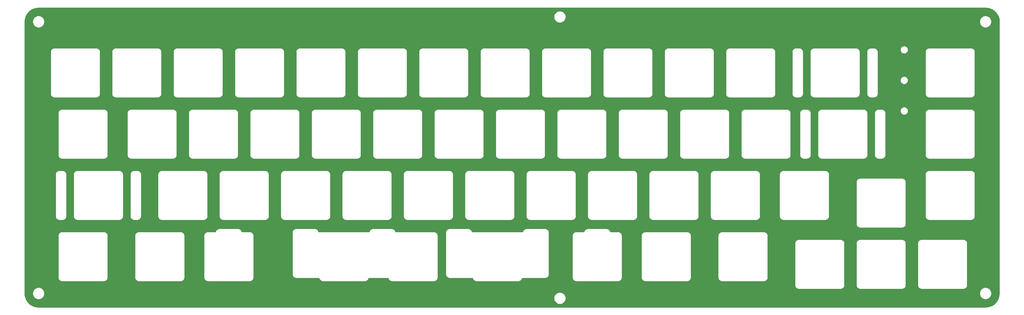
<source format=gbl>
G04 #@! TF.GenerationSoftware,KiCad,Pcbnew,(5.1.9)-1*
G04 #@! TF.CreationDate,2021-06-18T13:11:12-04:00*
G04 #@! TF.ProjectId,kastenwagen-plate,6b617374-656e-4776-9167-656e2d706c61,rev?*
G04 #@! TF.SameCoordinates,Original*
G04 #@! TF.FileFunction,Copper,L2,Bot*
G04 #@! TF.FilePolarity,Positive*
%FSLAX46Y46*%
G04 Gerber Fmt 4.6, Leading zero omitted, Abs format (unit mm)*
G04 Created by KiCad (PCBNEW (5.1.9)-1) date 2021-06-18 13:11:12*
%MOMM*%
%LPD*%
G01*
G04 APERTURE LIST*
G04 #@! TA.AperFunction,NonConductor*
%ADD10C,0.254000*%
G04 #@! TD*
G04 #@! TA.AperFunction,NonConductor*
%ADD11C,0.020000*%
G04 #@! TD*
G04 APERTURE END LIST*
D10*
X308604747Y-5305281D02*
X309335643Y-5505231D01*
X310019575Y-5831450D01*
X310634928Y-6273626D01*
X311162259Y-6817789D01*
X311584886Y-7446726D01*
X311889463Y-8140570D01*
X312067715Y-8883039D01*
X312115001Y-9526963D01*
X312115000Y-93967269D01*
X312044719Y-94754748D01*
X311844769Y-95485643D01*
X311518550Y-96169575D01*
X311076374Y-96784928D01*
X310532211Y-97312259D01*
X309903274Y-97734886D01*
X309209429Y-98039464D01*
X308466961Y-98217714D01*
X307823051Y-98265000D01*
X14032731Y-98265000D01*
X13245252Y-98194719D01*
X12514357Y-97994769D01*
X11830425Y-97668550D01*
X11215072Y-97226374D01*
X10687741Y-96682211D01*
X10265114Y-96053274D01*
X9960536Y-95359429D01*
X9782286Y-94616961D01*
X9735000Y-93973051D01*
X9735000Y-93815728D01*
X12129053Y-93815728D01*
X12129053Y-94184272D01*
X12200952Y-94545735D01*
X12341988Y-94886226D01*
X12546740Y-95192659D01*
X12807341Y-95453260D01*
X13113774Y-95658012D01*
X13454265Y-95799048D01*
X13815728Y-95870947D01*
X14184272Y-95870947D01*
X14545735Y-95799048D01*
X14886226Y-95658012D01*
X15192659Y-95453260D01*
X15330191Y-95315728D01*
X173879053Y-95315728D01*
X173879053Y-95684272D01*
X173950952Y-96045735D01*
X174091988Y-96386226D01*
X174296740Y-96692659D01*
X174557341Y-96953260D01*
X174863774Y-97158012D01*
X175204265Y-97299048D01*
X175565728Y-97370947D01*
X175934272Y-97370947D01*
X176295735Y-97299048D01*
X176636226Y-97158012D01*
X176942659Y-96953260D01*
X177203260Y-96692659D01*
X177408012Y-96386226D01*
X177549048Y-96045735D01*
X177620947Y-95684272D01*
X177620947Y-95315728D01*
X177549048Y-94954265D01*
X177408012Y-94613774D01*
X177203260Y-94307341D01*
X176942659Y-94046740D01*
X176636226Y-93841988D01*
X176572829Y-93815728D01*
X305979053Y-93815728D01*
X305979053Y-94184272D01*
X306050952Y-94545735D01*
X306191988Y-94886226D01*
X306396740Y-95192659D01*
X306657341Y-95453260D01*
X306963774Y-95658012D01*
X307304265Y-95799048D01*
X307665728Y-95870947D01*
X308034272Y-95870947D01*
X308395735Y-95799048D01*
X308736226Y-95658012D01*
X309042659Y-95453260D01*
X309303260Y-95192659D01*
X309508012Y-94886226D01*
X309649048Y-94545735D01*
X309720947Y-94184272D01*
X309720947Y-93815728D01*
X309649048Y-93454265D01*
X309508012Y-93113774D01*
X309303260Y-92807341D01*
X309042659Y-92546740D01*
X308736226Y-92341988D01*
X308395735Y-92200952D01*
X308034272Y-92129053D01*
X307665728Y-92129053D01*
X307304265Y-92200952D01*
X306963774Y-92341988D01*
X306657341Y-92546740D01*
X306396740Y-92807341D01*
X306191988Y-93113774D01*
X306050952Y-93454265D01*
X305979053Y-93815728D01*
X176572829Y-93815728D01*
X176295735Y-93700952D01*
X175934272Y-93629053D01*
X175565728Y-93629053D01*
X175204265Y-93700952D01*
X174863774Y-93841988D01*
X174557341Y-94046740D01*
X174296740Y-94307341D01*
X174091988Y-94613774D01*
X173950952Y-94954265D01*
X173879053Y-95315728D01*
X15330191Y-95315728D01*
X15453260Y-95192659D01*
X15658012Y-94886226D01*
X15799048Y-94545735D01*
X15870947Y-94184272D01*
X15870947Y-93815728D01*
X15799048Y-93454265D01*
X15658012Y-93113774D01*
X15453260Y-92807341D01*
X15192659Y-92546740D01*
X14886226Y-92341988D01*
X14545735Y-92200952D01*
X14184272Y-92129053D01*
X13815728Y-92129053D01*
X13454265Y-92200952D01*
X13113774Y-92341988D01*
X12807341Y-92546740D01*
X12546740Y-92807341D01*
X12341988Y-93113774D01*
X12200952Y-93454265D01*
X12129053Y-93815728D01*
X9735000Y-93815728D01*
X9735000Y-76013896D01*
X20046250Y-76013896D01*
X20046251Y-89086105D01*
X20049308Y-89117141D01*
X20049287Y-89120105D01*
X20050288Y-89130318D01*
X20055336Y-89178352D01*
X20056886Y-89194085D01*
X20057045Y-89194610D01*
X20060488Y-89227367D01*
X20073888Y-89292644D01*
X20086366Y-89358059D01*
X20089332Y-89367884D01*
X20118188Y-89461103D01*
X20144030Y-89522578D01*
X20168961Y-89584284D01*
X20173778Y-89593345D01*
X20220191Y-89679183D01*
X20257446Y-89734415D01*
X20293919Y-89790151D01*
X20300405Y-89798104D01*
X20362607Y-89873293D01*
X20409891Y-89920248D01*
X20456480Y-89967824D01*
X20464387Y-89974365D01*
X20464392Y-89974370D01*
X20464398Y-89974374D01*
X20540008Y-90036041D01*
X20595506Y-90072914D01*
X20650469Y-90110548D01*
X20659496Y-90115429D01*
X20745657Y-90161241D01*
X20807263Y-90186633D01*
X20868470Y-90212867D01*
X20878274Y-90215902D01*
X20878278Y-90215903D01*
X20878280Y-90215904D01*
X20878282Y-90215904D01*
X20971692Y-90244107D01*
X21037085Y-90257056D01*
X21102207Y-90270897D01*
X21112398Y-90271968D01*
X21112406Y-90271970D01*
X21112413Y-90271970D01*
X21208939Y-90281434D01*
X21245145Y-90285000D01*
X34317355Y-90285000D01*
X34348400Y-90281942D01*
X34351355Y-90281963D01*
X34361568Y-90280962D01*
X34409451Y-90275929D01*
X34425335Y-90274365D01*
X34425865Y-90274204D01*
X34458617Y-90270762D01*
X34523894Y-90257362D01*
X34589309Y-90244884D01*
X34599134Y-90241918D01*
X34692353Y-90213062D01*
X34753828Y-90187220D01*
X34815534Y-90162289D01*
X34824595Y-90157472D01*
X34910433Y-90111059D01*
X34965665Y-90073804D01*
X35021401Y-90037331D01*
X35029354Y-90030845D01*
X35104543Y-89968643D01*
X35151498Y-89921359D01*
X35199074Y-89874770D01*
X35205615Y-89866863D01*
X35205620Y-89866858D01*
X35205624Y-89866852D01*
X35267291Y-89791242D01*
X35304164Y-89735744D01*
X35341798Y-89680781D01*
X35346679Y-89671754D01*
X35392491Y-89585593D01*
X35417883Y-89523987D01*
X35444117Y-89462780D01*
X35447152Y-89452976D01*
X35475357Y-89359558D01*
X35488306Y-89294164D01*
X35502147Y-89229043D01*
X35503218Y-89218852D01*
X35503220Y-89218844D01*
X35503220Y-89218837D01*
X35512708Y-89122071D01*
X35516250Y-89086105D01*
X35516250Y-76013896D01*
X43858750Y-76013896D01*
X43858751Y-89086105D01*
X43861808Y-89117141D01*
X43861787Y-89120105D01*
X43862788Y-89130318D01*
X43867836Y-89178352D01*
X43869386Y-89194085D01*
X43869545Y-89194610D01*
X43872988Y-89227367D01*
X43886388Y-89292644D01*
X43898866Y-89358059D01*
X43901832Y-89367884D01*
X43930688Y-89461103D01*
X43956530Y-89522578D01*
X43981461Y-89584284D01*
X43986278Y-89593345D01*
X44032691Y-89679183D01*
X44069946Y-89734415D01*
X44106419Y-89790151D01*
X44112905Y-89798104D01*
X44175107Y-89873293D01*
X44222391Y-89920248D01*
X44268980Y-89967824D01*
X44276887Y-89974365D01*
X44276892Y-89974370D01*
X44276898Y-89974374D01*
X44352508Y-90036041D01*
X44408006Y-90072914D01*
X44462969Y-90110548D01*
X44471996Y-90115429D01*
X44558157Y-90161241D01*
X44619763Y-90186633D01*
X44680970Y-90212867D01*
X44690774Y-90215902D01*
X44690778Y-90215903D01*
X44690780Y-90215904D01*
X44690782Y-90215904D01*
X44784192Y-90244107D01*
X44849585Y-90257056D01*
X44914707Y-90270897D01*
X44924898Y-90271968D01*
X44924906Y-90271970D01*
X44924913Y-90271970D01*
X45021439Y-90281434D01*
X45057645Y-90285000D01*
X58129855Y-90285000D01*
X58160900Y-90281942D01*
X58163855Y-90281963D01*
X58174068Y-90280962D01*
X58221951Y-90275929D01*
X58237835Y-90274365D01*
X58238365Y-90274204D01*
X58271117Y-90270762D01*
X58336394Y-90257362D01*
X58401809Y-90244884D01*
X58411634Y-90241918D01*
X58504853Y-90213062D01*
X58566328Y-90187220D01*
X58628034Y-90162289D01*
X58637095Y-90157472D01*
X58722933Y-90111059D01*
X58778165Y-90073804D01*
X58833901Y-90037331D01*
X58841854Y-90030845D01*
X58917043Y-89968643D01*
X58963998Y-89921359D01*
X59011574Y-89874770D01*
X59018115Y-89866863D01*
X59018120Y-89866858D01*
X59018124Y-89866852D01*
X59079791Y-89791242D01*
X59116664Y-89735744D01*
X59154298Y-89680781D01*
X59159179Y-89671754D01*
X59204991Y-89585593D01*
X59230383Y-89523987D01*
X59256617Y-89462780D01*
X59259652Y-89452976D01*
X59287857Y-89359558D01*
X59300806Y-89294164D01*
X59314647Y-89229043D01*
X59315718Y-89218852D01*
X59315720Y-89218844D01*
X59315720Y-89218837D01*
X59325208Y-89122071D01*
X59328750Y-89086105D01*
X59328750Y-76013896D01*
X65290000Y-76013896D01*
X65290001Y-89086105D01*
X65293058Y-89117141D01*
X65293037Y-89120105D01*
X65294038Y-89130318D01*
X65299086Y-89178352D01*
X65300636Y-89194085D01*
X65300795Y-89194610D01*
X65304238Y-89227367D01*
X65317638Y-89292644D01*
X65330116Y-89358059D01*
X65333082Y-89367884D01*
X65361938Y-89461103D01*
X65387780Y-89522578D01*
X65412711Y-89584284D01*
X65417528Y-89593345D01*
X65463941Y-89679183D01*
X65501196Y-89734415D01*
X65537669Y-89790151D01*
X65544155Y-89798104D01*
X65606357Y-89873293D01*
X65653641Y-89920248D01*
X65700230Y-89967824D01*
X65708137Y-89974365D01*
X65708142Y-89974370D01*
X65708148Y-89974374D01*
X65783758Y-90036041D01*
X65839256Y-90072914D01*
X65894219Y-90110548D01*
X65903246Y-90115429D01*
X65989407Y-90161241D01*
X66051013Y-90186633D01*
X66112220Y-90212867D01*
X66122024Y-90215902D01*
X66122028Y-90215903D01*
X66122030Y-90215904D01*
X66122032Y-90215904D01*
X66215442Y-90244107D01*
X66280835Y-90257056D01*
X66345957Y-90270897D01*
X66356148Y-90271968D01*
X66356156Y-90271970D01*
X66356163Y-90271970D01*
X66452689Y-90281434D01*
X66488895Y-90285000D01*
X79561105Y-90285000D01*
X79592150Y-90281942D01*
X79595105Y-90281963D01*
X79605318Y-90280962D01*
X79653201Y-90275929D01*
X79669085Y-90274365D01*
X79669615Y-90274204D01*
X79702367Y-90270762D01*
X79767644Y-90257362D01*
X79833059Y-90244884D01*
X79842884Y-90241918D01*
X79936103Y-90213062D01*
X79997578Y-90187220D01*
X80059284Y-90162289D01*
X80068345Y-90157472D01*
X80154183Y-90111059D01*
X80209415Y-90073804D01*
X80265151Y-90037331D01*
X80273104Y-90030845D01*
X80348293Y-89968643D01*
X80395248Y-89921359D01*
X80442824Y-89874770D01*
X80449365Y-89866863D01*
X80449370Y-89866858D01*
X80449374Y-89866852D01*
X80511041Y-89791242D01*
X80547914Y-89735744D01*
X80585548Y-89680781D01*
X80590429Y-89671754D01*
X80636241Y-89585593D01*
X80661633Y-89523987D01*
X80687867Y-89462780D01*
X80690902Y-89452976D01*
X80719107Y-89359558D01*
X80732056Y-89294164D01*
X80745897Y-89229043D01*
X80746968Y-89218852D01*
X80746970Y-89218844D01*
X80746970Y-89218837D01*
X80756458Y-89122071D01*
X80760000Y-89086105D01*
X80760000Y-76013895D01*
X80756942Y-75982850D01*
X80756963Y-75979895D01*
X80755962Y-75969682D01*
X80750930Y-75921807D01*
X80749365Y-75905915D01*
X80749204Y-75905385D01*
X80745762Y-75872634D01*
X80732364Y-75807364D01*
X80719884Y-75741941D01*
X80716918Y-75732116D01*
X80688062Y-75638897D01*
X80662225Y-75577434D01*
X80637289Y-75515716D01*
X80632472Y-75506655D01*
X80586059Y-75420817D01*
X80548789Y-75365562D01*
X80512331Y-75309849D01*
X80505845Y-75301896D01*
X80443643Y-75226707D01*
X80396359Y-75179752D01*
X80349770Y-75132176D01*
X80341863Y-75125634D01*
X80266242Y-75063959D01*
X80210721Y-75027070D01*
X80191481Y-75013896D01*
X92695750Y-75013896D01*
X92695751Y-88086105D01*
X92698808Y-88117141D01*
X92698787Y-88120105D01*
X92699788Y-88130318D01*
X92704836Y-88178352D01*
X92706386Y-88194085D01*
X92706545Y-88194610D01*
X92709988Y-88227367D01*
X92723388Y-88292644D01*
X92735866Y-88358059D01*
X92738832Y-88367884D01*
X92767688Y-88461103D01*
X92793530Y-88522578D01*
X92818461Y-88584284D01*
X92823278Y-88593345D01*
X92869691Y-88679183D01*
X92906946Y-88734415D01*
X92943419Y-88790151D01*
X92949905Y-88798104D01*
X93012107Y-88873293D01*
X93059391Y-88920248D01*
X93105980Y-88967824D01*
X93113887Y-88974365D01*
X93113892Y-88974370D01*
X93113898Y-88974374D01*
X93189508Y-89036041D01*
X93245006Y-89072914D01*
X93299969Y-89110548D01*
X93308996Y-89115429D01*
X93395157Y-89161241D01*
X93456763Y-89186633D01*
X93517970Y-89212867D01*
X93527774Y-89215902D01*
X93527778Y-89215903D01*
X93527780Y-89215904D01*
X93527782Y-89215904D01*
X93621192Y-89244107D01*
X93686585Y-89257056D01*
X93751707Y-89270897D01*
X93761898Y-89271968D01*
X93761906Y-89271970D01*
X93761913Y-89271970D01*
X93858439Y-89281434D01*
X93894645Y-89285000D01*
X101034818Y-89285000D01*
X101036388Y-89292644D01*
X101048866Y-89358059D01*
X101051832Y-89367884D01*
X101080688Y-89461103D01*
X101106530Y-89522578D01*
X101131461Y-89584284D01*
X101136278Y-89593345D01*
X101182691Y-89679183D01*
X101219946Y-89734415D01*
X101256419Y-89790151D01*
X101262905Y-89798104D01*
X101325107Y-89873293D01*
X101372391Y-89920248D01*
X101418980Y-89967824D01*
X101426887Y-89974365D01*
X101426892Y-89974370D01*
X101426898Y-89974374D01*
X101502508Y-90036041D01*
X101558006Y-90072914D01*
X101612969Y-90110548D01*
X101621996Y-90115429D01*
X101708157Y-90161241D01*
X101769763Y-90186633D01*
X101830970Y-90212867D01*
X101840774Y-90215902D01*
X101840778Y-90215903D01*
X101840780Y-90215904D01*
X101840782Y-90215904D01*
X101934192Y-90244107D01*
X101999585Y-90257056D01*
X102064707Y-90270897D01*
X102074898Y-90271968D01*
X102074906Y-90271970D01*
X102074913Y-90271970D01*
X102171439Y-90281434D01*
X102207645Y-90285000D01*
X115279855Y-90285000D01*
X115310900Y-90281942D01*
X115313855Y-90281963D01*
X115324068Y-90280962D01*
X115371951Y-90275929D01*
X115387835Y-90274365D01*
X115388365Y-90274204D01*
X115421117Y-90270762D01*
X115486394Y-90257362D01*
X115551809Y-90244884D01*
X115561634Y-90241918D01*
X115654853Y-90213062D01*
X115716328Y-90187220D01*
X115778034Y-90162289D01*
X115787095Y-90157472D01*
X115872933Y-90111059D01*
X115928165Y-90073804D01*
X115983901Y-90037331D01*
X115991854Y-90030845D01*
X116067043Y-89968643D01*
X116113998Y-89921359D01*
X116161574Y-89874770D01*
X116168115Y-89866863D01*
X116168120Y-89866858D01*
X116168124Y-89866852D01*
X116229791Y-89791242D01*
X116266664Y-89735744D01*
X116304298Y-89680781D01*
X116309179Y-89671754D01*
X116354991Y-89585593D01*
X116380383Y-89523987D01*
X116406617Y-89462780D01*
X116409652Y-89452976D01*
X116437857Y-89359558D01*
X116450806Y-89294164D01*
X116452754Y-89285000D01*
X122466068Y-89285000D01*
X122467638Y-89292644D01*
X122480116Y-89358059D01*
X122483082Y-89367884D01*
X122511938Y-89461103D01*
X122537780Y-89522578D01*
X122562711Y-89584284D01*
X122567528Y-89593345D01*
X122613941Y-89679183D01*
X122651196Y-89734415D01*
X122687669Y-89790151D01*
X122694155Y-89798104D01*
X122756357Y-89873293D01*
X122803641Y-89920248D01*
X122850230Y-89967824D01*
X122858137Y-89974365D01*
X122858142Y-89974370D01*
X122858148Y-89974374D01*
X122933758Y-90036041D01*
X122989256Y-90072914D01*
X123044219Y-90110548D01*
X123053246Y-90115429D01*
X123139407Y-90161241D01*
X123201013Y-90186633D01*
X123262220Y-90212867D01*
X123272024Y-90215902D01*
X123272028Y-90215903D01*
X123272030Y-90215904D01*
X123272032Y-90215904D01*
X123365442Y-90244107D01*
X123430835Y-90257056D01*
X123495957Y-90270897D01*
X123506148Y-90271968D01*
X123506156Y-90271970D01*
X123506163Y-90271970D01*
X123602689Y-90281434D01*
X123638895Y-90285000D01*
X136711105Y-90285000D01*
X136742150Y-90281942D01*
X136745105Y-90281963D01*
X136755318Y-90280962D01*
X136803201Y-90275929D01*
X136819085Y-90274365D01*
X136819615Y-90274204D01*
X136852367Y-90270762D01*
X136917644Y-90257362D01*
X136983059Y-90244884D01*
X136992884Y-90241918D01*
X137086103Y-90213062D01*
X137147578Y-90187220D01*
X137209284Y-90162289D01*
X137218345Y-90157472D01*
X137304183Y-90111059D01*
X137359415Y-90073804D01*
X137415151Y-90037331D01*
X137423104Y-90030845D01*
X137498293Y-89968643D01*
X137545248Y-89921359D01*
X137592824Y-89874770D01*
X137599365Y-89866863D01*
X137599370Y-89866858D01*
X137599374Y-89866852D01*
X137661041Y-89791242D01*
X137697914Y-89735744D01*
X137735548Y-89680781D01*
X137740429Y-89671754D01*
X137786241Y-89585593D01*
X137811633Y-89523987D01*
X137837867Y-89462780D01*
X137840902Y-89452976D01*
X137869107Y-89359558D01*
X137882056Y-89294164D01*
X137895897Y-89229043D01*
X137896968Y-89218852D01*
X137896970Y-89218844D01*
X137896970Y-89218837D01*
X137906458Y-89122071D01*
X137910000Y-89086105D01*
X137910000Y-76013895D01*
X137906942Y-75982850D01*
X137906963Y-75979895D01*
X137905962Y-75969682D01*
X137900930Y-75921807D01*
X137899365Y-75905915D01*
X137899204Y-75905385D01*
X137895762Y-75872634D01*
X137882364Y-75807364D01*
X137869884Y-75741941D01*
X137866918Y-75732116D01*
X137838062Y-75638897D01*
X137812225Y-75577434D01*
X137787289Y-75515716D01*
X137782472Y-75506655D01*
X137736059Y-75420817D01*
X137698789Y-75365562D01*
X137662331Y-75309849D01*
X137655845Y-75301896D01*
X137593643Y-75226707D01*
X137546359Y-75179752D01*
X137499770Y-75132176D01*
X137491863Y-75125634D01*
X137416242Y-75063959D01*
X137360721Y-75027070D01*
X137341481Y-75013896D01*
X140320750Y-75013896D01*
X140320751Y-88086105D01*
X140323808Y-88117141D01*
X140323787Y-88120105D01*
X140324788Y-88130318D01*
X140329836Y-88178352D01*
X140331386Y-88194085D01*
X140331545Y-88194610D01*
X140334988Y-88227367D01*
X140348388Y-88292644D01*
X140360866Y-88358059D01*
X140363832Y-88367884D01*
X140392688Y-88461103D01*
X140418530Y-88522578D01*
X140443461Y-88584284D01*
X140448278Y-88593345D01*
X140494691Y-88679183D01*
X140531946Y-88734415D01*
X140568419Y-88790151D01*
X140574905Y-88798104D01*
X140637107Y-88873293D01*
X140684391Y-88920248D01*
X140730980Y-88967824D01*
X140738887Y-88974365D01*
X140738892Y-88974370D01*
X140738898Y-88974374D01*
X140814508Y-89036041D01*
X140870006Y-89072914D01*
X140924969Y-89110548D01*
X140933996Y-89115429D01*
X141020157Y-89161241D01*
X141081763Y-89186633D01*
X141142970Y-89212867D01*
X141152774Y-89215902D01*
X141152778Y-89215903D01*
X141152780Y-89215904D01*
X141152782Y-89215904D01*
X141246192Y-89244107D01*
X141311585Y-89257056D01*
X141376707Y-89270897D01*
X141386898Y-89271968D01*
X141386906Y-89271970D01*
X141386913Y-89271970D01*
X141483439Y-89281434D01*
X141519645Y-89285000D01*
X148659818Y-89285000D01*
X148661388Y-89292644D01*
X148673866Y-89358059D01*
X148676832Y-89367884D01*
X148705688Y-89461103D01*
X148731530Y-89522578D01*
X148756461Y-89584284D01*
X148761278Y-89593345D01*
X148807691Y-89679183D01*
X148844946Y-89734415D01*
X148881419Y-89790151D01*
X148887905Y-89798104D01*
X148950107Y-89873293D01*
X148997391Y-89920248D01*
X149043980Y-89967824D01*
X149051887Y-89974365D01*
X149051892Y-89974370D01*
X149051898Y-89974374D01*
X149127508Y-90036041D01*
X149183006Y-90072914D01*
X149237969Y-90110548D01*
X149246996Y-90115429D01*
X149333157Y-90161241D01*
X149394763Y-90186633D01*
X149455970Y-90212867D01*
X149465774Y-90215902D01*
X149465778Y-90215903D01*
X149465780Y-90215904D01*
X149465782Y-90215904D01*
X149559192Y-90244107D01*
X149624585Y-90257056D01*
X149689707Y-90270897D01*
X149699898Y-90271968D01*
X149699906Y-90271970D01*
X149699913Y-90271970D01*
X149796439Y-90281434D01*
X149832645Y-90285000D01*
X162904855Y-90285000D01*
X162935900Y-90281942D01*
X162938855Y-90281963D01*
X162949068Y-90280962D01*
X162996951Y-90275929D01*
X163012835Y-90274365D01*
X163013365Y-90274204D01*
X163046117Y-90270762D01*
X163111394Y-90257362D01*
X163176809Y-90244884D01*
X163186634Y-90241918D01*
X163279853Y-90213062D01*
X163341328Y-90187220D01*
X163403034Y-90162289D01*
X163412095Y-90157472D01*
X163497933Y-90111059D01*
X163553165Y-90073804D01*
X163608901Y-90037331D01*
X163616854Y-90030845D01*
X163692043Y-89968643D01*
X163738998Y-89921359D01*
X163786574Y-89874770D01*
X163793115Y-89866863D01*
X163793120Y-89866858D01*
X163793124Y-89866852D01*
X163854791Y-89791242D01*
X163891664Y-89735744D01*
X163929298Y-89680781D01*
X163934179Y-89671754D01*
X163979991Y-89585593D01*
X164005383Y-89523987D01*
X164031617Y-89462780D01*
X164034652Y-89452976D01*
X164062857Y-89359558D01*
X164075806Y-89294164D01*
X164077754Y-89285000D01*
X171217855Y-89285000D01*
X171248900Y-89281942D01*
X171251855Y-89281963D01*
X171262068Y-89280962D01*
X171309951Y-89275929D01*
X171325835Y-89274365D01*
X171326365Y-89274204D01*
X171359117Y-89270762D01*
X171424394Y-89257362D01*
X171489809Y-89244884D01*
X171499634Y-89241918D01*
X171592853Y-89213062D01*
X171654328Y-89187220D01*
X171716034Y-89162289D01*
X171725095Y-89157472D01*
X171810933Y-89111059D01*
X171866165Y-89073804D01*
X171921901Y-89037331D01*
X171929854Y-89030845D01*
X172005043Y-88968643D01*
X172051998Y-88921359D01*
X172099574Y-88874770D01*
X172106115Y-88866863D01*
X172106120Y-88866858D01*
X172106124Y-88866852D01*
X172167791Y-88791242D01*
X172204664Y-88735744D01*
X172242298Y-88680781D01*
X172247179Y-88671754D01*
X172292991Y-88585593D01*
X172318383Y-88523987D01*
X172344617Y-88462780D01*
X172347652Y-88452976D01*
X172375857Y-88359558D01*
X172388806Y-88294165D01*
X172402647Y-88229043D01*
X172403718Y-88218852D01*
X172403720Y-88218844D01*
X172403720Y-88218837D01*
X172413242Y-88121720D01*
X172416750Y-88086105D01*
X172416750Y-76013896D01*
X179590000Y-76013896D01*
X179590001Y-89086105D01*
X179593058Y-89117141D01*
X179593037Y-89120105D01*
X179594038Y-89130318D01*
X179599086Y-89178352D01*
X179600636Y-89194085D01*
X179600795Y-89194610D01*
X179604238Y-89227367D01*
X179617638Y-89292644D01*
X179630116Y-89358059D01*
X179633082Y-89367884D01*
X179661938Y-89461103D01*
X179687780Y-89522578D01*
X179712711Y-89584284D01*
X179717528Y-89593345D01*
X179763941Y-89679183D01*
X179801196Y-89734415D01*
X179837669Y-89790151D01*
X179844155Y-89798104D01*
X179906357Y-89873293D01*
X179953641Y-89920248D01*
X180000230Y-89967824D01*
X180008137Y-89974365D01*
X180008142Y-89974370D01*
X180008148Y-89974374D01*
X180083758Y-90036041D01*
X180139256Y-90072914D01*
X180194219Y-90110548D01*
X180203246Y-90115429D01*
X180289407Y-90161241D01*
X180351013Y-90186633D01*
X180412220Y-90212867D01*
X180422024Y-90215902D01*
X180422028Y-90215903D01*
X180422030Y-90215904D01*
X180422032Y-90215904D01*
X180515442Y-90244107D01*
X180580835Y-90257056D01*
X180645957Y-90270897D01*
X180656148Y-90271968D01*
X180656156Y-90271970D01*
X180656163Y-90271970D01*
X180752689Y-90281434D01*
X180788895Y-90285000D01*
X193861105Y-90285000D01*
X193892150Y-90281942D01*
X193895105Y-90281963D01*
X193905318Y-90280962D01*
X193953201Y-90275929D01*
X193969085Y-90274365D01*
X193969615Y-90274204D01*
X194002367Y-90270762D01*
X194067644Y-90257362D01*
X194133059Y-90244884D01*
X194142884Y-90241918D01*
X194236103Y-90213062D01*
X194297578Y-90187220D01*
X194359284Y-90162289D01*
X194368345Y-90157472D01*
X194454183Y-90111059D01*
X194509415Y-90073804D01*
X194565151Y-90037331D01*
X194573104Y-90030845D01*
X194648293Y-89968643D01*
X194695248Y-89921359D01*
X194742824Y-89874770D01*
X194749365Y-89866863D01*
X194749370Y-89866858D01*
X194749374Y-89866852D01*
X194811041Y-89791242D01*
X194847914Y-89735744D01*
X194885548Y-89680781D01*
X194890429Y-89671754D01*
X194936241Y-89585593D01*
X194961633Y-89523987D01*
X194987867Y-89462780D01*
X194990902Y-89452976D01*
X195019107Y-89359558D01*
X195032056Y-89294164D01*
X195045897Y-89229043D01*
X195046968Y-89218852D01*
X195046970Y-89218844D01*
X195046970Y-89218837D01*
X195056458Y-89122071D01*
X195060000Y-89086105D01*
X195060000Y-76013896D01*
X201021250Y-76013896D01*
X201021251Y-89086105D01*
X201024308Y-89117141D01*
X201024287Y-89120105D01*
X201025288Y-89130318D01*
X201030336Y-89178352D01*
X201031886Y-89194085D01*
X201032045Y-89194610D01*
X201035488Y-89227367D01*
X201048888Y-89292644D01*
X201061366Y-89358059D01*
X201064332Y-89367884D01*
X201093188Y-89461103D01*
X201119030Y-89522578D01*
X201143961Y-89584284D01*
X201148778Y-89593345D01*
X201195191Y-89679183D01*
X201232446Y-89734415D01*
X201268919Y-89790151D01*
X201275405Y-89798104D01*
X201337607Y-89873293D01*
X201384891Y-89920248D01*
X201431480Y-89967824D01*
X201439387Y-89974365D01*
X201439392Y-89974370D01*
X201439398Y-89974374D01*
X201515008Y-90036041D01*
X201570506Y-90072914D01*
X201625469Y-90110548D01*
X201634496Y-90115429D01*
X201720657Y-90161241D01*
X201782263Y-90186633D01*
X201843470Y-90212867D01*
X201853274Y-90215902D01*
X201853278Y-90215903D01*
X201853280Y-90215904D01*
X201853282Y-90215904D01*
X201946692Y-90244107D01*
X202012085Y-90257056D01*
X202077207Y-90270897D01*
X202087398Y-90271968D01*
X202087406Y-90271970D01*
X202087413Y-90271970D01*
X202183939Y-90281434D01*
X202220145Y-90285000D01*
X215292355Y-90285000D01*
X215323400Y-90281942D01*
X215326355Y-90281963D01*
X215336568Y-90280962D01*
X215384451Y-90275929D01*
X215400335Y-90274365D01*
X215400865Y-90274204D01*
X215433617Y-90270762D01*
X215498894Y-90257362D01*
X215564309Y-90244884D01*
X215574134Y-90241918D01*
X215667353Y-90213062D01*
X215728828Y-90187220D01*
X215790534Y-90162289D01*
X215799595Y-90157472D01*
X215885433Y-90111059D01*
X215940665Y-90073804D01*
X215996401Y-90037331D01*
X216004354Y-90030845D01*
X216079543Y-89968643D01*
X216126498Y-89921359D01*
X216174074Y-89874770D01*
X216180615Y-89866863D01*
X216180620Y-89866858D01*
X216180624Y-89866852D01*
X216242291Y-89791242D01*
X216279164Y-89735744D01*
X216316798Y-89680781D01*
X216321679Y-89671754D01*
X216367491Y-89585593D01*
X216392883Y-89523987D01*
X216419117Y-89462780D01*
X216422152Y-89452976D01*
X216450357Y-89359558D01*
X216463306Y-89294164D01*
X216477147Y-89229043D01*
X216478218Y-89218852D01*
X216478220Y-89218844D01*
X216478220Y-89218837D01*
X216487708Y-89122071D01*
X216491250Y-89086105D01*
X216491250Y-76013896D01*
X224833750Y-76013896D01*
X224833751Y-89086105D01*
X224836808Y-89117141D01*
X224836787Y-89120105D01*
X224837788Y-89130318D01*
X224842836Y-89178352D01*
X224844386Y-89194085D01*
X224844545Y-89194610D01*
X224847988Y-89227367D01*
X224861388Y-89292644D01*
X224873866Y-89358059D01*
X224876832Y-89367884D01*
X224905688Y-89461103D01*
X224931530Y-89522578D01*
X224956461Y-89584284D01*
X224961278Y-89593345D01*
X225007691Y-89679183D01*
X225044946Y-89734415D01*
X225081419Y-89790151D01*
X225087905Y-89798104D01*
X225150107Y-89873293D01*
X225197391Y-89920248D01*
X225243980Y-89967824D01*
X225251887Y-89974365D01*
X225251892Y-89974370D01*
X225251898Y-89974374D01*
X225327508Y-90036041D01*
X225383006Y-90072914D01*
X225437969Y-90110548D01*
X225446996Y-90115429D01*
X225533157Y-90161241D01*
X225594763Y-90186633D01*
X225655970Y-90212867D01*
X225665774Y-90215902D01*
X225665778Y-90215903D01*
X225665780Y-90215904D01*
X225665782Y-90215904D01*
X225759192Y-90244107D01*
X225824585Y-90257056D01*
X225889707Y-90270897D01*
X225899898Y-90271968D01*
X225899906Y-90271970D01*
X225899913Y-90271970D01*
X225996439Y-90281434D01*
X226032645Y-90285000D01*
X239104855Y-90285000D01*
X239135900Y-90281942D01*
X239138855Y-90281963D01*
X239149068Y-90280962D01*
X239196951Y-90275929D01*
X239212835Y-90274365D01*
X239213365Y-90274204D01*
X239246117Y-90270762D01*
X239311394Y-90257362D01*
X239376809Y-90244884D01*
X239386634Y-90241918D01*
X239479853Y-90213062D01*
X239541328Y-90187220D01*
X239603034Y-90162289D01*
X239612095Y-90157472D01*
X239697933Y-90111059D01*
X239753165Y-90073804D01*
X239808901Y-90037331D01*
X239816854Y-90030845D01*
X239892043Y-89968643D01*
X239938998Y-89921359D01*
X239986574Y-89874770D01*
X239993115Y-89866863D01*
X239993120Y-89866858D01*
X239993124Y-89866852D01*
X240054791Y-89791242D01*
X240091664Y-89735744D01*
X240129298Y-89680781D01*
X240134179Y-89671754D01*
X240179991Y-89585593D01*
X240205383Y-89523987D01*
X240231617Y-89462780D01*
X240234652Y-89452976D01*
X240262857Y-89359558D01*
X240275806Y-89294164D01*
X240289647Y-89229043D01*
X240290718Y-89218852D01*
X240290720Y-89218844D01*
X240290720Y-89218837D01*
X240300208Y-89122071D01*
X240303750Y-89086105D01*
X240303750Y-78395146D01*
X248646250Y-78395146D01*
X248646251Y-91467355D01*
X248649308Y-91498391D01*
X248649287Y-91501355D01*
X248650288Y-91511568D01*
X248655336Y-91559602D01*
X248656886Y-91575335D01*
X248657045Y-91575860D01*
X248660488Y-91608617D01*
X248673888Y-91673894D01*
X248686366Y-91739309D01*
X248689332Y-91749134D01*
X248718188Y-91842353D01*
X248744030Y-91903828D01*
X248768961Y-91965534D01*
X248773778Y-91974595D01*
X248820191Y-92060433D01*
X248857446Y-92115665D01*
X248893919Y-92171401D01*
X248900405Y-92179354D01*
X248962607Y-92254543D01*
X249009891Y-92301498D01*
X249056480Y-92349074D01*
X249064387Y-92355615D01*
X249064392Y-92355620D01*
X249064398Y-92355624D01*
X249140008Y-92417291D01*
X249195506Y-92454164D01*
X249250469Y-92491798D01*
X249259496Y-92496679D01*
X249345657Y-92542491D01*
X249407263Y-92567883D01*
X249468470Y-92594117D01*
X249478274Y-92597152D01*
X249478278Y-92597153D01*
X249478280Y-92597154D01*
X249478282Y-92597154D01*
X249571692Y-92625357D01*
X249637085Y-92638306D01*
X249702207Y-92652147D01*
X249712398Y-92653218D01*
X249712406Y-92653220D01*
X249712413Y-92653220D01*
X249808939Y-92662684D01*
X249845145Y-92666250D01*
X262917355Y-92666250D01*
X262948400Y-92663192D01*
X262951355Y-92663213D01*
X262961568Y-92662212D01*
X263009451Y-92657179D01*
X263025335Y-92655615D01*
X263025865Y-92655454D01*
X263058617Y-92652012D01*
X263123894Y-92638612D01*
X263189309Y-92626134D01*
X263199134Y-92623168D01*
X263292353Y-92594312D01*
X263353828Y-92568470D01*
X263415534Y-92543539D01*
X263424595Y-92538722D01*
X263510433Y-92492309D01*
X263565665Y-92455054D01*
X263621401Y-92418581D01*
X263629354Y-92412095D01*
X263704543Y-92349893D01*
X263751498Y-92302609D01*
X263799074Y-92256020D01*
X263805615Y-92248113D01*
X263805620Y-92248108D01*
X263805624Y-92248102D01*
X263867291Y-92172492D01*
X263904164Y-92116994D01*
X263941798Y-92062031D01*
X263946679Y-92053004D01*
X263992491Y-91966843D01*
X264017883Y-91905237D01*
X264044117Y-91844030D01*
X264047152Y-91834226D01*
X264075357Y-91740808D01*
X264088306Y-91675415D01*
X264102147Y-91610293D01*
X264103218Y-91600102D01*
X264103220Y-91600094D01*
X264103220Y-91600087D01*
X264112742Y-91502970D01*
X264116250Y-91467355D01*
X264116250Y-78395146D01*
X267696250Y-78395146D01*
X267696251Y-91467355D01*
X267699308Y-91498391D01*
X267699287Y-91501355D01*
X267700288Y-91511568D01*
X267705336Y-91559602D01*
X267706886Y-91575335D01*
X267707045Y-91575860D01*
X267710488Y-91608617D01*
X267723888Y-91673894D01*
X267736366Y-91739309D01*
X267739332Y-91749134D01*
X267768188Y-91842353D01*
X267794030Y-91903828D01*
X267818961Y-91965534D01*
X267823778Y-91974595D01*
X267870191Y-92060433D01*
X267907446Y-92115665D01*
X267943919Y-92171401D01*
X267950405Y-92179354D01*
X268012607Y-92254543D01*
X268059891Y-92301498D01*
X268106480Y-92349074D01*
X268114387Y-92355615D01*
X268114392Y-92355620D01*
X268114398Y-92355624D01*
X268190008Y-92417291D01*
X268245506Y-92454164D01*
X268300469Y-92491798D01*
X268309496Y-92496679D01*
X268395657Y-92542491D01*
X268457263Y-92567883D01*
X268518470Y-92594117D01*
X268528274Y-92597152D01*
X268528278Y-92597153D01*
X268528280Y-92597154D01*
X268528282Y-92597154D01*
X268621692Y-92625357D01*
X268687085Y-92638306D01*
X268752207Y-92652147D01*
X268762398Y-92653218D01*
X268762406Y-92653220D01*
X268762413Y-92653220D01*
X268858939Y-92662684D01*
X268895145Y-92666250D01*
X281967355Y-92666250D01*
X281998400Y-92663192D01*
X282001355Y-92663213D01*
X282011568Y-92662212D01*
X282059451Y-92657179D01*
X282075335Y-92655615D01*
X282075865Y-92655454D01*
X282108617Y-92652012D01*
X282173894Y-92638612D01*
X282239309Y-92626134D01*
X282249134Y-92623168D01*
X282342353Y-92594312D01*
X282403828Y-92568470D01*
X282465534Y-92543539D01*
X282474595Y-92538722D01*
X282560433Y-92492309D01*
X282615665Y-92455054D01*
X282671401Y-92418581D01*
X282679354Y-92412095D01*
X282754543Y-92349893D01*
X282801498Y-92302609D01*
X282849074Y-92256020D01*
X282855615Y-92248113D01*
X282855620Y-92248108D01*
X282855624Y-92248102D01*
X282917291Y-92172492D01*
X282954164Y-92116994D01*
X282991798Y-92062031D01*
X282996679Y-92053004D01*
X283042491Y-91966843D01*
X283067883Y-91905237D01*
X283094117Y-91844030D01*
X283097152Y-91834226D01*
X283125357Y-91740808D01*
X283138306Y-91675415D01*
X283152147Y-91610293D01*
X283153218Y-91600102D01*
X283153220Y-91600094D01*
X283153220Y-91600087D01*
X283162742Y-91502970D01*
X283166250Y-91467355D01*
X283166250Y-78395146D01*
X286746250Y-78395146D01*
X286746251Y-91467355D01*
X286749308Y-91498391D01*
X286749287Y-91501355D01*
X286750288Y-91511568D01*
X286755336Y-91559602D01*
X286756886Y-91575335D01*
X286757045Y-91575860D01*
X286760488Y-91608617D01*
X286773888Y-91673894D01*
X286786366Y-91739309D01*
X286789332Y-91749134D01*
X286818188Y-91842353D01*
X286844030Y-91903828D01*
X286868961Y-91965534D01*
X286873778Y-91974595D01*
X286920191Y-92060433D01*
X286957446Y-92115665D01*
X286993919Y-92171401D01*
X287000405Y-92179354D01*
X287062607Y-92254543D01*
X287109891Y-92301498D01*
X287156480Y-92349074D01*
X287164387Y-92355615D01*
X287164392Y-92355620D01*
X287164398Y-92355624D01*
X287240008Y-92417291D01*
X287295506Y-92454164D01*
X287350469Y-92491798D01*
X287359496Y-92496679D01*
X287445657Y-92542491D01*
X287507263Y-92567883D01*
X287568470Y-92594117D01*
X287578274Y-92597152D01*
X287578278Y-92597153D01*
X287578280Y-92597154D01*
X287578282Y-92597154D01*
X287671692Y-92625357D01*
X287737085Y-92638306D01*
X287802207Y-92652147D01*
X287812398Y-92653218D01*
X287812406Y-92653220D01*
X287812413Y-92653220D01*
X287908939Y-92662684D01*
X287945145Y-92666250D01*
X301017355Y-92666250D01*
X301048400Y-92663192D01*
X301051355Y-92663213D01*
X301061568Y-92662212D01*
X301109451Y-92657179D01*
X301125335Y-92655615D01*
X301125865Y-92655454D01*
X301158617Y-92652012D01*
X301223894Y-92638612D01*
X301289309Y-92626134D01*
X301299134Y-92623168D01*
X301392353Y-92594312D01*
X301453828Y-92568470D01*
X301515534Y-92543539D01*
X301524595Y-92538722D01*
X301610433Y-92492309D01*
X301665665Y-92455054D01*
X301721401Y-92418581D01*
X301729354Y-92412095D01*
X301804543Y-92349893D01*
X301851498Y-92302609D01*
X301899074Y-92256020D01*
X301905615Y-92248113D01*
X301905620Y-92248108D01*
X301905624Y-92248102D01*
X301967291Y-92172492D01*
X302004164Y-92116994D01*
X302041798Y-92062031D01*
X302046679Y-92053004D01*
X302092491Y-91966843D01*
X302117883Y-91905237D01*
X302144117Y-91844030D01*
X302147152Y-91834226D01*
X302175357Y-91740808D01*
X302188306Y-91675415D01*
X302202147Y-91610293D01*
X302203218Y-91600102D01*
X302203220Y-91600094D01*
X302203220Y-91600087D01*
X302212742Y-91502970D01*
X302216250Y-91467355D01*
X302216250Y-78395145D01*
X302213192Y-78364100D01*
X302213213Y-78361145D01*
X302212212Y-78350932D01*
X302207180Y-78303057D01*
X302205615Y-78287165D01*
X302205454Y-78286635D01*
X302202012Y-78253884D01*
X302188614Y-78188614D01*
X302176134Y-78123191D01*
X302173168Y-78113366D01*
X302144312Y-78020147D01*
X302118475Y-77958684D01*
X302093539Y-77896966D01*
X302088722Y-77887905D01*
X302042309Y-77802067D01*
X302005039Y-77746812D01*
X301968581Y-77691099D01*
X301962095Y-77683146D01*
X301899893Y-77607957D01*
X301852609Y-77561002D01*
X301806020Y-77513426D01*
X301798113Y-77506884D01*
X301722492Y-77445209D01*
X301666971Y-77408320D01*
X301612031Y-77370702D01*
X301603020Y-77365830D01*
X301603013Y-77365825D01*
X301603006Y-77365822D01*
X301603004Y-77365821D01*
X301516843Y-77320009D01*
X301455237Y-77294617D01*
X301394030Y-77268383D01*
X301384226Y-77265348D01*
X301384222Y-77265347D01*
X301384220Y-77265346D01*
X301384218Y-77265346D01*
X301290808Y-77237143D01*
X301225422Y-77224196D01*
X301160294Y-77210353D01*
X301150101Y-77209281D01*
X301150094Y-77209280D01*
X301150088Y-77209280D01*
X301053560Y-77199816D01*
X301017355Y-77196250D01*
X287945145Y-77196250D01*
X287914100Y-77199308D01*
X287911145Y-77199287D01*
X287900932Y-77200288D01*
X287853057Y-77205320D01*
X287837165Y-77206885D01*
X287836635Y-77207046D01*
X287803884Y-77210488D01*
X287738614Y-77223886D01*
X287673191Y-77236366D01*
X287663366Y-77239332D01*
X287570147Y-77268188D01*
X287508684Y-77294025D01*
X287446966Y-77318961D01*
X287437905Y-77323778D01*
X287352067Y-77370191D01*
X287296812Y-77407461D01*
X287241099Y-77443919D01*
X287233146Y-77450405D01*
X287157957Y-77512607D01*
X287111002Y-77559891D01*
X287063426Y-77606480D01*
X287056884Y-77614387D01*
X286995209Y-77690008D01*
X286958320Y-77745529D01*
X286920702Y-77800469D01*
X286915830Y-77809480D01*
X286915825Y-77809487D01*
X286915822Y-77809494D01*
X286915821Y-77809496D01*
X286870009Y-77895657D01*
X286844617Y-77957263D01*
X286818383Y-78018470D01*
X286815348Y-78028274D01*
X286787143Y-78121692D01*
X286774196Y-78187078D01*
X286760353Y-78252206D01*
X286759281Y-78262399D01*
X286759280Y-78262406D01*
X286759280Y-78262412D01*
X286749794Y-78359162D01*
X286746250Y-78395146D01*
X283166250Y-78395146D01*
X283166250Y-78395145D01*
X283163192Y-78364100D01*
X283163213Y-78361145D01*
X283162212Y-78350932D01*
X283157180Y-78303057D01*
X283155615Y-78287165D01*
X283155454Y-78286635D01*
X283152012Y-78253884D01*
X283138614Y-78188614D01*
X283126134Y-78123191D01*
X283123168Y-78113366D01*
X283094312Y-78020147D01*
X283068475Y-77958684D01*
X283043539Y-77896966D01*
X283038722Y-77887905D01*
X282992309Y-77802067D01*
X282955039Y-77746812D01*
X282918581Y-77691099D01*
X282912095Y-77683146D01*
X282849893Y-77607957D01*
X282802609Y-77561002D01*
X282756020Y-77513426D01*
X282748113Y-77506884D01*
X282672492Y-77445209D01*
X282616971Y-77408320D01*
X282562031Y-77370702D01*
X282553020Y-77365830D01*
X282553013Y-77365825D01*
X282553006Y-77365822D01*
X282553004Y-77365821D01*
X282466843Y-77320009D01*
X282405237Y-77294617D01*
X282344030Y-77268383D01*
X282334226Y-77265348D01*
X282334222Y-77265347D01*
X282334220Y-77265346D01*
X282334218Y-77265346D01*
X282240808Y-77237143D01*
X282175422Y-77224196D01*
X282110294Y-77210353D01*
X282100101Y-77209281D01*
X282100094Y-77209280D01*
X282100088Y-77209280D01*
X282003560Y-77199816D01*
X281967355Y-77196250D01*
X268895145Y-77196250D01*
X268864100Y-77199308D01*
X268861145Y-77199287D01*
X268850932Y-77200288D01*
X268803057Y-77205320D01*
X268787165Y-77206885D01*
X268786635Y-77207046D01*
X268753884Y-77210488D01*
X268688614Y-77223886D01*
X268623191Y-77236366D01*
X268613366Y-77239332D01*
X268520147Y-77268188D01*
X268458684Y-77294025D01*
X268396966Y-77318961D01*
X268387905Y-77323778D01*
X268302067Y-77370191D01*
X268246812Y-77407461D01*
X268191099Y-77443919D01*
X268183146Y-77450405D01*
X268107957Y-77512607D01*
X268061002Y-77559891D01*
X268013426Y-77606480D01*
X268006884Y-77614387D01*
X267945209Y-77690008D01*
X267908320Y-77745529D01*
X267870702Y-77800469D01*
X267865830Y-77809480D01*
X267865825Y-77809487D01*
X267865822Y-77809494D01*
X267865821Y-77809496D01*
X267820009Y-77895657D01*
X267794617Y-77957263D01*
X267768383Y-78018470D01*
X267765348Y-78028274D01*
X267737143Y-78121692D01*
X267724196Y-78187078D01*
X267710353Y-78252206D01*
X267709281Y-78262399D01*
X267709280Y-78262406D01*
X267709280Y-78262412D01*
X267699794Y-78359162D01*
X267696250Y-78395146D01*
X264116250Y-78395146D01*
X264116250Y-78395145D01*
X264113192Y-78364100D01*
X264113213Y-78361145D01*
X264112212Y-78350932D01*
X264107180Y-78303057D01*
X264105615Y-78287165D01*
X264105454Y-78286635D01*
X264102012Y-78253884D01*
X264088614Y-78188614D01*
X264076134Y-78123191D01*
X264073168Y-78113366D01*
X264044312Y-78020147D01*
X264018475Y-77958684D01*
X263993539Y-77896966D01*
X263988722Y-77887905D01*
X263942309Y-77802067D01*
X263905039Y-77746812D01*
X263868581Y-77691099D01*
X263862095Y-77683146D01*
X263799893Y-77607957D01*
X263752609Y-77561002D01*
X263706020Y-77513426D01*
X263698113Y-77506884D01*
X263622492Y-77445209D01*
X263566971Y-77408320D01*
X263512031Y-77370702D01*
X263503020Y-77365830D01*
X263503013Y-77365825D01*
X263503006Y-77365822D01*
X263503004Y-77365821D01*
X263416843Y-77320009D01*
X263355237Y-77294617D01*
X263294030Y-77268383D01*
X263284226Y-77265348D01*
X263284222Y-77265347D01*
X263284220Y-77265346D01*
X263284218Y-77265346D01*
X263190808Y-77237143D01*
X263125422Y-77224196D01*
X263060294Y-77210353D01*
X263050101Y-77209281D01*
X263050094Y-77209280D01*
X263050088Y-77209280D01*
X262953560Y-77199816D01*
X262917355Y-77196250D01*
X249845145Y-77196250D01*
X249814100Y-77199308D01*
X249811145Y-77199287D01*
X249800932Y-77200288D01*
X249753057Y-77205320D01*
X249737165Y-77206885D01*
X249736635Y-77207046D01*
X249703884Y-77210488D01*
X249638614Y-77223886D01*
X249573191Y-77236366D01*
X249563366Y-77239332D01*
X249470147Y-77268188D01*
X249408684Y-77294025D01*
X249346966Y-77318961D01*
X249337905Y-77323778D01*
X249252067Y-77370191D01*
X249196812Y-77407461D01*
X249141099Y-77443919D01*
X249133146Y-77450405D01*
X249057957Y-77512607D01*
X249011002Y-77559891D01*
X248963426Y-77606480D01*
X248956884Y-77614387D01*
X248895209Y-77690008D01*
X248858320Y-77745529D01*
X248820702Y-77800469D01*
X248815830Y-77809480D01*
X248815825Y-77809487D01*
X248815822Y-77809494D01*
X248815821Y-77809496D01*
X248770009Y-77895657D01*
X248744617Y-77957263D01*
X248718383Y-78018470D01*
X248715348Y-78028274D01*
X248687143Y-78121692D01*
X248674196Y-78187078D01*
X248660353Y-78252206D01*
X248659281Y-78262399D01*
X248659280Y-78262406D01*
X248659280Y-78262412D01*
X248649794Y-78359162D01*
X248646250Y-78395146D01*
X240303750Y-78395146D01*
X240303750Y-76013895D01*
X240300692Y-75982850D01*
X240300713Y-75979895D01*
X240299712Y-75969682D01*
X240294680Y-75921807D01*
X240293115Y-75905915D01*
X240292954Y-75905385D01*
X240289512Y-75872634D01*
X240276114Y-75807364D01*
X240263634Y-75741941D01*
X240260668Y-75732116D01*
X240231812Y-75638897D01*
X240205975Y-75577434D01*
X240181039Y-75515716D01*
X240176222Y-75506655D01*
X240129809Y-75420817D01*
X240092539Y-75365562D01*
X240056081Y-75309849D01*
X240049595Y-75301896D01*
X239987393Y-75226707D01*
X239940109Y-75179752D01*
X239893520Y-75132176D01*
X239885613Y-75125634D01*
X239809992Y-75063959D01*
X239754471Y-75027070D01*
X239699531Y-74989452D01*
X239690520Y-74984580D01*
X239690513Y-74984575D01*
X239690506Y-74984572D01*
X239690504Y-74984571D01*
X239604343Y-74938759D01*
X239542737Y-74913367D01*
X239481530Y-74887133D01*
X239471726Y-74884098D01*
X239471722Y-74884097D01*
X239471720Y-74884096D01*
X239471718Y-74884096D01*
X239378308Y-74855893D01*
X239312922Y-74842946D01*
X239247794Y-74829103D01*
X239237601Y-74828031D01*
X239237594Y-74828030D01*
X239237588Y-74828030D01*
X239141060Y-74818566D01*
X239104855Y-74815000D01*
X226032645Y-74815000D01*
X226001600Y-74818058D01*
X225998645Y-74818037D01*
X225988432Y-74819038D01*
X225940557Y-74824070D01*
X225924665Y-74825635D01*
X225924135Y-74825796D01*
X225891384Y-74829238D01*
X225826114Y-74842636D01*
X225760691Y-74855116D01*
X225750866Y-74858082D01*
X225657647Y-74886938D01*
X225596184Y-74912775D01*
X225534466Y-74937711D01*
X225525405Y-74942528D01*
X225439567Y-74988941D01*
X225384312Y-75026211D01*
X225328599Y-75062669D01*
X225320646Y-75069155D01*
X225245457Y-75131357D01*
X225198502Y-75178641D01*
X225150926Y-75225230D01*
X225144384Y-75233137D01*
X225082709Y-75308758D01*
X225045820Y-75364279D01*
X225008202Y-75419219D01*
X225003330Y-75428230D01*
X225003325Y-75428237D01*
X225003322Y-75428244D01*
X225003321Y-75428246D01*
X224957509Y-75514407D01*
X224932117Y-75576013D01*
X224905883Y-75637220D01*
X224902848Y-75647024D01*
X224874643Y-75740442D01*
X224861696Y-75805828D01*
X224847853Y-75870956D01*
X224846781Y-75881149D01*
X224846780Y-75881156D01*
X224846780Y-75881162D01*
X224837294Y-75977912D01*
X224833750Y-76013896D01*
X216491250Y-76013896D01*
X216491250Y-76013895D01*
X216488192Y-75982850D01*
X216488213Y-75979895D01*
X216487212Y-75969682D01*
X216482180Y-75921807D01*
X216480615Y-75905915D01*
X216480454Y-75905385D01*
X216477012Y-75872634D01*
X216463614Y-75807364D01*
X216451134Y-75741941D01*
X216448168Y-75732116D01*
X216419312Y-75638897D01*
X216393475Y-75577434D01*
X216368539Y-75515716D01*
X216363722Y-75506655D01*
X216317309Y-75420817D01*
X216280039Y-75365562D01*
X216243581Y-75309849D01*
X216237095Y-75301896D01*
X216174893Y-75226707D01*
X216127609Y-75179752D01*
X216081020Y-75132176D01*
X216073113Y-75125634D01*
X215997492Y-75063959D01*
X215941971Y-75027070D01*
X215887031Y-74989452D01*
X215878020Y-74984580D01*
X215878013Y-74984575D01*
X215878006Y-74984572D01*
X215878004Y-74984571D01*
X215791843Y-74938759D01*
X215730237Y-74913367D01*
X215669030Y-74887133D01*
X215659226Y-74884098D01*
X215659222Y-74884097D01*
X215659220Y-74884096D01*
X215659218Y-74884096D01*
X215565808Y-74855893D01*
X215500422Y-74842946D01*
X215435294Y-74829103D01*
X215425101Y-74828031D01*
X215425094Y-74828030D01*
X215425088Y-74828030D01*
X215328560Y-74818566D01*
X215292355Y-74815000D01*
X202220145Y-74815000D01*
X202189100Y-74818058D01*
X202186145Y-74818037D01*
X202175932Y-74819038D01*
X202128057Y-74824070D01*
X202112165Y-74825635D01*
X202111635Y-74825796D01*
X202078884Y-74829238D01*
X202013614Y-74842636D01*
X201948191Y-74855116D01*
X201938366Y-74858082D01*
X201845147Y-74886938D01*
X201783684Y-74912775D01*
X201721966Y-74937711D01*
X201712905Y-74942528D01*
X201627067Y-74988941D01*
X201571812Y-75026211D01*
X201516099Y-75062669D01*
X201508146Y-75069155D01*
X201432957Y-75131357D01*
X201386002Y-75178641D01*
X201338426Y-75225230D01*
X201331884Y-75233137D01*
X201270209Y-75308758D01*
X201233320Y-75364279D01*
X201195702Y-75419219D01*
X201190830Y-75428230D01*
X201190825Y-75428237D01*
X201190822Y-75428244D01*
X201190821Y-75428246D01*
X201145009Y-75514407D01*
X201119617Y-75576013D01*
X201093383Y-75637220D01*
X201090348Y-75647024D01*
X201062143Y-75740442D01*
X201049196Y-75805828D01*
X201035353Y-75870956D01*
X201034281Y-75881149D01*
X201034280Y-75881156D01*
X201034280Y-75881162D01*
X201024794Y-75977912D01*
X201021250Y-76013896D01*
X195060000Y-76013896D01*
X195060000Y-76013895D01*
X195056942Y-75982850D01*
X195056963Y-75979895D01*
X195055962Y-75969682D01*
X195050930Y-75921807D01*
X195049365Y-75905915D01*
X195049204Y-75905385D01*
X195045762Y-75872634D01*
X195032364Y-75807364D01*
X195019884Y-75741941D01*
X195016918Y-75732116D01*
X194988062Y-75638897D01*
X194962225Y-75577434D01*
X194937289Y-75515716D01*
X194932472Y-75506655D01*
X194886059Y-75420817D01*
X194848789Y-75365562D01*
X194812331Y-75309849D01*
X194805845Y-75301896D01*
X194743643Y-75226707D01*
X194696359Y-75179752D01*
X194649770Y-75132176D01*
X194641863Y-75125634D01*
X194566242Y-75063959D01*
X194510721Y-75027070D01*
X194455781Y-74989452D01*
X194446770Y-74984580D01*
X194446763Y-74984575D01*
X194446756Y-74984572D01*
X194446754Y-74984571D01*
X194360593Y-74938759D01*
X194298987Y-74913367D01*
X194237780Y-74887133D01*
X194227976Y-74884098D01*
X194227972Y-74884097D01*
X194227970Y-74884096D01*
X194227968Y-74884096D01*
X194134558Y-74855893D01*
X194069172Y-74842946D01*
X194004044Y-74829103D01*
X193993851Y-74828031D01*
X193993844Y-74828030D01*
X193993838Y-74828030D01*
X193897310Y-74818566D01*
X193861105Y-74815000D01*
X191408931Y-74815000D01*
X191407364Y-74807364D01*
X191394884Y-74741941D01*
X191391918Y-74732116D01*
X191363062Y-74638897D01*
X191337225Y-74577434D01*
X191312289Y-74515716D01*
X191307472Y-74506655D01*
X191261059Y-74420817D01*
X191223789Y-74365562D01*
X191187331Y-74309849D01*
X191180845Y-74301896D01*
X191118643Y-74226707D01*
X191071359Y-74179752D01*
X191024770Y-74132176D01*
X191016863Y-74125634D01*
X190941242Y-74063959D01*
X190885721Y-74027070D01*
X190830781Y-73989452D01*
X190821770Y-73984580D01*
X190821763Y-73984575D01*
X190821756Y-73984572D01*
X190821754Y-73984571D01*
X190735593Y-73938759D01*
X190673987Y-73913367D01*
X190612780Y-73887133D01*
X190602976Y-73884098D01*
X190602972Y-73884097D01*
X190602970Y-73884096D01*
X190602968Y-73884096D01*
X190509558Y-73855893D01*
X190444172Y-73842946D01*
X190379044Y-73829103D01*
X190368851Y-73828031D01*
X190368844Y-73828030D01*
X190368838Y-73828030D01*
X190272310Y-73818566D01*
X190236105Y-73815000D01*
X184413895Y-73815000D01*
X184382850Y-73818058D01*
X184379895Y-73818037D01*
X184369682Y-73819038D01*
X184321807Y-73824070D01*
X184305915Y-73825635D01*
X184305385Y-73825796D01*
X184272634Y-73829238D01*
X184207364Y-73842636D01*
X184141941Y-73855116D01*
X184132116Y-73858082D01*
X184038897Y-73886938D01*
X183977434Y-73912775D01*
X183915716Y-73937711D01*
X183906655Y-73942528D01*
X183820817Y-73988941D01*
X183765562Y-74026211D01*
X183709849Y-74062669D01*
X183701896Y-74069155D01*
X183626707Y-74131357D01*
X183579752Y-74178641D01*
X183532176Y-74225230D01*
X183525634Y-74233137D01*
X183463959Y-74308758D01*
X183427070Y-74364279D01*
X183389452Y-74419219D01*
X183384580Y-74428230D01*
X183384575Y-74428237D01*
X183384572Y-74428244D01*
X183384571Y-74428246D01*
X183338759Y-74514407D01*
X183313367Y-74576013D01*
X183287133Y-74637220D01*
X183284098Y-74647024D01*
X183255893Y-74740442D01*
X183242946Y-74805828D01*
X183240996Y-74815000D01*
X180788895Y-74815000D01*
X180757850Y-74818058D01*
X180754895Y-74818037D01*
X180744682Y-74819038D01*
X180696807Y-74824070D01*
X180680915Y-74825635D01*
X180680385Y-74825796D01*
X180647634Y-74829238D01*
X180582364Y-74842636D01*
X180516941Y-74855116D01*
X180507116Y-74858082D01*
X180413897Y-74886938D01*
X180352434Y-74912775D01*
X180290716Y-74937711D01*
X180281655Y-74942528D01*
X180195817Y-74988941D01*
X180140562Y-75026211D01*
X180084849Y-75062669D01*
X180076896Y-75069155D01*
X180001707Y-75131357D01*
X179954752Y-75178641D01*
X179907176Y-75225230D01*
X179900634Y-75233137D01*
X179838959Y-75308758D01*
X179802070Y-75364279D01*
X179764452Y-75419219D01*
X179759580Y-75428230D01*
X179759575Y-75428237D01*
X179759572Y-75428244D01*
X179759571Y-75428246D01*
X179713759Y-75514407D01*
X179688367Y-75576013D01*
X179662133Y-75637220D01*
X179659098Y-75647024D01*
X179630893Y-75740442D01*
X179617946Y-75805828D01*
X179604103Y-75870956D01*
X179603031Y-75881149D01*
X179603030Y-75881156D01*
X179603030Y-75881162D01*
X179593544Y-75977912D01*
X179590000Y-76013896D01*
X172416750Y-76013896D01*
X172416750Y-75013895D01*
X172413692Y-74982850D01*
X172413713Y-74979895D01*
X172412712Y-74969682D01*
X172407680Y-74921807D01*
X172406115Y-74905915D01*
X172405954Y-74905385D01*
X172402512Y-74872634D01*
X172389114Y-74807364D01*
X172376634Y-74741941D01*
X172373668Y-74732116D01*
X172344812Y-74638897D01*
X172318975Y-74577434D01*
X172294039Y-74515716D01*
X172289222Y-74506655D01*
X172242809Y-74420817D01*
X172205539Y-74365562D01*
X172169081Y-74309849D01*
X172162595Y-74301896D01*
X172100393Y-74226707D01*
X172053109Y-74179752D01*
X172006520Y-74132176D01*
X171998613Y-74125634D01*
X171922992Y-74063959D01*
X171867471Y-74027070D01*
X171812531Y-73989452D01*
X171803520Y-73984580D01*
X171803513Y-73984575D01*
X171803506Y-73984572D01*
X171803504Y-73984571D01*
X171717343Y-73938759D01*
X171655737Y-73913367D01*
X171594530Y-73887133D01*
X171584726Y-73884098D01*
X171584722Y-73884097D01*
X171584720Y-73884096D01*
X171584718Y-73884096D01*
X171491308Y-73855893D01*
X171425922Y-73842946D01*
X171360794Y-73829103D01*
X171350601Y-73828031D01*
X171350594Y-73828030D01*
X171350588Y-73828030D01*
X171254060Y-73818566D01*
X171217855Y-73815000D01*
X165395645Y-73815000D01*
X165364600Y-73818058D01*
X165361645Y-73818037D01*
X165351432Y-73819038D01*
X165303557Y-73824070D01*
X165287665Y-73825635D01*
X165287135Y-73825796D01*
X165254384Y-73829238D01*
X165189114Y-73842636D01*
X165123691Y-73855116D01*
X165113866Y-73858082D01*
X165020647Y-73886938D01*
X164959184Y-73912775D01*
X164897466Y-73937711D01*
X164888405Y-73942528D01*
X164802567Y-73988941D01*
X164747312Y-74026211D01*
X164691599Y-74062669D01*
X164683646Y-74069155D01*
X164608457Y-74131357D01*
X164561502Y-74178641D01*
X164513926Y-74225230D01*
X164507384Y-74233137D01*
X164445709Y-74308758D01*
X164408820Y-74364279D01*
X164371202Y-74419219D01*
X164366330Y-74428230D01*
X164366325Y-74428237D01*
X164366322Y-74428244D01*
X164366321Y-74428246D01*
X164320509Y-74514407D01*
X164295117Y-74576013D01*
X164268883Y-74637220D01*
X164265848Y-74647024D01*
X164237643Y-74740442D01*
X164224696Y-74805828D01*
X164222746Y-74815000D01*
X148514681Y-74815000D01*
X148513114Y-74807364D01*
X148500634Y-74741941D01*
X148497668Y-74732116D01*
X148468812Y-74638897D01*
X148442975Y-74577434D01*
X148418039Y-74515716D01*
X148413222Y-74506655D01*
X148366809Y-74420817D01*
X148329539Y-74365562D01*
X148293081Y-74309849D01*
X148286595Y-74301896D01*
X148224393Y-74226707D01*
X148177109Y-74179752D01*
X148130520Y-74132176D01*
X148122613Y-74125634D01*
X148046992Y-74063959D01*
X147991471Y-74027070D01*
X147936531Y-73989452D01*
X147927520Y-73984580D01*
X147927513Y-73984575D01*
X147927506Y-73984572D01*
X147927504Y-73984571D01*
X147841343Y-73938759D01*
X147779737Y-73913367D01*
X147718530Y-73887133D01*
X147708726Y-73884098D01*
X147708722Y-73884097D01*
X147708720Y-73884096D01*
X147708718Y-73884096D01*
X147615308Y-73855893D01*
X147549922Y-73842946D01*
X147484794Y-73829103D01*
X147474601Y-73828031D01*
X147474594Y-73828030D01*
X147474588Y-73828030D01*
X147378060Y-73818566D01*
X147341855Y-73815000D01*
X141519645Y-73815000D01*
X141488600Y-73818058D01*
X141485645Y-73818037D01*
X141475432Y-73819038D01*
X141427557Y-73824070D01*
X141411665Y-73825635D01*
X141411135Y-73825796D01*
X141378384Y-73829238D01*
X141313114Y-73842636D01*
X141247691Y-73855116D01*
X141237866Y-73858082D01*
X141144647Y-73886938D01*
X141083184Y-73912775D01*
X141021466Y-73937711D01*
X141012405Y-73942528D01*
X140926567Y-73988941D01*
X140871312Y-74026211D01*
X140815599Y-74062669D01*
X140807646Y-74069155D01*
X140732457Y-74131357D01*
X140685502Y-74178641D01*
X140637926Y-74225230D01*
X140631384Y-74233137D01*
X140569709Y-74308758D01*
X140532820Y-74364279D01*
X140495202Y-74419219D01*
X140490330Y-74428230D01*
X140490325Y-74428237D01*
X140490322Y-74428244D01*
X140490321Y-74428246D01*
X140444509Y-74514407D01*
X140419117Y-74576013D01*
X140392883Y-74637220D01*
X140389848Y-74647024D01*
X140361643Y-74740442D01*
X140348696Y-74805828D01*
X140334853Y-74870956D01*
X140333781Y-74881149D01*
X140333780Y-74881156D01*
X140333780Y-74881162D01*
X140324341Y-74977438D01*
X140320750Y-75013896D01*
X137341481Y-75013896D01*
X137305781Y-74989452D01*
X137296770Y-74984580D01*
X137296763Y-74984575D01*
X137296756Y-74984572D01*
X137296754Y-74984571D01*
X137210593Y-74938759D01*
X137148987Y-74913367D01*
X137087780Y-74887133D01*
X137077976Y-74884098D01*
X137077972Y-74884097D01*
X137077970Y-74884096D01*
X137077968Y-74884096D01*
X136984558Y-74855893D01*
X136919172Y-74842946D01*
X136854044Y-74829103D01*
X136843851Y-74828031D01*
X136843844Y-74828030D01*
X136843838Y-74828030D01*
X136747310Y-74818566D01*
X136711105Y-74815000D01*
X124765681Y-74815000D01*
X124764114Y-74807364D01*
X124751634Y-74741941D01*
X124748668Y-74732116D01*
X124719812Y-74638897D01*
X124693975Y-74577434D01*
X124669039Y-74515716D01*
X124664222Y-74506655D01*
X124617809Y-74420817D01*
X124580539Y-74365562D01*
X124544081Y-74309849D01*
X124537595Y-74301896D01*
X124475393Y-74226707D01*
X124428109Y-74179752D01*
X124381520Y-74132176D01*
X124373613Y-74125634D01*
X124297992Y-74063959D01*
X124242471Y-74027070D01*
X124187531Y-73989452D01*
X124178520Y-73984580D01*
X124178513Y-73984575D01*
X124178506Y-73984572D01*
X124178504Y-73984571D01*
X124092343Y-73938759D01*
X124030737Y-73913367D01*
X123969530Y-73887133D01*
X123959726Y-73884098D01*
X123959722Y-73884097D01*
X123959720Y-73884096D01*
X123959718Y-73884096D01*
X123866308Y-73855893D01*
X123800922Y-73842946D01*
X123735794Y-73829103D01*
X123725601Y-73828031D01*
X123725594Y-73828030D01*
X123725588Y-73828030D01*
X123629060Y-73818566D01*
X123592855Y-73815000D01*
X117770645Y-73815000D01*
X117739600Y-73818058D01*
X117736645Y-73818037D01*
X117726432Y-73819038D01*
X117678557Y-73824070D01*
X117662665Y-73825635D01*
X117662135Y-73825796D01*
X117629384Y-73829238D01*
X117564114Y-73842636D01*
X117498691Y-73855116D01*
X117488866Y-73858082D01*
X117395647Y-73886938D01*
X117334184Y-73912775D01*
X117272466Y-73937711D01*
X117263405Y-73942528D01*
X117177567Y-73988941D01*
X117122312Y-74026211D01*
X117066599Y-74062669D01*
X117058646Y-74069155D01*
X116983457Y-74131357D01*
X116936502Y-74178641D01*
X116888926Y-74225230D01*
X116882384Y-74233137D01*
X116820709Y-74308758D01*
X116783820Y-74364279D01*
X116746202Y-74419219D01*
X116741330Y-74428230D01*
X116741325Y-74428237D01*
X116741322Y-74428244D01*
X116741321Y-74428246D01*
X116695509Y-74514407D01*
X116670117Y-74576013D01*
X116643883Y-74637220D01*
X116640848Y-74647024D01*
X116612643Y-74740442D01*
X116599696Y-74805828D01*
X116597746Y-74815000D01*
X100889681Y-74815000D01*
X100888114Y-74807364D01*
X100875634Y-74741941D01*
X100872668Y-74732116D01*
X100843812Y-74638897D01*
X100817975Y-74577434D01*
X100793039Y-74515716D01*
X100788222Y-74506655D01*
X100741809Y-74420817D01*
X100704539Y-74365562D01*
X100668081Y-74309849D01*
X100661595Y-74301896D01*
X100599393Y-74226707D01*
X100552109Y-74179752D01*
X100505520Y-74132176D01*
X100497613Y-74125634D01*
X100421992Y-74063959D01*
X100366471Y-74027070D01*
X100311531Y-73989452D01*
X100302520Y-73984580D01*
X100302513Y-73984575D01*
X100302506Y-73984572D01*
X100302504Y-73984571D01*
X100216343Y-73938759D01*
X100154737Y-73913367D01*
X100093530Y-73887133D01*
X100083726Y-73884098D01*
X100083722Y-73884097D01*
X100083720Y-73884096D01*
X100083718Y-73884096D01*
X99990308Y-73855893D01*
X99924922Y-73842946D01*
X99859794Y-73829103D01*
X99849601Y-73828031D01*
X99849594Y-73828030D01*
X99849588Y-73828030D01*
X99753060Y-73818566D01*
X99716855Y-73815000D01*
X93894645Y-73815000D01*
X93863600Y-73818058D01*
X93860645Y-73818037D01*
X93850432Y-73819038D01*
X93802557Y-73824070D01*
X93786665Y-73825635D01*
X93786135Y-73825796D01*
X93753384Y-73829238D01*
X93688114Y-73842636D01*
X93622691Y-73855116D01*
X93612866Y-73858082D01*
X93519647Y-73886938D01*
X93458184Y-73912775D01*
X93396466Y-73937711D01*
X93387405Y-73942528D01*
X93301567Y-73988941D01*
X93246312Y-74026211D01*
X93190599Y-74062669D01*
X93182646Y-74069155D01*
X93107457Y-74131357D01*
X93060502Y-74178641D01*
X93012926Y-74225230D01*
X93006384Y-74233137D01*
X92944709Y-74308758D01*
X92907820Y-74364279D01*
X92870202Y-74419219D01*
X92865330Y-74428230D01*
X92865325Y-74428237D01*
X92865322Y-74428244D01*
X92865321Y-74428246D01*
X92819509Y-74514407D01*
X92794117Y-74576013D01*
X92767883Y-74637220D01*
X92764848Y-74647024D01*
X92736643Y-74740442D01*
X92723696Y-74805828D01*
X92709853Y-74870956D01*
X92708781Y-74881149D01*
X92708780Y-74881156D01*
X92708780Y-74881162D01*
X92699341Y-74977438D01*
X92695750Y-75013896D01*
X80191481Y-75013896D01*
X80155781Y-74989452D01*
X80146770Y-74984580D01*
X80146763Y-74984575D01*
X80146756Y-74984572D01*
X80146754Y-74984571D01*
X80060593Y-74938759D01*
X79998987Y-74913367D01*
X79937780Y-74887133D01*
X79927976Y-74884098D01*
X79927972Y-74884097D01*
X79927970Y-74884096D01*
X79927968Y-74884096D01*
X79834558Y-74855893D01*
X79769172Y-74842946D01*
X79704044Y-74829103D01*
X79693851Y-74828031D01*
X79693844Y-74828030D01*
X79693838Y-74828030D01*
X79597310Y-74818566D01*
X79561105Y-74815000D01*
X77083931Y-74815000D01*
X77082364Y-74807364D01*
X77069884Y-74741941D01*
X77066918Y-74732116D01*
X77038062Y-74638897D01*
X77012225Y-74577434D01*
X76987289Y-74515716D01*
X76982472Y-74506655D01*
X76936059Y-74420817D01*
X76898789Y-74365562D01*
X76862331Y-74309849D01*
X76855845Y-74301896D01*
X76793643Y-74226707D01*
X76746359Y-74179752D01*
X76699770Y-74132176D01*
X76691863Y-74125634D01*
X76616242Y-74063959D01*
X76560721Y-74027070D01*
X76505781Y-73989452D01*
X76496770Y-73984580D01*
X76496763Y-73984575D01*
X76496756Y-73984572D01*
X76496754Y-73984571D01*
X76410593Y-73938759D01*
X76348987Y-73913367D01*
X76287780Y-73887133D01*
X76277976Y-73884098D01*
X76277972Y-73884097D01*
X76277970Y-73884096D01*
X76277968Y-73884096D01*
X76184558Y-73855893D01*
X76119172Y-73842946D01*
X76054044Y-73829103D01*
X76043851Y-73828031D01*
X76043844Y-73828030D01*
X76043838Y-73828030D01*
X75947310Y-73818566D01*
X75911105Y-73815000D01*
X70088895Y-73815000D01*
X70057850Y-73818058D01*
X70054895Y-73818037D01*
X70044682Y-73819038D01*
X69996807Y-73824070D01*
X69980915Y-73825635D01*
X69980385Y-73825796D01*
X69947634Y-73829238D01*
X69882364Y-73842636D01*
X69816941Y-73855116D01*
X69807116Y-73858082D01*
X69713897Y-73886938D01*
X69652434Y-73912775D01*
X69590716Y-73937711D01*
X69581655Y-73942528D01*
X69495817Y-73988941D01*
X69440562Y-74026211D01*
X69384849Y-74062669D01*
X69376896Y-74069155D01*
X69301707Y-74131357D01*
X69254752Y-74178641D01*
X69207176Y-74225230D01*
X69200634Y-74233137D01*
X69138959Y-74308758D01*
X69102070Y-74364279D01*
X69064452Y-74419219D01*
X69059580Y-74428230D01*
X69059575Y-74428237D01*
X69059572Y-74428244D01*
X69059571Y-74428246D01*
X69013759Y-74514407D01*
X68988367Y-74576013D01*
X68962133Y-74637220D01*
X68959098Y-74647024D01*
X68930893Y-74740442D01*
X68917946Y-74805828D01*
X68915996Y-74815000D01*
X66488895Y-74815000D01*
X66457850Y-74818058D01*
X66454895Y-74818037D01*
X66444682Y-74819038D01*
X66396807Y-74824070D01*
X66380915Y-74825635D01*
X66380385Y-74825796D01*
X66347634Y-74829238D01*
X66282364Y-74842636D01*
X66216941Y-74855116D01*
X66207116Y-74858082D01*
X66113897Y-74886938D01*
X66052434Y-74912775D01*
X65990716Y-74937711D01*
X65981655Y-74942528D01*
X65895817Y-74988941D01*
X65840562Y-75026211D01*
X65784849Y-75062669D01*
X65776896Y-75069155D01*
X65701707Y-75131357D01*
X65654752Y-75178641D01*
X65607176Y-75225230D01*
X65600634Y-75233137D01*
X65538959Y-75308758D01*
X65502070Y-75364279D01*
X65464452Y-75419219D01*
X65459580Y-75428230D01*
X65459575Y-75428237D01*
X65459572Y-75428244D01*
X65459571Y-75428246D01*
X65413759Y-75514407D01*
X65388367Y-75576013D01*
X65362133Y-75637220D01*
X65359098Y-75647024D01*
X65330893Y-75740442D01*
X65317946Y-75805828D01*
X65304103Y-75870956D01*
X65303031Y-75881149D01*
X65303030Y-75881156D01*
X65303030Y-75881162D01*
X65293544Y-75977912D01*
X65290000Y-76013896D01*
X59328750Y-76013896D01*
X59328750Y-76013895D01*
X59325692Y-75982850D01*
X59325713Y-75979895D01*
X59324712Y-75969682D01*
X59319680Y-75921807D01*
X59318115Y-75905915D01*
X59317954Y-75905385D01*
X59314512Y-75872634D01*
X59301114Y-75807364D01*
X59288634Y-75741941D01*
X59285668Y-75732116D01*
X59256812Y-75638897D01*
X59230975Y-75577434D01*
X59206039Y-75515716D01*
X59201222Y-75506655D01*
X59154809Y-75420817D01*
X59117539Y-75365562D01*
X59081081Y-75309849D01*
X59074595Y-75301896D01*
X59012393Y-75226707D01*
X58965109Y-75179752D01*
X58918520Y-75132176D01*
X58910613Y-75125634D01*
X58834992Y-75063959D01*
X58779471Y-75027070D01*
X58724531Y-74989452D01*
X58715520Y-74984580D01*
X58715513Y-74984575D01*
X58715506Y-74984572D01*
X58715504Y-74984571D01*
X58629343Y-74938759D01*
X58567737Y-74913367D01*
X58506530Y-74887133D01*
X58496726Y-74884098D01*
X58496722Y-74884097D01*
X58496720Y-74884096D01*
X58496718Y-74884096D01*
X58403308Y-74855893D01*
X58337922Y-74842946D01*
X58272794Y-74829103D01*
X58262601Y-74828031D01*
X58262594Y-74828030D01*
X58262588Y-74828030D01*
X58166060Y-74818566D01*
X58129855Y-74815000D01*
X45057645Y-74815000D01*
X45026600Y-74818058D01*
X45023645Y-74818037D01*
X45013432Y-74819038D01*
X44965557Y-74824070D01*
X44949665Y-74825635D01*
X44949135Y-74825796D01*
X44916384Y-74829238D01*
X44851114Y-74842636D01*
X44785691Y-74855116D01*
X44775866Y-74858082D01*
X44682647Y-74886938D01*
X44621184Y-74912775D01*
X44559466Y-74937711D01*
X44550405Y-74942528D01*
X44464567Y-74988941D01*
X44409312Y-75026211D01*
X44353599Y-75062669D01*
X44345646Y-75069155D01*
X44270457Y-75131357D01*
X44223502Y-75178641D01*
X44175926Y-75225230D01*
X44169384Y-75233137D01*
X44107709Y-75308758D01*
X44070820Y-75364279D01*
X44033202Y-75419219D01*
X44028330Y-75428230D01*
X44028325Y-75428237D01*
X44028322Y-75428244D01*
X44028321Y-75428246D01*
X43982509Y-75514407D01*
X43957117Y-75576013D01*
X43930883Y-75637220D01*
X43927848Y-75647024D01*
X43899643Y-75740442D01*
X43886696Y-75805828D01*
X43872853Y-75870956D01*
X43871781Y-75881149D01*
X43871780Y-75881156D01*
X43871780Y-75881162D01*
X43862294Y-75977912D01*
X43858750Y-76013896D01*
X35516250Y-76013896D01*
X35516250Y-76013895D01*
X35513192Y-75982850D01*
X35513213Y-75979895D01*
X35512212Y-75969682D01*
X35507180Y-75921807D01*
X35505615Y-75905915D01*
X35505454Y-75905385D01*
X35502012Y-75872634D01*
X35488614Y-75807364D01*
X35476134Y-75741941D01*
X35473168Y-75732116D01*
X35444312Y-75638897D01*
X35418475Y-75577434D01*
X35393539Y-75515716D01*
X35388722Y-75506655D01*
X35342309Y-75420817D01*
X35305039Y-75365562D01*
X35268581Y-75309849D01*
X35262095Y-75301896D01*
X35199893Y-75226707D01*
X35152609Y-75179752D01*
X35106020Y-75132176D01*
X35098113Y-75125634D01*
X35022492Y-75063959D01*
X34966971Y-75027070D01*
X34912031Y-74989452D01*
X34903020Y-74984580D01*
X34903013Y-74984575D01*
X34903006Y-74984572D01*
X34903004Y-74984571D01*
X34816843Y-74938759D01*
X34755237Y-74913367D01*
X34694030Y-74887133D01*
X34684226Y-74884098D01*
X34684222Y-74884097D01*
X34684220Y-74884096D01*
X34684218Y-74884096D01*
X34590808Y-74855893D01*
X34525422Y-74842946D01*
X34460294Y-74829103D01*
X34450101Y-74828031D01*
X34450094Y-74828030D01*
X34450088Y-74828030D01*
X34353560Y-74818566D01*
X34317355Y-74815000D01*
X21245145Y-74815000D01*
X21214100Y-74818058D01*
X21211145Y-74818037D01*
X21200932Y-74819038D01*
X21153057Y-74824070D01*
X21137165Y-74825635D01*
X21136635Y-74825796D01*
X21103884Y-74829238D01*
X21038614Y-74842636D01*
X20973191Y-74855116D01*
X20963366Y-74858082D01*
X20870147Y-74886938D01*
X20808684Y-74912775D01*
X20746966Y-74937711D01*
X20737905Y-74942528D01*
X20652067Y-74988941D01*
X20596812Y-75026211D01*
X20541099Y-75062669D01*
X20533146Y-75069155D01*
X20457957Y-75131357D01*
X20411002Y-75178641D01*
X20363426Y-75225230D01*
X20356884Y-75233137D01*
X20295209Y-75308758D01*
X20258320Y-75364279D01*
X20220702Y-75419219D01*
X20215830Y-75428230D01*
X20215825Y-75428237D01*
X20215822Y-75428244D01*
X20215821Y-75428246D01*
X20170009Y-75514407D01*
X20144617Y-75576013D01*
X20118383Y-75637220D01*
X20115348Y-75647024D01*
X20087143Y-75740442D01*
X20074196Y-75805828D01*
X20060353Y-75870956D01*
X20059281Y-75881149D01*
X20059280Y-75881156D01*
X20059280Y-75881162D01*
X20049794Y-75977912D01*
X20046250Y-76013896D01*
X9735000Y-76013896D01*
X9735000Y-56963896D01*
X19208750Y-56963896D01*
X19208751Y-70036105D01*
X19211808Y-70067141D01*
X19211787Y-70070105D01*
X19212788Y-70080318D01*
X19217836Y-70128352D01*
X19219386Y-70144085D01*
X19219545Y-70144610D01*
X19222988Y-70177367D01*
X19236388Y-70242644D01*
X19248866Y-70308059D01*
X19251832Y-70317884D01*
X19280688Y-70411103D01*
X19306530Y-70472578D01*
X19331461Y-70534284D01*
X19336278Y-70543345D01*
X19382691Y-70629183D01*
X19419946Y-70684415D01*
X19456419Y-70740151D01*
X19462905Y-70748104D01*
X19525107Y-70823293D01*
X19572391Y-70870248D01*
X19618980Y-70917824D01*
X19626887Y-70924365D01*
X19626892Y-70924370D01*
X19626898Y-70924374D01*
X19702508Y-70986041D01*
X19758006Y-71022914D01*
X19812969Y-71060548D01*
X19821996Y-71065429D01*
X19908157Y-71111241D01*
X19969763Y-71136633D01*
X20030970Y-71162867D01*
X20040774Y-71165902D01*
X20040778Y-71165903D01*
X20040780Y-71165904D01*
X20040782Y-71165904D01*
X20134192Y-71194107D01*
X20199585Y-71207056D01*
X20264707Y-71220897D01*
X20274898Y-71221968D01*
X20274906Y-71221970D01*
X20274913Y-71221970D01*
X20371439Y-71231434D01*
X20407645Y-71235000D01*
X21479855Y-71235000D01*
X21510900Y-71231942D01*
X21513855Y-71231963D01*
X21524068Y-71230962D01*
X21571951Y-71225929D01*
X21587835Y-71224365D01*
X21588365Y-71224204D01*
X21621117Y-71220762D01*
X21686394Y-71207362D01*
X21751809Y-71194884D01*
X21761634Y-71191918D01*
X21854853Y-71163062D01*
X21916328Y-71137220D01*
X21978034Y-71112289D01*
X21987095Y-71107472D01*
X22072933Y-71061059D01*
X22128165Y-71023804D01*
X22183901Y-70987331D01*
X22191854Y-70980845D01*
X22267043Y-70918643D01*
X22313998Y-70871359D01*
X22361574Y-70824770D01*
X22368115Y-70816863D01*
X22368120Y-70816858D01*
X22368124Y-70816852D01*
X22429791Y-70741242D01*
X22466664Y-70685744D01*
X22504298Y-70630781D01*
X22509179Y-70621754D01*
X22554991Y-70535593D01*
X22580383Y-70473987D01*
X22606617Y-70412780D01*
X22609652Y-70402976D01*
X22637857Y-70309558D01*
X22650806Y-70244165D01*
X22664647Y-70179043D01*
X22665718Y-70168852D01*
X22665720Y-70168844D01*
X22665720Y-70168837D01*
X22675242Y-70071720D01*
X22678750Y-70036105D01*
X22678750Y-56963896D01*
X24808750Y-56963896D01*
X24808751Y-70036105D01*
X24811808Y-70067141D01*
X24811787Y-70070105D01*
X24812788Y-70080318D01*
X24817836Y-70128352D01*
X24819386Y-70144085D01*
X24819545Y-70144610D01*
X24822988Y-70177367D01*
X24836388Y-70242644D01*
X24848866Y-70308059D01*
X24851832Y-70317884D01*
X24880688Y-70411103D01*
X24906530Y-70472578D01*
X24931461Y-70534284D01*
X24936278Y-70543345D01*
X24982691Y-70629183D01*
X25019946Y-70684415D01*
X25056419Y-70740151D01*
X25062905Y-70748104D01*
X25125107Y-70823293D01*
X25172391Y-70870248D01*
X25218980Y-70917824D01*
X25226887Y-70924365D01*
X25226892Y-70924370D01*
X25226898Y-70924374D01*
X25302508Y-70986041D01*
X25358006Y-71022914D01*
X25412969Y-71060548D01*
X25421996Y-71065429D01*
X25508157Y-71111241D01*
X25569763Y-71136633D01*
X25630970Y-71162867D01*
X25640774Y-71165902D01*
X25640778Y-71165903D01*
X25640780Y-71165904D01*
X25640782Y-71165904D01*
X25734192Y-71194107D01*
X25799585Y-71207056D01*
X25864707Y-71220897D01*
X25874898Y-71221968D01*
X25874906Y-71221970D01*
X25874913Y-71221970D01*
X25971439Y-71231434D01*
X26007645Y-71235000D01*
X39079855Y-71235000D01*
X39110900Y-71231942D01*
X39113855Y-71231963D01*
X39124068Y-71230962D01*
X39171951Y-71225929D01*
X39187835Y-71224365D01*
X39188365Y-71224204D01*
X39221117Y-71220762D01*
X39286394Y-71207362D01*
X39351809Y-71194884D01*
X39361634Y-71191918D01*
X39454853Y-71163062D01*
X39516328Y-71137220D01*
X39578034Y-71112289D01*
X39587095Y-71107472D01*
X39672933Y-71061059D01*
X39728165Y-71023804D01*
X39783901Y-70987331D01*
X39791854Y-70980845D01*
X39867043Y-70918643D01*
X39913998Y-70871359D01*
X39961574Y-70824770D01*
X39968115Y-70816863D01*
X39968120Y-70816858D01*
X39968124Y-70816852D01*
X40029791Y-70741242D01*
X40066664Y-70685744D01*
X40104298Y-70630781D01*
X40109179Y-70621754D01*
X40154991Y-70535593D01*
X40180383Y-70473987D01*
X40206617Y-70412780D01*
X40209652Y-70402976D01*
X40237857Y-70309558D01*
X40250806Y-70244165D01*
X40264647Y-70179043D01*
X40265718Y-70168852D01*
X40265720Y-70168844D01*
X40265720Y-70168837D01*
X40275242Y-70071720D01*
X40278750Y-70036105D01*
X40278750Y-70036104D01*
X42408750Y-70036104D01*
X42411808Y-70067149D01*
X42411787Y-70070105D01*
X42412788Y-70080318D01*
X42417822Y-70128216D01*
X42419385Y-70144084D01*
X42419546Y-70144613D01*
X42422988Y-70177367D01*
X42436388Y-70242644D01*
X42448866Y-70308059D01*
X42451832Y-70317884D01*
X42480688Y-70411103D01*
X42506530Y-70472578D01*
X42531461Y-70534284D01*
X42536278Y-70543345D01*
X42582691Y-70629183D01*
X42619946Y-70684415D01*
X42656419Y-70740151D01*
X42662905Y-70748104D01*
X42725107Y-70823293D01*
X42772391Y-70870248D01*
X42818980Y-70917824D01*
X42826887Y-70924365D01*
X42826892Y-70924370D01*
X42826898Y-70924374D01*
X42902508Y-70986041D01*
X42958006Y-71022914D01*
X43012969Y-71060548D01*
X43021996Y-71065429D01*
X43108157Y-71111241D01*
X43169763Y-71136633D01*
X43230970Y-71162867D01*
X43240774Y-71165902D01*
X43240778Y-71165903D01*
X43240780Y-71165904D01*
X43240782Y-71165904D01*
X43334192Y-71194107D01*
X43399585Y-71207056D01*
X43464707Y-71220897D01*
X43474898Y-71221968D01*
X43474906Y-71221970D01*
X43474913Y-71221970D01*
X43571439Y-71231434D01*
X43607645Y-71235000D01*
X44679855Y-71235000D01*
X44710900Y-71231942D01*
X44713855Y-71231963D01*
X44724068Y-71230962D01*
X44771951Y-71225929D01*
X44787835Y-71224365D01*
X44788365Y-71224204D01*
X44821117Y-71220762D01*
X44886394Y-71207362D01*
X44951809Y-71194884D01*
X44961634Y-71191918D01*
X45054853Y-71163062D01*
X45116328Y-71137220D01*
X45178034Y-71112289D01*
X45187095Y-71107472D01*
X45272933Y-71061059D01*
X45328165Y-71023804D01*
X45383901Y-70987331D01*
X45391854Y-70980845D01*
X45467043Y-70918643D01*
X45513998Y-70871359D01*
X45561574Y-70824770D01*
X45568115Y-70816863D01*
X45568120Y-70816858D01*
X45568124Y-70816852D01*
X45629791Y-70741242D01*
X45666664Y-70685744D01*
X45704298Y-70630781D01*
X45709179Y-70621754D01*
X45754991Y-70535593D01*
X45780383Y-70473987D01*
X45806617Y-70412780D01*
X45809652Y-70402976D01*
X45837857Y-70309558D01*
X45850806Y-70244165D01*
X45864647Y-70179043D01*
X45865718Y-70168852D01*
X45865720Y-70168844D01*
X45865720Y-70168837D01*
X45875242Y-70071720D01*
X45878750Y-70036105D01*
X45878750Y-56963896D01*
X51002500Y-56963896D01*
X51002501Y-70036105D01*
X51005558Y-70067141D01*
X51005537Y-70070105D01*
X51006538Y-70080318D01*
X51011586Y-70128352D01*
X51013136Y-70144085D01*
X51013295Y-70144610D01*
X51016738Y-70177367D01*
X51030138Y-70242644D01*
X51042616Y-70308059D01*
X51045582Y-70317884D01*
X51074438Y-70411103D01*
X51100280Y-70472578D01*
X51125211Y-70534284D01*
X51130028Y-70543345D01*
X51176441Y-70629183D01*
X51213696Y-70684415D01*
X51250169Y-70740151D01*
X51256655Y-70748104D01*
X51318857Y-70823293D01*
X51366141Y-70870248D01*
X51412730Y-70917824D01*
X51420637Y-70924365D01*
X51420642Y-70924370D01*
X51420648Y-70924374D01*
X51496258Y-70986041D01*
X51551756Y-71022914D01*
X51606719Y-71060548D01*
X51615746Y-71065429D01*
X51701907Y-71111241D01*
X51763513Y-71136633D01*
X51824720Y-71162867D01*
X51834524Y-71165902D01*
X51834528Y-71165903D01*
X51834530Y-71165904D01*
X51834532Y-71165904D01*
X51927942Y-71194107D01*
X51993335Y-71207056D01*
X52058457Y-71220897D01*
X52068648Y-71221968D01*
X52068656Y-71221970D01*
X52068663Y-71221970D01*
X52165189Y-71231434D01*
X52201395Y-71235000D01*
X65273605Y-71235000D01*
X65304650Y-71231942D01*
X65307605Y-71231963D01*
X65317818Y-71230962D01*
X65365701Y-71225929D01*
X65381585Y-71224365D01*
X65382115Y-71224204D01*
X65414867Y-71220762D01*
X65480144Y-71207362D01*
X65545559Y-71194884D01*
X65555384Y-71191918D01*
X65648603Y-71163062D01*
X65710078Y-71137220D01*
X65771784Y-71112289D01*
X65780845Y-71107472D01*
X65866683Y-71061059D01*
X65921915Y-71023804D01*
X65977651Y-70987331D01*
X65985604Y-70980845D01*
X66060793Y-70918643D01*
X66107748Y-70871359D01*
X66155324Y-70824770D01*
X66161865Y-70816863D01*
X66161870Y-70816858D01*
X66161874Y-70816852D01*
X66223541Y-70741242D01*
X66260414Y-70685744D01*
X66298048Y-70630781D01*
X66302929Y-70621754D01*
X66348741Y-70535593D01*
X66374133Y-70473987D01*
X66400367Y-70412780D01*
X66403402Y-70402976D01*
X66431607Y-70309558D01*
X66444556Y-70244165D01*
X66458397Y-70179043D01*
X66459468Y-70168852D01*
X66459470Y-70168844D01*
X66459470Y-70168837D01*
X66468992Y-70071720D01*
X66472500Y-70036105D01*
X66472500Y-56963896D01*
X70052500Y-56963896D01*
X70052501Y-70036105D01*
X70055558Y-70067141D01*
X70055537Y-70070105D01*
X70056538Y-70080318D01*
X70061586Y-70128352D01*
X70063136Y-70144085D01*
X70063295Y-70144610D01*
X70066738Y-70177367D01*
X70080138Y-70242644D01*
X70092616Y-70308059D01*
X70095582Y-70317884D01*
X70124438Y-70411103D01*
X70150280Y-70472578D01*
X70175211Y-70534284D01*
X70180028Y-70543345D01*
X70226441Y-70629183D01*
X70263696Y-70684415D01*
X70300169Y-70740151D01*
X70306655Y-70748104D01*
X70368857Y-70823293D01*
X70416141Y-70870248D01*
X70462730Y-70917824D01*
X70470637Y-70924365D01*
X70470642Y-70924370D01*
X70470648Y-70924374D01*
X70546258Y-70986041D01*
X70601756Y-71022914D01*
X70656719Y-71060548D01*
X70665746Y-71065429D01*
X70751907Y-71111241D01*
X70813513Y-71136633D01*
X70874720Y-71162867D01*
X70884524Y-71165902D01*
X70884528Y-71165903D01*
X70884530Y-71165904D01*
X70884532Y-71165904D01*
X70977942Y-71194107D01*
X71043335Y-71207056D01*
X71108457Y-71220897D01*
X71118648Y-71221968D01*
X71118656Y-71221970D01*
X71118663Y-71221970D01*
X71215189Y-71231434D01*
X71251395Y-71235000D01*
X84323605Y-71235000D01*
X84354650Y-71231942D01*
X84357605Y-71231963D01*
X84367818Y-71230962D01*
X84415701Y-71225929D01*
X84431585Y-71224365D01*
X84432115Y-71224204D01*
X84464867Y-71220762D01*
X84530144Y-71207362D01*
X84595559Y-71194884D01*
X84605384Y-71191918D01*
X84698603Y-71163062D01*
X84760078Y-71137220D01*
X84821784Y-71112289D01*
X84830845Y-71107472D01*
X84916683Y-71061059D01*
X84971915Y-71023804D01*
X85027651Y-70987331D01*
X85035604Y-70980845D01*
X85110793Y-70918643D01*
X85157748Y-70871359D01*
X85205324Y-70824770D01*
X85211865Y-70816863D01*
X85211870Y-70816858D01*
X85211874Y-70816852D01*
X85273541Y-70741242D01*
X85310414Y-70685744D01*
X85348048Y-70630781D01*
X85352929Y-70621754D01*
X85398741Y-70535593D01*
X85424133Y-70473987D01*
X85450367Y-70412780D01*
X85453402Y-70402976D01*
X85481607Y-70309558D01*
X85494556Y-70244165D01*
X85508397Y-70179043D01*
X85509468Y-70168852D01*
X85509470Y-70168844D01*
X85509470Y-70168837D01*
X85518992Y-70071720D01*
X85522500Y-70036105D01*
X85522500Y-56963896D01*
X89102500Y-56963896D01*
X89102501Y-70036105D01*
X89105558Y-70067141D01*
X89105537Y-70070105D01*
X89106538Y-70080318D01*
X89111586Y-70128352D01*
X89113136Y-70144085D01*
X89113295Y-70144610D01*
X89116738Y-70177367D01*
X89130138Y-70242644D01*
X89142616Y-70308059D01*
X89145582Y-70317884D01*
X89174438Y-70411103D01*
X89200280Y-70472578D01*
X89225211Y-70534284D01*
X89230028Y-70543345D01*
X89276441Y-70629183D01*
X89313696Y-70684415D01*
X89350169Y-70740151D01*
X89356655Y-70748104D01*
X89418857Y-70823293D01*
X89466141Y-70870248D01*
X89512730Y-70917824D01*
X89520637Y-70924365D01*
X89520642Y-70924370D01*
X89520648Y-70924374D01*
X89596258Y-70986041D01*
X89651756Y-71022914D01*
X89706719Y-71060548D01*
X89715746Y-71065429D01*
X89801907Y-71111241D01*
X89863513Y-71136633D01*
X89924720Y-71162867D01*
X89934524Y-71165902D01*
X89934528Y-71165903D01*
X89934530Y-71165904D01*
X89934532Y-71165904D01*
X90027942Y-71194107D01*
X90093335Y-71207056D01*
X90158457Y-71220897D01*
X90168648Y-71221968D01*
X90168656Y-71221970D01*
X90168663Y-71221970D01*
X90265189Y-71231434D01*
X90301395Y-71235000D01*
X103373605Y-71235000D01*
X103404650Y-71231942D01*
X103407605Y-71231963D01*
X103417818Y-71230962D01*
X103465701Y-71225929D01*
X103481585Y-71224365D01*
X103482115Y-71224204D01*
X103514867Y-71220762D01*
X103580144Y-71207362D01*
X103645559Y-71194884D01*
X103655384Y-71191918D01*
X103748603Y-71163062D01*
X103810078Y-71137220D01*
X103871784Y-71112289D01*
X103880845Y-71107472D01*
X103966683Y-71061059D01*
X104021915Y-71023804D01*
X104077651Y-70987331D01*
X104085604Y-70980845D01*
X104160793Y-70918643D01*
X104207748Y-70871359D01*
X104255324Y-70824770D01*
X104261865Y-70816863D01*
X104261870Y-70816858D01*
X104261874Y-70816852D01*
X104323541Y-70741242D01*
X104360414Y-70685744D01*
X104398048Y-70630781D01*
X104402929Y-70621754D01*
X104448741Y-70535593D01*
X104474133Y-70473987D01*
X104500367Y-70412780D01*
X104503402Y-70402976D01*
X104531607Y-70309558D01*
X104544556Y-70244165D01*
X104558397Y-70179043D01*
X104559468Y-70168852D01*
X104559470Y-70168844D01*
X104559470Y-70168837D01*
X104568992Y-70071720D01*
X104572500Y-70036105D01*
X104572500Y-56963896D01*
X108152500Y-56963896D01*
X108152501Y-70036105D01*
X108155558Y-70067141D01*
X108155537Y-70070105D01*
X108156538Y-70080318D01*
X108161586Y-70128352D01*
X108163136Y-70144085D01*
X108163295Y-70144610D01*
X108166738Y-70177367D01*
X108180138Y-70242644D01*
X108192616Y-70308059D01*
X108195582Y-70317884D01*
X108224438Y-70411103D01*
X108250280Y-70472578D01*
X108275211Y-70534284D01*
X108280028Y-70543345D01*
X108326441Y-70629183D01*
X108363696Y-70684415D01*
X108400169Y-70740151D01*
X108406655Y-70748104D01*
X108468857Y-70823293D01*
X108516141Y-70870248D01*
X108562730Y-70917824D01*
X108570637Y-70924365D01*
X108570642Y-70924370D01*
X108570648Y-70924374D01*
X108646258Y-70986041D01*
X108701756Y-71022914D01*
X108756719Y-71060548D01*
X108765746Y-71065429D01*
X108851907Y-71111241D01*
X108913513Y-71136633D01*
X108974720Y-71162867D01*
X108984524Y-71165902D01*
X108984528Y-71165903D01*
X108984530Y-71165904D01*
X108984532Y-71165904D01*
X109077942Y-71194107D01*
X109143335Y-71207056D01*
X109208457Y-71220897D01*
X109218648Y-71221968D01*
X109218656Y-71221970D01*
X109218663Y-71221970D01*
X109315189Y-71231434D01*
X109351395Y-71235000D01*
X122423605Y-71235000D01*
X122454650Y-71231942D01*
X122457605Y-71231963D01*
X122467818Y-71230962D01*
X122515701Y-71225929D01*
X122531585Y-71224365D01*
X122532115Y-71224204D01*
X122564867Y-71220762D01*
X122630144Y-71207362D01*
X122695559Y-71194884D01*
X122705384Y-71191918D01*
X122798603Y-71163062D01*
X122860078Y-71137220D01*
X122921784Y-71112289D01*
X122930845Y-71107472D01*
X123016683Y-71061059D01*
X123071915Y-71023804D01*
X123127651Y-70987331D01*
X123135604Y-70980845D01*
X123210793Y-70918643D01*
X123257748Y-70871359D01*
X123305324Y-70824770D01*
X123311865Y-70816863D01*
X123311870Y-70816858D01*
X123311874Y-70816852D01*
X123373541Y-70741242D01*
X123410414Y-70685744D01*
X123448048Y-70630781D01*
X123452929Y-70621754D01*
X123498741Y-70535593D01*
X123524133Y-70473987D01*
X123550367Y-70412780D01*
X123553402Y-70402976D01*
X123581607Y-70309558D01*
X123594556Y-70244165D01*
X123608397Y-70179043D01*
X123609468Y-70168852D01*
X123609470Y-70168844D01*
X123609470Y-70168837D01*
X123618992Y-70071720D01*
X123622500Y-70036105D01*
X123622500Y-56963896D01*
X127202500Y-56963896D01*
X127202501Y-70036105D01*
X127205558Y-70067141D01*
X127205537Y-70070105D01*
X127206538Y-70080318D01*
X127211586Y-70128352D01*
X127213136Y-70144085D01*
X127213295Y-70144610D01*
X127216738Y-70177367D01*
X127230138Y-70242644D01*
X127242616Y-70308059D01*
X127245582Y-70317884D01*
X127274438Y-70411103D01*
X127300280Y-70472578D01*
X127325211Y-70534284D01*
X127330028Y-70543345D01*
X127376441Y-70629183D01*
X127413696Y-70684415D01*
X127450169Y-70740151D01*
X127456655Y-70748104D01*
X127518857Y-70823293D01*
X127566141Y-70870248D01*
X127612730Y-70917824D01*
X127620637Y-70924365D01*
X127620642Y-70924370D01*
X127620648Y-70924374D01*
X127696258Y-70986041D01*
X127751756Y-71022914D01*
X127806719Y-71060548D01*
X127815746Y-71065429D01*
X127901907Y-71111241D01*
X127963513Y-71136633D01*
X128024720Y-71162867D01*
X128034524Y-71165902D01*
X128034528Y-71165903D01*
X128034530Y-71165904D01*
X128034532Y-71165904D01*
X128127942Y-71194107D01*
X128193335Y-71207056D01*
X128258457Y-71220897D01*
X128268648Y-71221968D01*
X128268656Y-71221970D01*
X128268663Y-71221970D01*
X128365189Y-71231434D01*
X128401395Y-71235000D01*
X141473605Y-71235000D01*
X141504650Y-71231942D01*
X141507605Y-71231963D01*
X141517818Y-71230962D01*
X141565701Y-71225929D01*
X141581585Y-71224365D01*
X141582115Y-71224204D01*
X141614867Y-71220762D01*
X141680144Y-71207362D01*
X141745559Y-71194884D01*
X141755384Y-71191918D01*
X141848603Y-71163062D01*
X141910078Y-71137220D01*
X141971784Y-71112289D01*
X141980845Y-71107472D01*
X142066683Y-71061059D01*
X142121915Y-71023804D01*
X142177651Y-70987331D01*
X142185604Y-70980845D01*
X142260793Y-70918643D01*
X142307748Y-70871359D01*
X142355324Y-70824770D01*
X142361865Y-70816863D01*
X142361870Y-70816858D01*
X142361874Y-70816852D01*
X142423541Y-70741242D01*
X142460414Y-70685744D01*
X142498048Y-70630781D01*
X142502929Y-70621754D01*
X142548741Y-70535593D01*
X142574133Y-70473987D01*
X142600367Y-70412780D01*
X142603402Y-70402976D01*
X142631607Y-70309558D01*
X142644556Y-70244165D01*
X142658397Y-70179043D01*
X142659468Y-70168852D01*
X142659470Y-70168844D01*
X142659470Y-70168837D01*
X142668992Y-70071720D01*
X142672500Y-70036105D01*
X142672500Y-56963896D01*
X146252500Y-56963896D01*
X146252501Y-70036105D01*
X146255558Y-70067141D01*
X146255537Y-70070105D01*
X146256538Y-70080318D01*
X146261586Y-70128352D01*
X146263136Y-70144085D01*
X146263295Y-70144610D01*
X146266738Y-70177367D01*
X146280138Y-70242644D01*
X146292616Y-70308059D01*
X146295582Y-70317884D01*
X146324438Y-70411103D01*
X146350280Y-70472578D01*
X146375211Y-70534284D01*
X146380028Y-70543345D01*
X146426441Y-70629183D01*
X146463696Y-70684415D01*
X146500169Y-70740151D01*
X146506655Y-70748104D01*
X146568857Y-70823293D01*
X146616141Y-70870248D01*
X146662730Y-70917824D01*
X146670637Y-70924365D01*
X146670642Y-70924370D01*
X146670648Y-70924374D01*
X146746258Y-70986041D01*
X146801756Y-71022914D01*
X146856719Y-71060548D01*
X146865746Y-71065429D01*
X146951907Y-71111241D01*
X147013513Y-71136633D01*
X147074720Y-71162867D01*
X147084524Y-71165902D01*
X147084528Y-71165903D01*
X147084530Y-71165904D01*
X147084532Y-71165904D01*
X147177942Y-71194107D01*
X147243335Y-71207056D01*
X147308457Y-71220897D01*
X147318648Y-71221968D01*
X147318656Y-71221970D01*
X147318663Y-71221970D01*
X147415189Y-71231434D01*
X147451395Y-71235000D01*
X160523605Y-71235000D01*
X160554650Y-71231942D01*
X160557605Y-71231963D01*
X160567818Y-71230962D01*
X160615701Y-71225929D01*
X160631585Y-71224365D01*
X160632115Y-71224204D01*
X160664867Y-71220762D01*
X160730144Y-71207362D01*
X160795559Y-71194884D01*
X160805384Y-71191918D01*
X160898603Y-71163062D01*
X160960078Y-71137220D01*
X161021784Y-71112289D01*
X161030845Y-71107472D01*
X161116683Y-71061059D01*
X161171915Y-71023804D01*
X161227651Y-70987331D01*
X161235604Y-70980845D01*
X161310793Y-70918643D01*
X161357748Y-70871359D01*
X161405324Y-70824770D01*
X161411865Y-70816863D01*
X161411870Y-70816858D01*
X161411874Y-70816852D01*
X161473541Y-70741242D01*
X161510414Y-70685744D01*
X161548048Y-70630781D01*
X161552929Y-70621754D01*
X161598741Y-70535593D01*
X161624133Y-70473987D01*
X161650367Y-70412780D01*
X161653402Y-70402976D01*
X161681607Y-70309558D01*
X161694556Y-70244165D01*
X161708397Y-70179043D01*
X161709468Y-70168852D01*
X161709470Y-70168844D01*
X161709470Y-70168837D01*
X161718992Y-70071720D01*
X161722500Y-70036105D01*
X161722500Y-56963896D01*
X165302500Y-56963896D01*
X165302501Y-70036105D01*
X165305558Y-70067141D01*
X165305537Y-70070105D01*
X165306538Y-70080318D01*
X165311586Y-70128352D01*
X165313136Y-70144085D01*
X165313295Y-70144610D01*
X165316738Y-70177367D01*
X165330138Y-70242644D01*
X165342616Y-70308059D01*
X165345582Y-70317884D01*
X165374438Y-70411103D01*
X165400280Y-70472578D01*
X165425211Y-70534284D01*
X165430028Y-70543345D01*
X165476441Y-70629183D01*
X165513696Y-70684415D01*
X165550169Y-70740151D01*
X165556655Y-70748104D01*
X165618857Y-70823293D01*
X165666141Y-70870248D01*
X165712730Y-70917824D01*
X165720637Y-70924365D01*
X165720642Y-70924370D01*
X165720648Y-70924374D01*
X165796258Y-70986041D01*
X165851756Y-71022914D01*
X165906719Y-71060548D01*
X165915746Y-71065429D01*
X166001907Y-71111241D01*
X166063513Y-71136633D01*
X166124720Y-71162867D01*
X166134524Y-71165902D01*
X166134528Y-71165903D01*
X166134530Y-71165904D01*
X166134532Y-71165904D01*
X166227942Y-71194107D01*
X166293335Y-71207056D01*
X166358457Y-71220897D01*
X166368648Y-71221968D01*
X166368656Y-71221970D01*
X166368663Y-71221970D01*
X166465189Y-71231434D01*
X166501395Y-71235000D01*
X179573605Y-71235000D01*
X179604650Y-71231942D01*
X179607605Y-71231963D01*
X179617818Y-71230962D01*
X179665701Y-71225929D01*
X179681585Y-71224365D01*
X179682115Y-71224204D01*
X179714867Y-71220762D01*
X179780144Y-71207362D01*
X179845559Y-71194884D01*
X179855384Y-71191918D01*
X179948603Y-71163062D01*
X180010078Y-71137220D01*
X180071784Y-71112289D01*
X180080845Y-71107472D01*
X180166683Y-71061059D01*
X180221915Y-71023804D01*
X180277651Y-70987331D01*
X180285604Y-70980845D01*
X180360793Y-70918643D01*
X180407748Y-70871359D01*
X180455324Y-70824770D01*
X180461865Y-70816863D01*
X180461870Y-70816858D01*
X180461874Y-70816852D01*
X180523541Y-70741242D01*
X180560414Y-70685744D01*
X180598048Y-70630781D01*
X180602929Y-70621754D01*
X180648741Y-70535593D01*
X180674133Y-70473987D01*
X180700367Y-70412780D01*
X180703402Y-70402976D01*
X180731607Y-70309558D01*
X180744556Y-70244165D01*
X180758397Y-70179043D01*
X180759468Y-70168852D01*
X180759470Y-70168844D01*
X180759470Y-70168837D01*
X180768992Y-70071720D01*
X180772500Y-70036105D01*
X180772500Y-56963896D01*
X184352500Y-56963896D01*
X184352501Y-70036105D01*
X184355558Y-70067141D01*
X184355537Y-70070105D01*
X184356538Y-70080318D01*
X184361586Y-70128352D01*
X184363136Y-70144085D01*
X184363295Y-70144610D01*
X184366738Y-70177367D01*
X184380138Y-70242644D01*
X184392616Y-70308059D01*
X184395582Y-70317884D01*
X184424438Y-70411103D01*
X184450280Y-70472578D01*
X184475211Y-70534284D01*
X184480028Y-70543345D01*
X184526441Y-70629183D01*
X184563696Y-70684415D01*
X184600169Y-70740151D01*
X184606655Y-70748104D01*
X184668857Y-70823293D01*
X184716141Y-70870248D01*
X184762730Y-70917824D01*
X184770637Y-70924365D01*
X184770642Y-70924370D01*
X184770648Y-70924374D01*
X184846258Y-70986041D01*
X184901756Y-71022914D01*
X184956719Y-71060548D01*
X184965746Y-71065429D01*
X185051907Y-71111241D01*
X185113513Y-71136633D01*
X185174720Y-71162867D01*
X185184524Y-71165902D01*
X185184528Y-71165903D01*
X185184530Y-71165904D01*
X185184532Y-71165904D01*
X185277942Y-71194107D01*
X185343335Y-71207056D01*
X185408457Y-71220897D01*
X185418648Y-71221968D01*
X185418656Y-71221970D01*
X185418663Y-71221970D01*
X185515189Y-71231434D01*
X185551395Y-71235000D01*
X198623605Y-71235000D01*
X198654650Y-71231942D01*
X198657605Y-71231963D01*
X198667818Y-71230962D01*
X198715701Y-71225929D01*
X198731585Y-71224365D01*
X198732115Y-71224204D01*
X198764867Y-71220762D01*
X198830144Y-71207362D01*
X198895559Y-71194884D01*
X198905384Y-71191918D01*
X198998603Y-71163062D01*
X199060078Y-71137220D01*
X199121784Y-71112289D01*
X199130845Y-71107472D01*
X199216683Y-71061059D01*
X199271915Y-71023804D01*
X199327651Y-70987331D01*
X199335604Y-70980845D01*
X199410793Y-70918643D01*
X199457748Y-70871359D01*
X199505324Y-70824770D01*
X199511865Y-70816863D01*
X199511870Y-70816858D01*
X199511874Y-70816852D01*
X199573541Y-70741242D01*
X199610414Y-70685744D01*
X199648048Y-70630781D01*
X199652929Y-70621754D01*
X199698741Y-70535593D01*
X199724133Y-70473987D01*
X199750367Y-70412780D01*
X199753402Y-70402976D01*
X199781607Y-70309558D01*
X199794556Y-70244165D01*
X199808397Y-70179043D01*
X199809468Y-70168852D01*
X199809470Y-70168844D01*
X199809470Y-70168837D01*
X199818992Y-70071720D01*
X199822500Y-70036105D01*
X199822500Y-56963896D01*
X203402500Y-56963896D01*
X203402501Y-70036105D01*
X203405558Y-70067141D01*
X203405537Y-70070105D01*
X203406538Y-70080318D01*
X203411586Y-70128352D01*
X203413136Y-70144085D01*
X203413295Y-70144610D01*
X203416738Y-70177367D01*
X203430138Y-70242644D01*
X203442616Y-70308059D01*
X203445582Y-70317884D01*
X203474438Y-70411103D01*
X203500280Y-70472578D01*
X203525211Y-70534284D01*
X203530028Y-70543345D01*
X203576441Y-70629183D01*
X203613696Y-70684415D01*
X203650169Y-70740151D01*
X203656655Y-70748104D01*
X203718857Y-70823293D01*
X203766141Y-70870248D01*
X203812730Y-70917824D01*
X203820637Y-70924365D01*
X203820642Y-70924370D01*
X203820648Y-70924374D01*
X203896258Y-70986041D01*
X203951756Y-71022914D01*
X204006719Y-71060548D01*
X204015746Y-71065429D01*
X204101907Y-71111241D01*
X204163513Y-71136633D01*
X204224720Y-71162867D01*
X204234524Y-71165902D01*
X204234528Y-71165903D01*
X204234530Y-71165904D01*
X204234532Y-71165904D01*
X204327942Y-71194107D01*
X204393335Y-71207056D01*
X204458457Y-71220897D01*
X204468648Y-71221968D01*
X204468656Y-71221970D01*
X204468663Y-71221970D01*
X204565189Y-71231434D01*
X204601395Y-71235000D01*
X217673605Y-71235000D01*
X217704650Y-71231942D01*
X217707605Y-71231963D01*
X217717818Y-71230962D01*
X217765701Y-71225929D01*
X217781585Y-71224365D01*
X217782115Y-71224204D01*
X217814867Y-71220762D01*
X217880144Y-71207362D01*
X217945559Y-71194884D01*
X217955384Y-71191918D01*
X218048603Y-71163062D01*
X218110078Y-71137220D01*
X218171784Y-71112289D01*
X218180845Y-71107472D01*
X218266683Y-71061059D01*
X218321915Y-71023804D01*
X218377651Y-70987331D01*
X218385604Y-70980845D01*
X218460793Y-70918643D01*
X218507748Y-70871359D01*
X218555324Y-70824770D01*
X218561865Y-70816863D01*
X218561870Y-70816858D01*
X218561874Y-70816852D01*
X218623541Y-70741242D01*
X218660414Y-70685744D01*
X218698048Y-70630781D01*
X218702929Y-70621754D01*
X218748741Y-70535593D01*
X218774133Y-70473987D01*
X218800367Y-70412780D01*
X218803402Y-70402976D01*
X218831607Y-70309558D01*
X218844556Y-70244165D01*
X218858397Y-70179043D01*
X218859468Y-70168852D01*
X218859470Y-70168844D01*
X218859470Y-70168837D01*
X218868992Y-70071720D01*
X218872500Y-70036105D01*
X218872500Y-56963896D01*
X222452500Y-56963896D01*
X222452501Y-70036105D01*
X222455558Y-70067141D01*
X222455537Y-70070105D01*
X222456538Y-70080318D01*
X222461586Y-70128352D01*
X222463136Y-70144085D01*
X222463295Y-70144610D01*
X222466738Y-70177367D01*
X222480138Y-70242644D01*
X222492616Y-70308059D01*
X222495582Y-70317884D01*
X222524438Y-70411103D01*
X222550280Y-70472578D01*
X222575211Y-70534284D01*
X222580028Y-70543345D01*
X222626441Y-70629183D01*
X222663696Y-70684415D01*
X222700169Y-70740151D01*
X222706655Y-70748104D01*
X222768857Y-70823293D01*
X222816141Y-70870248D01*
X222862730Y-70917824D01*
X222870637Y-70924365D01*
X222870642Y-70924370D01*
X222870648Y-70924374D01*
X222946258Y-70986041D01*
X223001756Y-71022914D01*
X223056719Y-71060548D01*
X223065746Y-71065429D01*
X223151907Y-71111241D01*
X223213513Y-71136633D01*
X223274720Y-71162867D01*
X223284524Y-71165902D01*
X223284528Y-71165903D01*
X223284530Y-71165904D01*
X223284532Y-71165904D01*
X223377942Y-71194107D01*
X223443335Y-71207056D01*
X223508457Y-71220897D01*
X223518648Y-71221968D01*
X223518656Y-71221970D01*
X223518663Y-71221970D01*
X223615189Y-71231434D01*
X223651395Y-71235000D01*
X236723605Y-71235000D01*
X236754650Y-71231942D01*
X236757605Y-71231963D01*
X236767818Y-71230962D01*
X236815701Y-71225929D01*
X236831585Y-71224365D01*
X236832115Y-71224204D01*
X236864867Y-71220762D01*
X236930144Y-71207362D01*
X236995559Y-71194884D01*
X237005384Y-71191918D01*
X237098603Y-71163062D01*
X237160078Y-71137220D01*
X237221784Y-71112289D01*
X237230845Y-71107472D01*
X237316683Y-71061059D01*
X237371915Y-71023804D01*
X237427651Y-70987331D01*
X237435604Y-70980845D01*
X237510793Y-70918643D01*
X237557748Y-70871359D01*
X237605324Y-70824770D01*
X237611865Y-70816863D01*
X237611870Y-70816858D01*
X237611874Y-70816852D01*
X237673541Y-70741242D01*
X237710414Y-70685744D01*
X237748048Y-70630781D01*
X237752929Y-70621754D01*
X237798741Y-70535593D01*
X237824133Y-70473987D01*
X237850367Y-70412780D01*
X237853402Y-70402976D01*
X237881607Y-70309558D01*
X237894556Y-70244165D01*
X237908397Y-70179043D01*
X237909468Y-70168852D01*
X237909470Y-70168844D01*
X237909470Y-70168837D01*
X237918992Y-70071720D01*
X237922500Y-70036105D01*
X237922500Y-56963896D01*
X243883750Y-56963896D01*
X243883751Y-70036105D01*
X243886808Y-70067141D01*
X243886787Y-70070105D01*
X243887788Y-70080318D01*
X243892836Y-70128352D01*
X243894386Y-70144085D01*
X243894545Y-70144610D01*
X243897988Y-70177367D01*
X243911388Y-70242644D01*
X243923866Y-70308059D01*
X243926832Y-70317884D01*
X243955688Y-70411103D01*
X243981530Y-70472578D01*
X244006461Y-70534284D01*
X244011278Y-70543345D01*
X244057691Y-70629183D01*
X244094946Y-70684415D01*
X244131419Y-70740151D01*
X244137905Y-70748104D01*
X244200107Y-70823293D01*
X244247391Y-70870248D01*
X244293980Y-70917824D01*
X244301887Y-70924365D01*
X244301892Y-70924370D01*
X244301898Y-70924374D01*
X244377508Y-70986041D01*
X244433006Y-71022914D01*
X244487969Y-71060548D01*
X244496996Y-71065429D01*
X244583157Y-71111241D01*
X244644763Y-71136633D01*
X244705970Y-71162867D01*
X244715774Y-71165902D01*
X244715778Y-71165903D01*
X244715780Y-71165904D01*
X244715782Y-71165904D01*
X244809192Y-71194107D01*
X244874585Y-71207056D01*
X244939707Y-71220897D01*
X244949898Y-71221968D01*
X244949906Y-71221970D01*
X244949913Y-71221970D01*
X245046439Y-71231434D01*
X245082645Y-71235000D01*
X258154855Y-71235000D01*
X258185900Y-71231942D01*
X258188855Y-71231963D01*
X258199068Y-71230962D01*
X258246951Y-71225929D01*
X258262835Y-71224365D01*
X258263365Y-71224204D01*
X258296117Y-71220762D01*
X258361394Y-71207362D01*
X258426809Y-71194884D01*
X258436634Y-71191918D01*
X258529853Y-71163062D01*
X258591328Y-71137220D01*
X258653034Y-71112289D01*
X258662095Y-71107472D01*
X258747933Y-71061059D01*
X258803165Y-71023804D01*
X258858901Y-70987331D01*
X258866854Y-70980845D01*
X258942043Y-70918643D01*
X258988998Y-70871359D01*
X259036574Y-70824770D01*
X259043115Y-70816863D01*
X259043120Y-70816858D01*
X259043124Y-70816852D01*
X259104791Y-70741242D01*
X259141664Y-70685744D01*
X259179298Y-70630781D01*
X259184179Y-70621754D01*
X259229991Y-70535593D01*
X259255383Y-70473987D01*
X259281617Y-70412780D01*
X259284652Y-70402976D01*
X259312857Y-70309558D01*
X259325806Y-70244165D01*
X259339647Y-70179043D01*
X259340718Y-70168852D01*
X259340720Y-70168844D01*
X259340720Y-70168837D01*
X259350242Y-70071720D01*
X259353750Y-70036105D01*
X259353750Y-59345146D01*
X267696250Y-59345146D01*
X267696251Y-72417355D01*
X267699308Y-72448391D01*
X267699287Y-72451355D01*
X267700288Y-72461568D01*
X267705336Y-72509602D01*
X267706886Y-72525335D01*
X267707045Y-72525860D01*
X267710488Y-72558617D01*
X267723888Y-72623894D01*
X267736366Y-72689309D01*
X267739332Y-72699134D01*
X267768188Y-72792353D01*
X267794030Y-72853828D01*
X267818961Y-72915534D01*
X267823778Y-72924595D01*
X267870191Y-73010433D01*
X267907446Y-73065665D01*
X267943919Y-73121401D01*
X267950405Y-73129354D01*
X268012607Y-73204543D01*
X268059891Y-73251498D01*
X268106480Y-73299074D01*
X268114387Y-73305615D01*
X268114392Y-73305620D01*
X268114398Y-73305624D01*
X268190008Y-73367291D01*
X268245506Y-73404164D01*
X268300469Y-73441798D01*
X268309496Y-73446679D01*
X268395657Y-73492491D01*
X268457263Y-73517883D01*
X268518470Y-73544117D01*
X268528274Y-73547152D01*
X268528278Y-73547153D01*
X268528280Y-73547154D01*
X268528282Y-73547154D01*
X268621692Y-73575357D01*
X268687085Y-73588306D01*
X268752207Y-73602147D01*
X268762398Y-73603218D01*
X268762406Y-73603220D01*
X268762413Y-73603220D01*
X268858939Y-73612684D01*
X268895145Y-73616250D01*
X281967355Y-73616250D01*
X281998400Y-73613192D01*
X282001355Y-73613213D01*
X282011568Y-73612212D01*
X282059451Y-73607179D01*
X282075335Y-73605615D01*
X282075865Y-73605454D01*
X282108617Y-73602012D01*
X282173894Y-73588612D01*
X282239309Y-73576134D01*
X282249134Y-73573168D01*
X282342353Y-73544312D01*
X282403828Y-73518470D01*
X282465534Y-73493539D01*
X282474595Y-73488722D01*
X282560433Y-73442309D01*
X282615665Y-73405054D01*
X282671401Y-73368581D01*
X282679354Y-73362095D01*
X282754543Y-73299893D01*
X282801498Y-73252609D01*
X282849074Y-73206020D01*
X282855615Y-73198113D01*
X282855620Y-73198108D01*
X282855624Y-73198102D01*
X282917291Y-73122492D01*
X282954164Y-73066994D01*
X282991798Y-73012031D01*
X282996679Y-73003004D01*
X283042491Y-72916843D01*
X283067883Y-72855237D01*
X283094117Y-72794030D01*
X283097152Y-72784226D01*
X283125357Y-72690808D01*
X283138306Y-72625415D01*
X283152147Y-72560293D01*
X283153218Y-72550102D01*
X283153220Y-72550094D01*
X283153220Y-72550087D01*
X283162742Y-72452970D01*
X283166250Y-72417355D01*
X283166250Y-59345145D01*
X283163192Y-59314100D01*
X283163213Y-59311145D01*
X283162212Y-59300932D01*
X283157180Y-59253057D01*
X283155615Y-59237165D01*
X283155454Y-59236635D01*
X283152012Y-59203884D01*
X283138614Y-59138614D01*
X283126134Y-59073191D01*
X283123168Y-59063366D01*
X283094312Y-58970147D01*
X283068475Y-58908684D01*
X283043539Y-58846966D01*
X283038722Y-58837905D01*
X282992309Y-58752067D01*
X282955039Y-58696812D01*
X282918581Y-58641099D01*
X282912095Y-58633146D01*
X282849893Y-58557957D01*
X282802609Y-58511002D01*
X282756020Y-58463426D01*
X282748113Y-58456884D01*
X282672492Y-58395209D01*
X282616971Y-58358320D01*
X282562031Y-58320702D01*
X282553020Y-58315830D01*
X282553013Y-58315825D01*
X282553006Y-58315822D01*
X282553004Y-58315821D01*
X282466843Y-58270009D01*
X282405237Y-58244617D01*
X282344030Y-58218383D01*
X282334226Y-58215348D01*
X282334222Y-58215347D01*
X282334220Y-58215346D01*
X282334218Y-58215346D01*
X282240808Y-58187143D01*
X282175422Y-58174196D01*
X282110294Y-58160353D01*
X282100101Y-58159281D01*
X282100094Y-58159280D01*
X282100088Y-58159280D01*
X282003560Y-58149816D01*
X281967355Y-58146250D01*
X268895145Y-58146250D01*
X268864100Y-58149308D01*
X268861145Y-58149287D01*
X268850932Y-58150288D01*
X268803057Y-58155320D01*
X268787165Y-58156885D01*
X268786635Y-58157046D01*
X268753884Y-58160488D01*
X268688614Y-58173886D01*
X268623191Y-58186366D01*
X268613366Y-58189332D01*
X268520147Y-58218188D01*
X268458684Y-58244025D01*
X268396966Y-58268961D01*
X268387905Y-58273778D01*
X268302067Y-58320191D01*
X268246812Y-58357461D01*
X268191099Y-58393919D01*
X268183146Y-58400405D01*
X268107957Y-58462607D01*
X268061002Y-58509891D01*
X268013426Y-58556480D01*
X268006884Y-58564387D01*
X267945209Y-58640008D01*
X267908320Y-58695529D01*
X267870702Y-58750469D01*
X267865830Y-58759480D01*
X267865825Y-58759487D01*
X267865822Y-58759494D01*
X267865821Y-58759496D01*
X267820009Y-58845657D01*
X267794617Y-58907263D01*
X267768383Y-58968470D01*
X267765348Y-58978274D01*
X267737143Y-59071692D01*
X267724196Y-59137078D01*
X267710353Y-59202206D01*
X267709281Y-59212399D01*
X267709280Y-59212406D01*
X267709280Y-59212412D01*
X267699794Y-59309162D01*
X267696250Y-59345146D01*
X259353750Y-59345146D01*
X259353750Y-56963896D01*
X289127500Y-56963896D01*
X289127501Y-70036105D01*
X289130558Y-70067141D01*
X289130537Y-70070105D01*
X289131538Y-70080318D01*
X289136586Y-70128352D01*
X289138136Y-70144085D01*
X289138295Y-70144610D01*
X289141738Y-70177367D01*
X289155138Y-70242644D01*
X289167616Y-70308059D01*
X289170582Y-70317884D01*
X289199438Y-70411103D01*
X289225280Y-70472578D01*
X289250211Y-70534284D01*
X289255028Y-70543345D01*
X289301441Y-70629183D01*
X289338696Y-70684415D01*
X289375169Y-70740151D01*
X289381655Y-70748104D01*
X289443857Y-70823293D01*
X289491141Y-70870248D01*
X289537730Y-70917824D01*
X289545637Y-70924365D01*
X289545642Y-70924370D01*
X289545648Y-70924374D01*
X289621258Y-70986041D01*
X289676756Y-71022914D01*
X289731719Y-71060548D01*
X289740746Y-71065429D01*
X289826907Y-71111241D01*
X289888513Y-71136633D01*
X289949720Y-71162867D01*
X289959524Y-71165902D01*
X289959528Y-71165903D01*
X289959530Y-71165904D01*
X289959532Y-71165904D01*
X290052942Y-71194107D01*
X290118335Y-71207056D01*
X290183457Y-71220897D01*
X290193648Y-71221968D01*
X290193656Y-71221970D01*
X290193663Y-71221970D01*
X290290189Y-71231434D01*
X290326395Y-71235000D01*
X303398605Y-71235000D01*
X303429650Y-71231942D01*
X303432605Y-71231963D01*
X303442818Y-71230962D01*
X303490701Y-71225929D01*
X303506585Y-71224365D01*
X303507115Y-71224204D01*
X303539867Y-71220762D01*
X303605144Y-71207362D01*
X303670559Y-71194884D01*
X303680384Y-71191918D01*
X303773603Y-71163062D01*
X303835078Y-71137220D01*
X303896784Y-71112289D01*
X303905845Y-71107472D01*
X303991683Y-71061059D01*
X304046915Y-71023804D01*
X304102651Y-70987331D01*
X304110604Y-70980845D01*
X304185793Y-70918643D01*
X304232748Y-70871359D01*
X304280324Y-70824770D01*
X304286865Y-70816863D01*
X304286870Y-70816858D01*
X304286874Y-70816852D01*
X304348541Y-70741242D01*
X304385414Y-70685744D01*
X304423048Y-70630781D01*
X304427929Y-70621754D01*
X304473741Y-70535593D01*
X304499133Y-70473987D01*
X304525367Y-70412780D01*
X304528402Y-70402976D01*
X304556607Y-70309558D01*
X304569556Y-70244165D01*
X304583397Y-70179043D01*
X304584468Y-70168852D01*
X304584470Y-70168844D01*
X304584470Y-70168837D01*
X304593992Y-70071720D01*
X304597500Y-70036105D01*
X304597500Y-56963895D01*
X304594442Y-56932850D01*
X304594463Y-56929895D01*
X304593462Y-56919682D01*
X304588430Y-56871807D01*
X304586865Y-56855915D01*
X304586704Y-56855385D01*
X304583262Y-56822634D01*
X304569864Y-56757364D01*
X304557384Y-56691941D01*
X304554418Y-56682116D01*
X304525562Y-56588897D01*
X304499725Y-56527434D01*
X304474789Y-56465716D01*
X304469972Y-56456655D01*
X304423559Y-56370817D01*
X304386289Y-56315562D01*
X304349831Y-56259849D01*
X304343345Y-56251896D01*
X304281143Y-56176707D01*
X304233859Y-56129752D01*
X304187270Y-56082176D01*
X304179363Y-56075634D01*
X304103742Y-56013959D01*
X304048221Y-55977070D01*
X303993281Y-55939452D01*
X303984270Y-55934580D01*
X303984263Y-55934575D01*
X303984256Y-55934572D01*
X303984254Y-55934571D01*
X303898093Y-55888759D01*
X303836487Y-55863367D01*
X303775280Y-55837133D01*
X303765476Y-55834098D01*
X303765472Y-55834097D01*
X303765470Y-55834096D01*
X303765468Y-55834096D01*
X303672058Y-55805893D01*
X303606672Y-55792946D01*
X303541544Y-55779103D01*
X303531351Y-55778031D01*
X303531344Y-55778030D01*
X303531338Y-55778030D01*
X303434810Y-55768566D01*
X303398605Y-55765000D01*
X290326395Y-55765000D01*
X290295350Y-55768058D01*
X290292395Y-55768037D01*
X290282182Y-55769038D01*
X290234307Y-55774070D01*
X290218415Y-55775635D01*
X290217885Y-55775796D01*
X290185134Y-55779238D01*
X290119864Y-55792636D01*
X290054441Y-55805116D01*
X290044616Y-55808082D01*
X289951397Y-55836938D01*
X289889934Y-55862775D01*
X289828216Y-55887711D01*
X289819155Y-55892528D01*
X289733317Y-55938941D01*
X289678062Y-55976211D01*
X289622349Y-56012669D01*
X289614396Y-56019155D01*
X289539207Y-56081357D01*
X289492252Y-56128641D01*
X289444676Y-56175230D01*
X289438134Y-56183137D01*
X289376459Y-56258758D01*
X289339570Y-56314279D01*
X289301952Y-56369219D01*
X289297080Y-56378230D01*
X289297075Y-56378237D01*
X289297072Y-56378244D01*
X289297071Y-56378246D01*
X289251259Y-56464407D01*
X289225867Y-56526013D01*
X289199633Y-56587220D01*
X289196598Y-56597024D01*
X289168393Y-56690442D01*
X289155446Y-56755828D01*
X289141603Y-56820956D01*
X289140531Y-56831149D01*
X289140530Y-56831156D01*
X289140530Y-56831162D01*
X289131044Y-56927912D01*
X289127500Y-56963896D01*
X259353750Y-56963896D01*
X259353750Y-56963895D01*
X259350692Y-56932850D01*
X259350713Y-56929895D01*
X259349712Y-56919682D01*
X259344680Y-56871807D01*
X259343115Y-56855915D01*
X259342954Y-56855385D01*
X259339512Y-56822634D01*
X259326114Y-56757364D01*
X259313634Y-56691941D01*
X259310668Y-56682116D01*
X259281812Y-56588897D01*
X259255975Y-56527434D01*
X259231039Y-56465716D01*
X259226222Y-56456655D01*
X259179809Y-56370817D01*
X259142539Y-56315562D01*
X259106081Y-56259849D01*
X259099595Y-56251896D01*
X259037393Y-56176707D01*
X258990109Y-56129752D01*
X258943520Y-56082176D01*
X258935613Y-56075634D01*
X258859992Y-56013959D01*
X258804471Y-55977070D01*
X258749531Y-55939452D01*
X258740520Y-55934580D01*
X258740513Y-55934575D01*
X258740506Y-55934572D01*
X258740504Y-55934571D01*
X258654343Y-55888759D01*
X258592737Y-55863367D01*
X258531530Y-55837133D01*
X258521726Y-55834098D01*
X258521722Y-55834097D01*
X258521720Y-55834096D01*
X258521718Y-55834096D01*
X258428308Y-55805893D01*
X258362922Y-55792946D01*
X258297794Y-55779103D01*
X258287601Y-55778031D01*
X258287594Y-55778030D01*
X258287588Y-55778030D01*
X258191060Y-55768566D01*
X258154855Y-55765000D01*
X245082645Y-55765000D01*
X245051600Y-55768058D01*
X245048645Y-55768037D01*
X245038432Y-55769038D01*
X244990557Y-55774070D01*
X244974665Y-55775635D01*
X244974135Y-55775796D01*
X244941384Y-55779238D01*
X244876114Y-55792636D01*
X244810691Y-55805116D01*
X244800866Y-55808082D01*
X244707647Y-55836938D01*
X244646184Y-55862775D01*
X244584466Y-55887711D01*
X244575405Y-55892528D01*
X244489567Y-55938941D01*
X244434312Y-55976211D01*
X244378599Y-56012669D01*
X244370646Y-56019155D01*
X244295457Y-56081357D01*
X244248502Y-56128641D01*
X244200926Y-56175230D01*
X244194384Y-56183137D01*
X244132709Y-56258758D01*
X244095820Y-56314279D01*
X244058202Y-56369219D01*
X244053330Y-56378230D01*
X244053325Y-56378237D01*
X244053322Y-56378244D01*
X244053321Y-56378246D01*
X244007509Y-56464407D01*
X243982117Y-56526013D01*
X243955883Y-56587220D01*
X243952848Y-56597024D01*
X243924643Y-56690442D01*
X243911696Y-56755828D01*
X243897853Y-56820956D01*
X243896781Y-56831149D01*
X243896780Y-56831156D01*
X243896780Y-56831162D01*
X243887294Y-56927912D01*
X243883750Y-56963896D01*
X237922500Y-56963896D01*
X237922500Y-56963895D01*
X237919442Y-56932850D01*
X237919463Y-56929895D01*
X237918462Y-56919682D01*
X237913430Y-56871807D01*
X237911865Y-56855915D01*
X237911704Y-56855385D01*
X237908262Y-56822634D01*
X237894864Y-56757364D01*
X237882384Y-56691941D01*
X237879418Y-56682116D01*
X237850562Y-56588897D01*
X237824725Y-56527434D01*
X237799789Y-56465716D01*
X237794972Y-56456655D01*
X237748559Y-56370817D01*
X237711289Y-56315562D01*
X237674831Y-56259849D01*
X237668345Y-56251896D01*
X237606143Y-56176707D01*
X237558859Y-56129752D01*
X237512270Y-56082176D01*
X237504363Y-56075634D01*
X237428742Y-56013959D01*
X237373221Y-55977070D01*
X237318281Y-55939452D01*
X237309270Y-55934580D01*
X237309263Y-55934575D01*
X237309256Y-55934572D01*
X237309254Y-55934571D01*
X237223093Y-55888759D01*
X237161487Y-55863367D01*
X237100280Y-55837133D01*
X237090476Y-55834098D01*
X237090472Y-55834097D01*
X237090470Y-55834096D01*
X237090468Y-55834096D01*
X236997058Y-55805893D01*
X236931672Y-55792946D01*
X236866544Y-55779103D01*
X236856351Y-55778031D01*
X236856344Y-55778030D01*
X236856338Y-55778030D01*
X236759810Y-55768566D01*
X236723605Y-55765000D01*
X223651395Y-55765000D01*
X223620350Y-55768058D01*
X223617395Y-55768037D01*
X223607182Y-55769038D01*
X223559307Y-55774070D01*
X223543415Y-55775635D01*
X223542885Y-55775796D01*
X223510134Y-55779238D01*
X223444864Y-55792636D01*
X223379441Y-55805116D01*
X223369616Y-55808082D01*
X223276397Y-55836938D01*
X223214934Y-55862775D01*
X223153216Y-55887711D01*
X223144155Y-55892528D01*
X223058317Y-55938941D01*
X223003062Y-55976211D01*
X222947349Y-56012669D01*
X222939396Y-56019155D01*
X222864207Y-56081357D01*
X222817252Y-56128641D01*
X222769676Y-56175230D01*
X222763134Y-56183137D01*
X222701459Y-56258758D01*
X222664570Y-56314279D01*
X222626952Y-56369219D01*
X222622080Y-56378230D01*
X222622075Y-56378237D01*
X222622072Y-56378244D01*
X222622071Y-56378246D01*
X222576259Y-56464407D01*
X222550867Y-56526013D01*
X222524633Y-56587220D01*
X222521598Y-56597024D01*
X222493393Y-56690442D01*
X222480446Y-56755828D01*
X222466603Y-56820956D01*
X222465531Y-56831149D01*
X222465530Y-56831156D01*
X222465530Y-56831162D01*
X222456044Y-56927912D01*
X222452500Y-56963896D01*
X218872500Y-56963896D01*
X218872500Y-56963895D01*
X218869442Y-56932850D01*
X218869463Y-56929895D01*
X218868462Y-56919682D01*
X218863430Y-56871807D01*
X218861865Y-56855915D01*
X218861704Y-56855385D01*
X218858262Y-56822634D01*
X218844864Y-56757364D01*
X218832384Y-56691941D01*
X218829418Y-56682116D01*
X218800562Y-56588897D01*
X218774725Y-56527434D01*
X218749789Y-56465716D01*
X218744972Y-56456655D01*
X218698559Y-56370817D01*
X218661289Y-56315562D01*
X218624831Y-56259849D01*
X218618345Y-56251896D01*
X218556143Y-56176707D01*
X218508859Y-56129752D01*
X218462270Y-56082176D01*
X218454363Y-56075634D01*
X218378742Y-56013959D01*
X218323221Y-55977070D01*
X218268281Y-55939452D01*
X218259270Y-55934580D01*
X218259263Y-55934575D01*
X218259256Y-55934572D01*
X218259254Y-55934571D01*
X218173093Y-55888759D01*
X218111487Y-55863367D01*
X218050280Y-55837133D01*
X218040476Y-55834098D01*
X218040472Y-55834097D01*
X218040470Y-55834096D01*
X218040468Y-55834096D01*
X217947058Y-55805893D01*
X217881672Y-55792946D01*
X217816544Y-55779103D01*
X217806351Y-55778031D01*
X217806344Y-55778030D01*
X217806338Y-55778030D01*
X217709810Y-55768566D01*
X217673605Y-55765000D01*
X204601395Y-55765000D01*
X204570350Y-55768058D01*
X204567395Y-55768037D01*
X204557182Y-55769038D01*
X204509307Y-55774070D01*
X204493415Y-55775635D01*
X204492885Y-55775796D01*
X204460134Y-55779238D01*
X204394864Y-55792636D01*
X204329441Y-55805116D01*
X204319616Y-55808082D01*
X204226397Y-55836938D01*
X204164934Y-55862775D01*
X204103216Y-55887711D01*
X204094155Y-55892528D01*
X204008317Y-55938941D01*
X203953062Y-55976211D01*
X203897349Y-56012669D01*
X203889396Y-56019155D01*
X203814207Y-56081357D01*
X203767252Y-56128641D01*
X203719676Y-56175230D01*
X203713134Y-56183137D01*
X203651459Y-56258758D01*
X203614570Y-56314279D01*
X203576952Y-56369219D01*
X203572080Y-56378230D01*
X203572075Y-56378237D01*
X203572072Y-56378244D01*
X203572071Y-56378246D01*
X203526259Y-56464407D01*
X203500867Y-56526013D01*
X203474633Y-56587220D01*
X203471598Y-56597024D01*
X203443393Y-56690442D01*
X203430446Y-56755828D01*
X203416603Y-56820956D01*
X203415531Y-56831149D01*
X203415530Y-56831156D01*
X203415530Y-56831162D01*
X203406044Y-56927912D01*
X203402500Y-56963896D01*
X199822500Y-56963896D01*
X199822500Y-56963895D01*
X199819442Y-56932850D01*
X199819463Y-56929895D01*
X199818462Y-56919682D01*
X199813430Y-56871807D01*
X199811865Y-56855915D01*
X199811704Y-56855385D01*
X199808262Y-56822634D01*
X199794864Y-56757364D01*
X199782384Y-56691941D01*
X199779418Y-56682116D01*
X199750562Y-56588897D01*
X199724725Y-56527434D01*
X199699789Y-56465716D01*
X199694972Y-56456655D01*
X199648559Y-56370817D01*
X199611289Y-56315562D01*
X199574831Y-56259849D01*
X199568345Y-56251896D01*
X199506143Y-56176707D01*
X199458859Y-56129752D01*
X199412270Y-56082176D01*
X199404363Y-56075634D01*
X199328742Y-56013959D01*
X199273221Y-55977070D01*
X199218281Y-55939452D01*
X199209270Y-55934580D01*
X199209263Y-55934575D01*
X199209256Y-55934572D01*
X199209254Y-55934571D01*
X199123093Y-55888759D01*
X199061487Y-55863367D01*
X199000280Y-55837133D01*
X198990476Y-55834098D01*
X198990472Y-55834097D01*
X198990470Y-55834096D01*
X198990468Y-55834096D01*
X198897058Y-55805893D01*
X198831672Y-55792946D01*
X198766544Y-55779103D01*
X198756351Y-55778031D01*
X198756344Y-55778030D01*
X198756338Y-55778030D01*
X198659810Y-55768566D01*
X198623605Y-55765000D01*
X185551395Y-55765000D01*
X185520350Y-55768058D01*
X185517395Y-55768037D01*
X185507182Y-55769038D01*
X185459307Y-55774070D01*
X185443415Y-55775635D01*
X185442885Y-55775796D01*
X185410134Y-55779238D01*
X185344864Y-55792636D01*
X185279441Y-55805116D01*
X185269616Y-55808082D01*
X185176397Y-55836938D01*
X185114934Y-55862775D01*
X185053216Y-55887711D01*
X185044155Y-55892528D01*
X184958317Y-55938941D01*
X184903062Y-55976211D01*
X184847349Y-56012669D01*
X184839396Y-56019155D01*
X184764207Y-56081357D01*
X184717252Y-56128641D01*
X184669676Y-56175230D01*
X184663134Y-56183137D01*
X184601459Y-56258758D01*
X184564570Y-56314279D01*
X184526952Y-56369219D01*
X184522080Y-56378230D01*
X184522075Y-56378237D01*
X184522072Y-56378244D01*
X184522071Y-56378246D01*
X184476259Y-56464407D01*
X184450867Y-56526013D01*
X184424633Y-56587220D01*
X184421598Y-56597024D01*
X184393393Y-56690442D01*
X184380446Y-56755828D01*
X184366603Y-56820956D01*
X184365531Y-56831149D01*
X184365530Y-56831156D01*
X184365530Y-56831162D01*
X184356044Y-56927912D01*
X184352500Y-56963896D01*
X180772500Y-56963896D01*
X180772500Y-56963895D01*
X180769442Y-56932850D01*
X180769463Y-56929895D01*
X180768462Y-56919682D01*
X180763430Y-56871807D01*
X180761865Y-56855915D01*
X180761704Y-56855385D01*
X180758262Y-56822634D01*
X180744864Y-56757364D01*
X180732384Y-56691941D01*
X180729418Y-56682116D01*
X180700562Y-56588897D01*
X180674725Y-56527434D01*
X180649789Y-56465716D01*
X180644972Y-56456655D01*
X180598559Y-56370817D01*
X180561289Y-56315562D01*
X180524831Y-56259849D01*
X180518345Y-56251896D01*
X180456143Y-56176707D01*
X180408859Y-56129752D01*
X180362270Y-56082176D01*
X180354363Y-56075634D01*
X180278742Y-56013959D01*
X180223221Y-55977070D01*
X180168281Y-55939452D01*
X180159270Y-55934580D01*
X180159263Y-55934575D01*
X180159256Y-55934572D01*
X180159254Y-55934571D01*
X180073093Y-55888759D01*
X180011487Y-55863367D01*
X179950280Y-55837133D01*
X179940476Y-55834098D01*
X179940472Y-55834097D01*
X179940470Y-55834096D01*
X179940468Y-55834096D01*
X179847058Y-55805893D01*
X179781672Y-55792946D01*
X179716544Y-55779103D01*
X179706351Y-55778031D01*
X179706344Y-55778030D01*
X179706338Y-55778030D01*
X179609810Y-55768566D01*
X179573605Y-55765000D01*
X166501395Y-55765000D01*
X166470350Y-55768058D01*
X166467395Y-55768037D01*
X166457182Y-55769038D01*
X166409307Y-55774070D01*
X166393415Y-55775635D01*
X166392885Y-55775796D01*
X166360134Y-55779238D01*
X166294864Y-55792636D01*
X166229441Y-55805116D01*
X166219616Y-55808082D01*
X166126397Y-55836938D01*
X166064934Y-55862775D01*
X166003216Y-55887711D01*
X165994155Y-55892528D01*
X165908317Y-55938941D01*
X165853062Y-55976211D01*
X165797349Y-56012669D01*
X165789396Y-56019155D01*
X165714207Y-56081357D01*
X165667252Y-56128641D01*
X165619676Y-56175230D01*
X165613134Y-56183137D01*
X165551459Y-56258758D01*
X165514570Y-56314279D01*
X165476952Y-56369219D01*
X165472080Y-56378230D01*
X165472075Y-56378237D01*
X165472072Y-56378244D01*
X165472071Y-56378246D01*
X165426259Y-56464407D01*
X165400867Y-56526013D01*
X165374633Y-56587220D01*
X165371598Y-56597024D01*
X165343393Y-56690442D01*
X165330446Y-56755828D01*
X165316603Y-56820956D01*
X165315531Y-56831149D01*
X165315530Y-56831156D01*
X165315530Y-56831162D01*
X165306044Y-56927912D01*
X165302500Y-56963896D01*
X161722500Y-56963896D01*
X161722500Y-56963895D01*
X161719442Y-56932850D01*
X161719463Y-56929895D01*
X161718462Y-56919682D01*
X161713430Y-56871807D01*
X161711865Y-56855915D01*
X161711704Y-56855385D01*
X161708262Y-56822634D01*
X161694864Y-56757364D01*
X161682384Y-56691941D01*
X161679418Y-56682116D01*
X161650562Y-56588897D01*
X161624725Y-56527434D01*
X161599789Y-56465716D01*
X161594972Y-56456655D01*
X161548559Y-56370817D01*
X161511289Y-56315562D01*
X161474831Y-56259849D01*
X161468345Y-56251896D01*
X161406143Y-56176707D01*
X161358859Y-56129752D01*
X161312270Y-56082176D01*
X161304363Y-56075634D01*
X161228742Y-56013959D01*
X161173221Y-55977070D01*
X161118281Y-55939452D01*
X161109270Y-55934580D01*
X161109263Y-55934575D01*
X161109256Y-55934572D01*
X161109254Y-55934571D01*
X161023093Y-55888759D01*
X160961487Y-55863367D01*
X160900280Y-55837133D01*
X160890476Y-55834098D01*
X160890472Y-55834097D01*
X160890470Y-55834096D01*
X160890468Y-55834096D01*
X160797058Y-55805893D01*
X160731672Y-55792946D01*
X160666544Y-55779103D01*
X160656351Y-55778031D01*
X160656344Y-55778030D01*
X160656338Y-55778030D01*
X160559810Y-55768566D01*
X160523605Y-55765000D01*
X147451395Y-55765000D01*
X147420350Y-55768058D01*
X147417395Y-55768037D01*
X147407182Y-55769038D01*
X147359307Y-55774070D01*
X147343415Y-55775635D01*
X147342885Y-55775796D01*
X147310134Y-55779238D01*
X147244864Y-55792636D01*
X147179441Y-55805116D01*
X147169616Y-55808082D01*
X147076397Y-55836938D01*
X147014934Y-55862775D01*
X146953216Y-55887711D01*
X146944155Y-55892528D01*
X146858317Y-55938941D01*
X146803062Y-55976211D01*
X146747349Y-56012669D01*
X146739396Y-56019155D01*
X146664207Y-56081357D01*
X146617252Y-56128641D01*
X146569676Y-56175230D01*
X146563134Y-56183137D01*
X146501459Y-56258758D01*
X146464570Y-56314279D01*
X146426952Y-56369219D01*
X146422080Y-56378230D01*
X146422075Y-56378237D01*
X146422072Y-56378244D01*
X146422071Y-56378246D01*
X146376259Y-56464407D01*
X146350867Y-56526013D01*
X146324633Y-56587220D01*
X146321598Y-56597024D01*
X146293393Y-56690442D01*
X146280446Y-56755828D01*
X146266603Y-56820956D01*
X146265531Y-56831149D01*
X146265530Y-56831156D01*
X146265530Y-56831162D01*
X146256044Y-56927912D01*
X146252500Y-56963896D01*
X142672500Y-56963896D01*
X142672500Y-56963895D01*
X142669442Y-56932850D01*
X142669463Y-56929895D01*
X142668462Y-56919682D01*
X142663430Y-56871807D01*
X142661865Y-56855915D01*
X142661704Y-56855385D01*
X142658262Y-56822634D01*
X142644864Y-56757364D01*
X142632384Y-56691941D01*
X142629418Y-56682116D01*
X142600562Y-56588897D01*
X142574725Y-56527434D01*
X142549789Y-56465716D01*
X142544972Y-56456655D01*
X142498559Y-56370817D01*
X142461289Y-56315562D01*
X142424831Y-56259849D01*
X142418345Y-56251896D01*
X142356143Y-56176707D01*
X142308859Y-56129752D01*
X142262270Y-56082176D01*
X142254363Y-56075634D01*
X142178742Y-56013959D01*
X142123221Y-55977070D01*
X142068281Y-55939452D01*
X142059270Y-55934580D01*
X142059263Y-55934575D01*
X142059256Y-55934572D01*
X142059254Y-55934571D01*
X141973093Y-55888759D01*
X141911487Y-55863367D01*
X141850280Y-55837133D01*
X141840476Y-55834098D01*
X141840472Y-55834097D01*
X141840470Y-55834096D01*
X141840468Y-55834096D01*
X141747058Y-55805893D01*
X141681672Y-55792946D01*
X141616544Y-55779103D01*
X141606351Y-55778031D01*
X141606344Y-55778030D01*
X141606338Y-55778030D01*
X141509810Y-55768566D01*
X141473605Y-55765000D01*
X128401395Y-55765000D01*
X128370350Y-55768058D01*
X128367395Y-55768037D01*
X128357182Y-55769038D01*
X128309307Y-55774070D01*
X128293415Y-55775635D01*
X128292885Y-55775796D01*
X128260134Y-55779238D01*
X128194864Y-55792636D01*
X128129441Y-55805116D01*
X128119616Y-55808082D01*
X128026397Y-55836938D01*
X127964934Y-55862775D01*
X127903216Y-55887711D01*
X127894155Y-55892528D01*
X127808317Y-55938941D01*
X127753062Y-55976211D01*
X127697349Y-56012669D01*
X127689396Y-56019155D01*
X127614207Y-56081357D01*
X127567252Y-56128641D01*
X127519676Y-56175230D01*
X127513134Y-56183137D01*
X127451459Y-56258758D01*
X127414570Y-56314279D01*
X127376952Y-56369219D01*
X127372080Y-56378230D01*
X127372075Y-56378237D01*
X127372072Y-56378244D01*
X127372071Y-56378246D01*
X127326259Y-56464407D01*
X127300867Y-56526013D01*
X127274633Y-56587220D01*
X127271598Y-56597024D01*
X127243393Y-56690442D01*
X127230446Y-56755828D01*
X127216603Y-56820956D01*
X127215531Y-56831149D01*
X127215530Y-56831156D01*
X127215530Y-56831162D01*
X127206044Y-56927912D01*
X127202500Y-56963896D01*
X123622500Y-56963896D01*
X123622500Y-56963895D01*
X123619442Y-56932850D01*
X123619463Y-56929895D01*
X123618462Y-56919682D01*
X123613430Y-56871807D01*
X123611865Y-56855915D01*
X123611704Y-56855385D01*
X123608262Y-56822634D01*
X123594864Y-56757364D01*
X123582384Y-56691941D01*
X123579418Y-56682116D01*
X123550562Y-56588897D01*
X123524725Y-56527434D01*
X123499789Y-56465716D01*
X123494972Y-56456655D01*
X123448559Y-56370817D01*
X123411289Y-56315562D01*
X123374831Y-56259849D01*
X123368345Y-56251896D01*
X123306143Y-56176707D01*
X123258859Y-56129752D01*
X123212270Y-56082176D01*
X123204363Y-56075634D01*
X123128742Y-56013959D01*
X123073221Y-55977070D01*
X123018281Y-55939452D01*
X123009270Y-55934580D01*
X123009263Y-55934575D01*
X123009256Y-55934572D01*
X123009254Y-55934571D01*
X122923093Y-55888759D01*
X122861487Y-55863367D01*
X122800280Y-55837133D01*
X122790476Y-55834098D01*
X122790472Y-55834097D01*
X122790470Y-55834096D01*
X122790468Y-55834096D01*
X122697058Y-55805893D01*
X122631672Y-55792946D01*
X122566544Y-55779103D01*
X122556351Y-55778031D01*
X122556344Y-55778030D01*
X122556338Y-55778030D01*
X122459810Y-55768566D01*
X122423605Y-55765000D01*
X109351395Y-55765000D01*
X109320350Y-55768058D01*
X109317395Y-55768037D01*
X109307182Y-55769038D01*
X109259307Y-55774070D01*
X109243415Y-55775635D01*
X109242885Y-55775796D01*
X109210134Y-55779238D01*
X109144864Y-55792636D01*
X109079441Y-55805116D01*
X109069616Y-55808082D01*
X108976397Y-55836938D01*
X108914934Y-55862775D01*
X108853216Y-55887711D01*
X108844155Y-55892528D01*
X108758317Y-55938941D01*
X108703062Y-55976211D01*
X108647349Y-56012669D01*
X108639396Y-56019155D01*
X108564207Y-56081357D01*
X108517252Y-56128641D01*
X108469676Y-56175230D01*
X108463134Y-56183137D01*
X108401459Y-56258758D01*
X108364570Y-56314279D01*
X108326952Y-56369219D01*
X108322080Y-56378230D01*
X108322075Y-56378237D01*
X108322072Y-56378244D01*
X108322071Y-56378246D01*
X108276259Y-56464407D01*
X108250867Y-56526013D01*
X108224633Y-56587220D01*
X108221598Y-56597024D01*
X108193393Y-56690442D01*
X108180446Y-56755828D01*
X108166603Y-56820956D01*
X108165531Y-56831149D01*
X108165530Y-56831156D01*
X108165530Y-56831162D01*
X108156044Y-56927912D01*
X108152500Y-56963896D01*
X104572500Y-56963896D01*
X104572500Y-56963895D01*
X104569442Y-56932850D01*
X104569463Y-56929895D01*
X104568462Y-56919682D01*
X104563430Y-56871807D01*
X104561865Y-56855915D01*
X104561704Y-56855385D01*
X104558262Y-56822634D01*
X104544864Y-56757364D01*
X104532384Y-56691941D01*
X104529418Y-56682116D01*
X104500562Y-56588897D01*
X104474725Y-56527434D01*
X104449789Y-56465716D01*
X104444972Y-56456655D01*
X104398559Y-56370817D01*
X104361289Y-56315562D01*
X104324831Y-56259849D01*
X104318345Y-56251896D01*
X104256143Y-56176707D01*
X104208859Y-56129752D01*
X104162270Y-56082176D01*
X104154363Y-56075634D01*
X104078742Y-56013959D01*
X104023221Y-55977070D01*
X103968281Y-55939452D01*
X103959270Y-55934580D01*
X103959263Y-55934575D01*
X103959256Y-55934572D01*
X103959254Y-55934571D01*
X103873093Y-55888759D01*
X103811487Y-55863367D01*
X103750280Y-55837133D01*
X103740476Y-55834098D01*
X103740472Y-55834097D01*
X103740470Y-55834096D01*
X103740468Y-55834096D01*
X103647058Y-55805893D01*
X103581672Y-55792946D01*
X103516544Y-55779103D01*
X103506351Y-55778031D01*
X103506344Y-55778030D01*
X103506338Y-55778030D01*
X103409810Y-55768566D01*
X103373605Y-55765000D01*
X90301395Y-55765000D01*
X90270350Y-55768058D01*
X90267395Y-55768037D01*
X90257182Y-55769038D01*
X90209307Y-55774070D01*
X90193415Y-55775635D01*
X90192885Y-55775796D01*
X90160134Y-55779238D01*
X90094864Y-55792636D01*
X90029441Y-55805116D01*
X90019616Y-55808082D01*
X89926397Y-55836938D01*
X89864934Y-55862775D01*
X89803216Y-55887711D01*
X89794155Y-55892528D01*
X89708317Y-55938941D01*
X89653062Y-55976211D01*
X89597349Y-56012669D01*
X89589396Y-56019155D01*
X89514207Y-56081357D01*
X89467252Y-56128641D01*
X89419676Y-56175230D01*
X89413134Y-56183137D01*
X89351459Y-56258758D01*
X89314570Y-56314279D01*
X89276952Y-56369219D01*
X89272080Y-56378230D01*
X89272075Y-56378237D01*
X89272072Y-56378244D01*
X89272071Y-56378246D01*
X89226259Y-56464407D01*
X89200867Y-56526013D01*
X89174633Y-56587220D01*
X89171598Y-56597024D01*
X89143393Y-56690442D01*
X89130446Y-56755828D01*
X89116603Y-56820956D01*
X89115531Y-56831149D01*
X89115530Y-56831156D01*
X89115530Y-56831162D01*
X89106044Y-56927912D01*
X89102500Y-56963896D01*
X85522500Y-56963896D01*
X85522500Y-56963895D01*
X85519442Y-56932850D01*
X85519463Y-56929895D01*
X85518462Y-56919682D01*
X85513430Y-56871807D01*
X85511865Y-56855915D01*
X85511704Y-56855385D01*
X85508262Y-56822634D01*
X85494864Y-56757364D01*
X85482384Y-56691941D01*
X85479418Y-56682116D01*
X85450562Y-56588897D01*
X85424725Y-56527434D01*
X85399789Y-56465716D01*
X85394972Y-56456655D01*
X85348559Y-56370817D01*
X85311289Y-56315562D01*
X85274831Y-56259849D01*
X85268345Y-56251896D01*
X85206143Y-56176707D01*
X85158859Y-56129752D01*
X85112270Y-56082176D01*
X85104363Y-56075634D01*
X85028742Y-56013959D01*
X84973221Y-55977070D01*
X84918281Y-55939452D01*
X84909270Y-55934580D01*
X84909263Y-55934575D01*
X84909256Y-55934572D01*
X84909254Y-55934571D01*
X84823093Y-55888759D01*
X84761487Y-55863367D01*
X84700280Y-55837133D01*
X84690476Y-55834098D01*
X84690472Y-55834097D01*
X84690470Y-55834096D01*
X84690468Y-55834096D01*
X84597058Y-55805893D01*
X84531672Y-55792946D01*
X84466544Y-55779103D01*
X84456351Y-55778031D01*
X84456344Y-55778030D01*
X84456338Y-55778030D01*
X84359810Y-55768566D01*
X84323605Y-55765000D01*
X71251395Y-55765000D01*
X71220350Y-55768058D01*
X71217395Y-55768037D01*
X71207182Y-55769038D01*
X71159307Y-55774070D01*
X71143415Y-55775635D01*
X71142885Y-55775796D01*
X71110134Y-55779238D01*
X71044864Y-55792636D01*
X70979441Y-55805116D01*
X70969616Y-55808082D01*
X70876397Y-55836938D01*
X70814934Y-55862775D01*
X70753216Y-55887711D01*
X70744155Y-55892528D01*
X70658317Y-55938941D01*
X70603062Y-55976211D01*
X70547349Y-56012669D01*
X70539396Y-56019155D01*
X70464207Y-56081357D01*
X70417252Y-56128641D01*
X70369676Y-56175230D01*
X70363134Y-56183137D01*
X70301459Y-56258758D01*
X70264570Y-56314279D01*
X70226952Y-56369219D01*
X70222080Y-56378230D01*
X70222075Y-56378237D01*
X70222072Y-56378244D01*
X70222071Y-56378246D01*
X70176259Y-56464407D01*
X70150867Y-56526013D01*
X70124633Y-56587220D01*
X70121598Y-56597024D01*
X70093393Y-56690442D01*
X70080446Y-56755828D01*
X70066603Y-56820956D01*
X70065531Y-56831149D01*
X70065530Y-56831156D01*
X70065530Y-56831162D01*
X70056044Y-56927912D01*
X70052500Y-56963896D01*
X66472500Y-56963896D01*
X66472500Y-56963895D01*
X66469442Y-56932850D01*
X66469463Y-56929895D01*
X66468462Y-56919682D01*
X66463430Y-56871807D01*
X66461865Y-56855915D01*
X66461704Y-56855385D01*
X66458262Y-56822634D01*
X66444864Y-56757364D01*
X66432384Y-56691941D01*
X66429418Y-56682116D01*
X66400562Y-56588897D01*
X66374725Y-56527434D01*
X66349789Y-56465716D01*
X66344972Y-56456655D01*
X66298559Y-56370817D01*
X66261289Y-56315562D01*
X66224831Y-56259849D01*
X66218345Y-56251896D01*
X66156143Y-56176707D01*
X66108859Y-56129752D01*
X66062270Y-56082176D01*
X66054363Y-56075634D01*
X65978742Y-56013959D01*
X65923221Y-55977070D01*
X65868281Y-55939452D01*
X65859270Y-55934580D01*
X65859263Y-55934575D01*
X65859256Y-55934572D01*
X65859254Y-55934571D01*
X65773093Y-55888759D01*
X65711487Y-55863367D01*
X65650280Y-55837133D01*
X65640476Y-55834098D01*
X65640472Y-55834097D01*
X65640470Y-55834096D01*
X65640468Y-55834096D01*
X65547058Y-55805893D01*
X65481672Y-55792946D01*
X65416544Y-55779103D01*
X65406351Y-55778031D01*
X65406344Y-55778030D01*
X65406338Y-55778030D01*
X65309810Y-55768566D01*
X65273605Y-55765000D01*
X52201395Y-55765000D01*
X52170350Y-55768058D01*
X52167395Y-55768037D01*
X52157182Y-55769038D01*
X52109307Y-55774070D01*
X52093415Y-55775635D01*
X52092885Y-55775796D01*
X52060134Y-55779238D01*
X51994864Y-55792636D01*
X51929441Y-55805116D01*
X51919616Y-55808082D01*
X51826397Y-55836938D01*
X51764934Y-55862775D01*
X51703216Y-55887711D01*
X51694155Y-55892528D01*
X51608317Y-55938941D01*
X51553062Y-55976211D01*
X51497349Y-56012669D01*
X51489396Y-56019155D01*
X51414207Y-56081357D01*
X51367252Y-56128641D01*
X51319676Y-56175230D01*
X51313134Y-56183137D01*
X51251459Y-56258758D01*
X51214570Y-56314279D01*
X51176952Y-56369219D01*
X51172080Y-56378230D01*
X51172075Y-56378237D01*
X51172072Y-56378244D01*
X51172071Y-56378246D01*
X51126259Y-56464407D01*
X51100867Y-56526013D01*
X51074633Y-56587220D01*
X51071598Y-56597024D01*
X51043393Y-56690442D01*
X51030446Y-56755828D01*
X51016603Y-56820956D01*
X51015531Y-56831149D01*
X51015530Y-56831156D01*
X51015530Y-56831162D01*
X51006044Y-56927912D01*
X51002500Y-56963896D01*
X45878750Y-56963896D01*
X45878750Y-56963895D01*
X45875692Y-56932850D01*
X45875713Y-56929895D01*
X45874712Y-56919682D01*
X45869680Y-56871807D01*
X45868115Y-56855915D01*
X45867954Y-56855385D01*
X45864512Y-56822634D01*
X45851114Y-56757364D01*
X45838634Y-56691941D01*
X45835668Y-56682116D01*
X45806812Y-56588897D01*
X45780975Y-56527434D01*
X45756039Y-56465716D01*
X45751222Y-56456655D01*
X45704809Y-56370817D01*
X45667539Y-56315562D01*
X45631081Y-56259849D01*
X45624595Y-56251896D01*
X45562393Y-56176707D01*
X45515109Y-56129752D01*
X45468520Y-56082176D01*
X45460613Y-56075634D01*
X45384992Y-56013959D01*
X45329471Y-55977070D01*
X45274531Y-55939452D01*
X45265520Y-55934580D01*
X45265513Y-55934575D01*
X45265506Y-55934572D01*
X45265504Y-55934571D01*
X45179343Y-55888759D01*
X45117737Y-55863367D01*
X45056530Y-55837133D01*
X45046726Y-55834098D01*
X45046722Y-55834097D01*
X45046720Y-55834096D01*
X45046718Y-55834096D01*
X44953308Y-55805893D01*
X44887922Y-55792946D01*
X44822794Y-55779103D01*
X44812601Y-55778031D01*
X44812594Y-55778030D01*
X44812588Y-55778030D01*
X44716060Y-55768566D01*
X44679855Y-55765000D01*
X43607645Y-55765000D01*
X43576600Y-55768058D01*
X43573645Y-55768037D01*
X43563432Y-55769038D01*
X43515557Y-55774070D01*
X43499665Y-55775635D01*
X43499135Y-55775796D01*
X43466384Y-55779238D01*
X43401114Y-55792636D01*
X43335691Y-55805116D01*
X43325866Y-55808082D01*
X43232647Y-55836938D01*
X43171184Y-55862775D01*
X43109466Y-55887711D01*
X43100405Y-55892528D01*
X43014567Y-55938941D01*
X42959312Y-55976211D01*
X42903599Y-56012669D01*
X42895646Y-56019155D01*
X42820457Y-56081357D01*
X42773502Y-56128641D01*
X42725926Y-56175230D01*
X42719384Y-56183137D01*
X42657709Y-56258758D01*
X42620820Y-56314279D01*
X42583202Y-56369219D01*
X42578330Y-56378230D01*
X42578325Y-56378237D01*
X42578322Y-56378244D01*
X42578321Y-56378246D01*
X42532509Y-56464407D01*
X42507117Y-56526013D01*
X42480883Y-56587220D01*
X42477848Y-56597024D01*
X42449643Y-56690442D01*
X42436696Y-56755828D01*
X42422853Y-56820956D01*
X42421781Y-56831149D01*
X42421780Y-56831156D01*
X42421780Y-56831162D01*
X42412258Y-56928280D01*
X42412258Y-56928287D01*
X42408751Y-56963895D01*
X42408750Y-70036104D01*
X40278750Y-70036104D01*
X40278750Y-56963895D01*
X40275692Y-56932850D01*
X40275713Y-56929895D01*
X40274712Y-56919682D01*
X40269680Y-56871807D01*
X40268115Y-56855915D01*
X40267954Y-56855385D01*
X40264512Y-56822634D01*
X40251114Y-56757364D01*
X40238634Y-56691941D01*
X40235668Y-56682116D01*
X40206812Y-56588897D01*
X40180975Y-56527434D01*
X40156039Y-56465716D01*
X40151222Y-56456655D01*
X40104809Y-56370817D01*
X40067539Y-56315562D01*
X40031081Y-56259849D01*
X40024595Y-56251896D01*
X39962393Y-56176707D01*
X39915109Y-56129752D01*
X39868520Y-56082176D01*
X39860613Y-56075634D01*
X39784992Y-56013959D01*
X39729471Y-55977070D01*
X39674531Y-55939452D01*
X39665520Y-55934580D01*
X39665513Y-55934575D01*
X39665506Y-55934572D01*
X39665504Y-55934571D01*
X39579343Y-55888759D01*
X39517737Y-55863367D01*
X39456530Y-55837133D01*
X39446726Y-55834098D01*
X39446722Y-55834097D01*
X39446720Y-55834096D01*
X39446718Y-55834096D01*
X39353308Y-55805893D01*
X39287922Y-55792946D01*
X39222794Y-55779103D01*
X39212601Y-55778031D01*
X39212594Y-55778030D01*
X39212588Y-55778030D01*
X39116060Y-55768566D01*
X39079855Y-55765000D01*
X26007645Y-55765000D01*
X25976600Y-55768058D01*
X25973645Y-55768037D01*
X25963432Y-55769038D01*
X25915557Y-55774070D01*
X25899665Y-55775635D01*
X25899135Y-55775796D01*
X25866384Y-55779238D01*
X25801114Y-55792636D01*
X25735691Y-55805116D01*
X25725866Y-55808082D01*
X25632647Y-55836938D01*
X25571184Y-55862775D01*
X25509466Y-55887711D01*
X25500405Y-55892528D01*
X25414567Y-55938941D01*
X25359312Y-55976211D01*
X25303599Y-56012669D01*
X25295646Y-56019155D01*
X25220457Y-56081357D01*
X25173502Y-56128641D01*
X25125926Y-56175230D01*
X25119384Y-56183137D01*
X25057709Y-56258758D01*
X25020820Y-56314279D01*
X24983202Y-56369219D01*
X24978330Y-56378230D01*
X24978325Y-56378237D01*
X24978322Y-56378244D01*
X24978321Y-56378246D01*
X24932509Y-56464407D01*
X24907117Y-56526013D01*
X24880883Y-56587220D01*
X24877848Y-56597024D01*
X24849643Y-56690442D01*
X24836696Y-56755828D01*
X24822853Y-56820956D01*
X24821781Y-56831149D01*
X24821780Y-56831156D01*
X24821780Y-56831162D01*
X24812294Y-56927912D01*
X24808750Y-56963896D01*
X22678750Y-56963896D01*
X22678750Y-56963895D01*
X22675692Y-56932850D01*
X22675713Y-56929895D01*
X22674712Y-56919682D01*
X22669680Y-56871807D01*
X22668115Y-56855915D01*
X22667954Y-56855385D01*
X22664512Y-56822634D01*
X22651114Y-56757364D01*
X22638634Y-56691941D01*
X22635668Y-56682116D01*
X22606812Y-56588897D01*
X22580975Y-56527434D01*
X22556039Y-56465716D01*
X22551222Y-56456655D01*
X22504809Y-56370817D01*
X22467539Y-56315562D01*
X22431081Y-56259849D01*
X22424595Y-56251896D01*
X22362393Y-56176707D01*
X22315109Y-56129752D01*
X22268520Y-56082176D01*
X22260613Y-56075634D01*
X22184992Y-56013959D01*
X22129471Y-55977070D01*
X22074531Y-55939452D01*
X22065520Y-55934580D01*
X22065513Y-55934575D01*
X22065506Y-55934572D01*
X22065504Y-55934571D01*
X21979343Y-55888759D01*
X21917737Y-55863367D01*
X21856530Y-55837133D01*
X21846726Y-55834098D01*
X21846722Y-55834097D01*
X21846720Y-55834096D01*
X21846718Y-55834096D01*
X21753308Y-55805893D01*
X21687922Y-55792946D01*
X21622794Y-55779103D01*
X21612601Y-55778031D01*
X21612594Y-55778030D01*
X21612588Y-55778030D01*
X21516060Y-55768566D01*
X21479855Y-55765000D01*
X20407645Y-55765000D01*
X20376600Y-55768058D01*
X20373645Y-55768037D01*
X20363432Y-55769038D01*
X20315557Y-55774070D01*
X20299665Y-55775635D01*
X20299135Y-55775796D01*
X20266384Y-55779238D01*
X20201114Y-55792636D01*
X20135691Y-55805116D01*
X20125866Y-55808082D01*
X20032647Y-55836938D01*
X19971184Y-55862775D01*
X19909466Y-55887711D01*
X19900405Y-55892528D01*
X19814567Y-55938941D01*
X19759312Y-55976211D01*
X19703599Y-56012669D01*
X19695646Y-56019155D01*
X19620457Y-56081357D01*
X19573502Y-56128641D01*
X19525926Y-56175230D01*
X19519384Y-56183137D01*
X19457709Y-56258758D01*
X19420820Y-56314279D01*
X19383202Y-56369219D01*
X19378330Y-56378230D01*
X19378325Y-56378237D01*
X19378322Y-56378244D01*
X19378321Y-56378246D01*
X19332509Y-56464407D01*
X19307117Y-56526013D01*
X19280883Y-56587220D01*
X19277848Y-56597024D01*
X19249643Y-56690442D01*
X19236696Y-56755828D01*
X19222853Y-56820956D01*
X19221781Y-56831149D01*
X19221780Y-56831156D01*
X19221780Y-56831162D01*
X19212294Y-56927912D01*
X19208750Y-56963896D01*
X9735000Y-56963896D01*
X9735000Y-37913896D01*
X20046250Y-37913896D01*
X20046251Y-50986105D01*
X20049308Y-51017141D01*
X20049287Y-51020105D01*
X20050288Y-51030318D01*
X20055336Y-51078352D01*
X20056886Y-51094085D01*
X20057045Y-51094610D01*
X20060488Y-51127367D01*
X20073888Y-51192644D01*
X20086366Y-51258059D01*
X20089332Y-51267884D01*
X20118188Y-51361103D01*
X20144030Y-51422578D01*
X20168961Y-51484284D01*
X20173778Y-51493345D01*
X20220191Y-51579183D01*
X20257446Y-51634415D01*
X20293919Y-51690151D01*
X20300405Y-51698104D01*
X20362607Y-51773293D01*
X20409891Y-51820248D01*
X20456480Y-51867824D01*
X20464387Y-51874365D01*
X20464392Y-51874370D01*
X20464398Y-51874374D01*
X20540008Y-51936041D01*
X20595506Y-51972914D01*
X20650469Y-52010548D01*
X20659496Y-52015429D01*
X20745657Y-52061241D01*
X20807263Y-52086633D01*
X20868470Y-52112867D01*
X20878274Y-52115902D01*
X20878278Y-52115903D01*
X20878280Y-52115904D01*
X20878282Y-52115904D01*
X20971692Y-52144107D01*
X21037085Y-52157056D01*
X21102207Y-52170897D01*
X21112398Y-52171968D01*
X21112406Y-52171970D01*
X21112413Y-52171970D01*
X21208939Y-52181434D01*
X21245145Y-52185000D01*
X34317355Y-52185000D01*
X34348400Y-52181942D01*
X34351355Y-52181963D01*
X34361568Y-52180962D01*
X34409451Y-52175929D01*
X34425335Y-52174365D01*
X34425865Y-52174204D01*
X34458617Y-52170762D01*
X34523894Y-52157362D01*
X34589309Y-52144884D01*
X34599134Y-52141918D01*
X34692353Y-52113062D01*
X34753828Y-52087220D01*
X34815534Y-52062289D01*
X34824595Y-52057472D01*
X34910433Y-52011059D01*
X34965665Y-51973804D01*
X35021401Y-51937331D01*
X35029354Y-51930845D01*
X35104543Y-51868643D01*
X35151498Y-51821359D01*
X35199074Y-51774770D01*
X35205615Y-51766863D01*
X35205620Y-51766858D01*
X35205624Y-51766852D01*
X35267291Y-51691242D01*
X35304164Y-51635744D01*
X35341798Y-51580781D01*
X35346679Y-51571754D01*
X35392491Y-51485593D01*
X35417883Y-51423987D01*
X35444117Y-51362780D01*
X35447152Y-51352976D01*
X35475357Y-51259558D01*
X35488306Y-51194165D01*
X35502147Y-51129043D01*
X35503218Y-51118852D01*
X35503220Y-51118844D01*
X35503220Y-51118837D01*
X35512742Y-51021720D01*
X35516250Y-50986105D01*
X35516250Y-37913896D01*
X41477500Y-37913896D01*
X41477501Y-50986105D01*
X41480558Y-51017141D01*
X41480537Y-51020105D01*
X41481538Y-51030318D01*
X41486586Y-51078352D01*
X41488136Y-51094085D01*
X41488295Y-51094610D01*
X41491738Y-51127367D01*
X41505138Y-51192644D01*
X41517616Y-51258059D01*
X41520582Y-51267884D01*
X41549438Y-51361103D01*
X41575280Y-51422578D01*
X41600211Y-51484284D01*
X41605028Y-51493345D01*
X41651441Y-51579183D01*
X41688696Y-51634415D01*
X41725169Y-51690151D01*
X41731655Y-51698104D01*
X41793857Y-51773293D01*
X41841141Y-51820248D01*
X41887730Y-51867824D01*
X41895637Y-51874365D01*
X41895642Y-51874370D01*
X41895648Y-51874374D01*
X41971258Y-51936041D01*
X42026756Y-51972914D01*
X42081719Y-52010548D01*
X42090746Y-52015429D01*
X42176907Y-52061241D01*
X42238513Y-52086633D01*
X42299720Y-52112867D01*
X42309524Y-52115902D01*
X42309528Y-52115903D01*
X42309530Y-52115904D01*
X42309532Y-52115904D01*
X42402942Y-52144107D01*
X42468335Y-52157056D01*
X42533457Y-52170897D01*
X42543648Y-52171968D01*
X42543656Y-52171970D01*
X42543663Y-52171970D01*
X42640189Y-52181434D01*
X42676395Y-52185000D01*
X55748605Y-52185000D01*
X55779650Y-52181942D01*
X55782605Y-52181963D01*
X55792818Y-52180962D01*
X55840701Y-52175929D01*
X55856585Y-52174365D01*
X55857115Y-52174204D01*
X55889867Y-52170762D01*
X55955144Y-52157362D01*
X56020559Y-52144884D01*
X56030384Y-52141918D01*
X56123603Y-52113062D01*
X56185078Y-52087220D01*
X56246784Y-52062289D01*
X56255845Y-52057472D01*
X56341683Y-52011059D01*
X56396915Y-51973804D01*
X56452651Y-51937331D01*
X56460604Y-51930845D01*
X56535793Y-51868643D01*
X56582748Y-51821359D01*
X56630324Y-51774770D01*
X56636865Y-51766863D01*
X56636870Y-51766858D01*
X56636874Y-51766852D01*
X56698541Y-51691242D01*
X56735414Y-51635744D01*
X56773048Y-51580781D01*
X56777929Y-51571754D01*
X56823741Y-51485593D01*
X56849133Y-51423987D01*
X56875367Y-51362780D01*
X56878402Y-51352976D01*
X56906607Y-51259558D01*
X56919556Y-51194165D01*
X56933397Y-51129043D01*
X56934468Y-51118852D01*
X56934470Y-51118844D01*
X56934470Y-51118837D01*
X56943992Y-51021720D01*
X56947500Y-50986105D01*
X56947500Y-37913896D01*
X60527500Y-37913896D01*
X60527501Y-50986105D01*
X60530558Y-51017141D01*
X60530537Y-51020105D01*
X60531538Y-51030318D01*
X60536586Y-51078352D01*
X60538136Y-51094085D01*
X60538295Y-51094610D01*
X60541738Y-51127367D01*
X60555138Y-51192644D01*
X60567616Y-51258059D01*
X60570582Y-51267884D01*
X60599438Y-51361103D01*
X60625280Y-51422578D01*
X60650211Y-51484284D01*
X60655028Y-51493345D01*
X60701441Y-51579183D01*
X60738696Y-51634415D01*
X60775169Y-51690151D01*
X60781655Y-51698104D01*
X60843857Y-51773293D01*
X60891141Y-51820248D01*
X60937730Y-51867824D01*
X60945637Y-51874365D01*
X60945642Y-51874370D01*
X60945648Y-51874374D01*
X61021258Y-51936041D01*
X61076756Y-51972914D01*
X61131719Y-52010548D01*
X61140746Y-52015429D01*
X61226907Y-52061241D01*
X61288513Y-52086633D01*
X61349720Y-52112867D01*
X61359524Y-52115902D01*
X61359528Y-52115903D01*
X61359530Y-52115904D01*
X61359532Y-52115904D01*
X61452942Y-52144107D01*
X61518335Y-52157056D01*
X61583457Y-52170897D01*
X61593648Y-52171968D01*
X61593656Y-52171970D01*
X61593663Y-52171970D01*
X61690189Y-52181434D01*
X61726395Y-52185000D01*
X74798605Y-52185000D01*
X74829650Y-52181942D01*
X74832605Y-52181963D01*
X74842818Y-52180962D01*
X74890701Y-52175929D01*
X74906585Y-52174365D01*
X74907115Y-52174204D01*
X74939867Y-52170762D01*
X75005144Y-52157362D01*
X75070559Y-52144884D01*
X75080384Y-52141918D01*
X75173603Y-52113062D01*
X75235078Y-52087220D01*
X75296784Y-52062289D01*
X75305845Y-52057472D01*
X75391683Y-52011059D01*
X75446915Y-51973804D01*
X75502651Y-51937331D01*
X75510604Y-51930845D01*
X75585793Y-51868643D01*
X75632748Y-51821359D01*
X75680324Y-51774770D01*
X75686865Y-51766863D01*
X75686870Y-51766858D01*
X75686874Y-51766852D01*
X75748541Y-51691242D01*
X75785414Y-51635744D01*
X75823048Y-51580781D01*
X75827929Y-51571754D01*
X75873741Y-51485593D01*
X75899133Y-51423987D01*
X75925367Y-51362780D01*
X75928402Y-51352976D01*
X75956607Y-51259558D01*
X75969556Y-51194165D01*
X75983397Y-51129043D01*
X75984468Y-51118852D01*
X75984470Y-51118844D01*
X75984470Y-51118837D01*
X75993992Y-51021720D01*
X75997500Y-50986105D01*
X75997500Y-37913896D01*
X79577500Y-37913896D01*
X79577501Y-50986105D01*
X79580558Y-51017141D01*
X79580537Y-51020105D01*
X79581538Y-51030318D01*
X79586586Y-51078352D01*
X79588136Y-51094085D01*
X79588295Y-51094610D01*
X79591738Y-51127367D01*
X79605138Y-51192644D01*
X79617616Y-51258059D01*
X79620582Y-51267884D01*
X79649438Y-51361103D01*
X79675280Y-51422578D01*
X79700211Y-51484284D01*
X79705028Y-51493345D01*
X79751441Y-51579183D01*
X79788696Y-51634415D01*
X79825169Y-51690151D01*
X79831655Y-51698104D01*
X79893857Y-51773293D01*
X79941141Y-51820248D01*
X79987730Y-51867824D01*
X79995637Y-51874365D01*
X79995642Y-51874370D01*
X79995648Y-51874374D01*
X80071258Y-51936041D01*
X80126756Y-51972914D01*
X80181719Y-52010548D01*
X80190746Y-52015429D01*
X80276907Y-52061241D01*
X80338513Y-52086633D01*
X80399720Y-52112867D01*
X80409524Y-52115902D01*
X80409528Y-52115903D01*
X80409530Y-52115904D01*
X80409532Y-52115904D01*
X80502942Y-52144107D01*
X80568335Y-52157056D01*
X80633457Y-52170897D01*
X80643648Y-52171968D01*
X80643656Y-52171970D01*
X80643663Y-52171970D01*
X80740189Y-52181434D01*
X80776395Y-52185000D01*
X93848605Y-52185000D01*
X93879650Y-52181942D01*
X93882605Y-52181963D01*
X93892818Y-52180962D01*
X93940701Y-52175929D01*
X93956585Y-52174365D01*
X93957115Y-52174204D01*
X93989867Y-52170762D01*
X94055144Y-52157362D01*
X94120559Y-52144884D01*
X94130384Y-52141918D01*
X94223603Y-52113062D01*
X94285078Y-52087220D01*
X94346784Y-52062289D01*
X94355845Y-52057472D01*
X94441683Y-52011059D01*
X94496915Y-51973804D01*
X94552651Y-51937331D01*
X94560604Y-51930845D01*
X94635793Y-51868643D01*
X94682748Y-51821359D01*
X94730324Y-51774770D01*
X94736865Y-51766863D01*
X94736870Y-51766858D01*
X94736874Y-51766852D01*
X94798541Y-51691242D01*
X94835414Y-51635744D01*
X94873048Y-51580781D01*
X94877929Y-51571754D01*
X94923741Y-51485593D01*
X94949133Y-51423987D01*
X94975367Y-51362780D01*
X94978402Y-51352976D01*
X95006607Y-51259558D01*
X95019556Y-51194165D01*
X95033397Y-51129043D01*
X95034468Y-51118852D01*
X95034470Y-51118844D01*
X95034470Y-51118837D01*
X95043992Y-51021720D01*
X95047500Y-50986105D01*
X95047500Y-37913896D01*
X98627500Y-37913896D01*
X98627501Y-50986105D01*
X98630558Y-51017141D01*
X98630537Y-51020105D01*
X98631538Y-51030318D01*
X98636586Y-51078352D01*
X98638136Y-51094085D01*
X98638295Y-51094610D01*
X98641738Y-51127367D01*
X98655138Y-51192644D01*
X98667616Y-51258059D01*
X98670582Y-51267884D01*
X98699438Y-51361103D01*
X98725280Y-51422578D01*
X98750211Y-51484284D01*
X98755028Y-51493345D01*
X98801441Y-51579183D01*
X98838696Y-51634415D01*
X98875169Y-51690151D01*
X98881655Y-51698104D01*
X98943857Y-51773293D01*
X98991141Y-51820248D01*
X99037730Y-51867824D01*
X99045637Y-51874365D01*
X99045642Y-51874370D01*
X99045648Y-51874374D01*
X99121258Y-51936041D01*
X99176756Y-51972914D01*
X99231719Y-52010548D01*
X99240746Y-52015429D01*
X99326907Y-52061241D01*
X99388513Y-52086633D01*
X99449720Y-52112867D01*
X99459524Y-52115902D01*
X99459528Y-52115903D01*
X99459530Y-52115904D01*
X99459532Y-52115904D01*
X99552942Y-52144107D01*
X99618335Y-52157056D01*
X99683457Y-52170897D01*
X99693648Y-52171968D01*
X99693656Y-52171970D01*
X99693663Y-52171970D01*
X99790189Y-52181434D01*
X99826395Y-52185000D01*
X112898605Y-52185000D01*
X112929650Y-52181942D01*
X112932605Y-52181963D01*
X112942818Y-52180962D01*
X112990701Y-52175929D01*
X113006585Y-52174365D01*
X113007115Y-52174204D01*
X113039867Y-52170762D01*
X113105144Y-52157362D01*
X113170559Y-52144884D01*
X113180384Y-52141918D01*
X113273603Y-52113062D01*
X113335078Y-52087220D01*
X113396784Y-52062289D01*
X113405845Y-52057472D01*
X113491683Y-52011059D01*
X113546915Y-51973804D01*
X113602651Y-51937331D01*
X113610604Y-51930845D01*
X113685793Y-51868643D01*
X113732748Y-51821359D01*
X113780324Y-51774770D01*
X113786865Y-51766863D01*
X113786870Y-51766858D01*
X113786874Y-51766852D01*
X113848541Y-51691242D01*
X113885414Y-51635744D01*
X113923048Y-51580781D01*
X113927929Y-51571754D01*
X113973741Y-51485593D01*
X113999133Y-51423987D01*
X114025367Y-51362780D01*
X114028402Y-51352976D01*
X114056607Y-51259558D01*
X114069556Y-51194165D01*
X114083397Y-51129043D01*
X114084468Y-51118852D01*
X114084470Y-51118844D01*
X114084470Y-51118837D01*
X114093992Y-51021720D01*
X114097500Y-50986105D01*
X114097500Y-37913896D01*
X117677500Y-37913896D01*
X117677501Y-50986105D01*
X117680558Y-51017141D01*
X117680537Y-51020105D01*
X117681538Y-51030318D01*
X117686586Y-51078352D01*
X117688136Y-51094085D01*
X117688295Y-51094610D01*
X117691738Y-51127367D01*
X117705138Y-51192644D01*
X117717616Y-51258059D01*
X117720582Y-51267884D01*
X117749438Y-51361103D01*
X117775280Y-51422578D01*
X117800211Y-51484284D01*
X117805028Y-51493345D01*
X117851441Y-51579183D01*
X117888696Y-51634415D01*
X117925169Y-51690151D01*
X117931655Y-51698104D01*
X117993857Y-51773293D01*
X118041141Y-51820248D01*
X118087730Y-51867824D01*
X118095637Y-51874365D01*
X118095642Y-51874370D01*
X118095648Y-51874374D01*
X118171258Y-51936041D01*
X118226756Y-51972914D01*
X118281719Y-52010548D01*
X118290746Y-52015429D01*
X118376907Y-52061241D01*
X118438513Y-52086633D01*
X118499720Y-52112867D01*
X118509524Y-52115902D01*
X118509528Y-52115903D01*
X118509530Y-52115904D01*
X118509532Y-52115904D01*
X118602942Y-52144107D01*
X118668335Y-52157056D01*
X118733457Y-52170897D01*
X118743648Y-52171968D01*
X118743656Y-52171970D01*
X118743663Y-52171970D01*
X118840189Y-52181434D01*
X118876395Y-52185000D01*
X131948605Y-52185000D01*
X131979650Y-52181942D01*
X131982605Y-52181963D01*
X131992818Y-52180962D01*
X132040701Y-52175929D01*
X132056585Y-52174365D01*
X132057115Y-52174204D01*
X132089867Y-52170762D01*
X132155144Y-52157362D01*
X132220559Y-52144884D01*
X132230384Y-52141918D01*
X132323603Y-52113062D01*
X132385078Y-52087220D01*
X132446784Y-52062289D01*
X132455845Y-52057472D01*
X132541683Y-52011059D01*
X132596915Y-51973804D01*
X132652651Y-51937331D01*
X132660604Y-51930845D01*
X132735793Y-51868643D01*
X132782748Y-51821359D01*
X132830324Y-51774770D01*
X132836865Y-51766863D01*
X132836870Y-51766858D01*
X132836874Y-51766852D01*
X132898541Y-51691242D01*
X132935414Y-51635744D01*
X132973048Y-51580781D01*
X132977929Y-51571754D01*
X133023741Y-51485593D01*
X133049133Y-51423987D01*
X133075367Y-51362780D01*
X133078402Y-51352976D01*
X133106607Y-51259558D01*
X133119556Y-51194165D01*
X133133397Y-51129043D01*
X133134468Y-51118852D01*
X133134470Y-51118844D01*
X133134470Y-51118837D01*
X133143992Y-51021720D01*
X133147500Y-50986105D01*
X133147500Y-37913896D01*
X136727500Y-37913896D01*
X136727501Y-50986105D01*
X136730558Y-51017141D01*
X136730537Y-51020105D01*
X136731538Y-51030318D01*
X136736586Y-51078352D01*
X136738136Y-51094085D01*
X136738295Y-51094610D01*
X136741738Y-51127367D01*
X136755138Y-51192644D01*
X136767616Y-51258059D01*
X136770582Y-51267884D01*
X136799438Y-51361103D01*
X136825280Y-51422578D01*
X136850211Y-51484284D01*
X136855028Y-51493345D01*
X136901441Y-51579183D01*
X136938696Y-51634415D01*
X136975169Y-51690151D01*
X136981655Y-51698104D01*
X137043857Y-51773293D01*
X137091141Y-51820248D01*
X137137730Y-51867824D01*
X137145637Y-51874365D01*
X137145642Y-51874370D01*
X137145648Y-51874374D01*
X137221258Y-51936041D01*
X137276756Y-51972914D01*
X137331719Y-52010548D01*
X137340746Y-52015429D01*
X137426907Y-52061241D01*
X137488513Y-52086633D01*
X137549720Y-52112867D01*
X137559524Y-52115902D01*
X137559528Y-52115903D01*
X137559530Y-52115904D01*
X137559532Y-52115904D01*
X137652942Y-52144107D01*
X137718335Y-52157056D01*
X137783457Y-52170897D01*
X137793648Y-52171968D01*
X137793656Y-52171970D01*
X137793663Y-52171970D01*
X137890189Y-52181434D01*
X137926395Y-52185000D01*
X150998605Y-52185000D01*
X151029650Y-52181942D01*
X151032605Y-52181963D01*
X151042818Y-52180962D01*
X151090701Y-52175929D01*
X151106585Y-52174365D01*
X151107115Y-52174204D01*
X151139867Y-52170762D01*
X151205144Y-52157362D01*
X151270559Y-52144884D01*
X151280384Y-52141918D01*
X151373603Y-52113062D01*
X151435078Y-52087220D01*
X151496784Y-52062289D01*
X151505845Y-52057472D01*
X151591683Y-52011059D01*
X151646915Y-51973804D01*
X151702651Y-51937331D01*
X151710604Y-51930845D01*
X151785793Y-51868643D01*
X151832748Y-51821359D01*
X151880324Y-51774770D01*
X151886865Y-51766863D01*
X151886870Y-51766858D01*
X151886874Y-51766852D01*
X151948541Y-51691242D01*
X151985414Y-51635744D01*
X152023048Y-51580781D01*
X152027929Y-51571754D01*
X152073741Y-51485593D01*
X152099133Y-51423987D01*
X152125367Y-51362780D01*
X152128402Y-51352976D01*
X152156607Y-51259558D01*
X152169556Y-51194165D01*
X152183397Y-51129043D01*
X152184468Y-51118852D01*
X152184470Y-51118844D01*
X152184470Y-51118837D01*
X152193992Y-51021720D01*
X152197500Y-50986105D01*
X152197500Y-37913896D01*
X155777500Y-37913896D01*
X155777501Y-50986105D01*
X155780558Y-51017141D01*
X155780537Y-51020105D01*
X155781538Y-51030318D01*
X155786586Y-51078352D01*
X155788136Y-51094085D01*
X155788295Y-51094610D01*
X155791738Y-51127367D01*
X155805138Y-51192644D01*
X155817616Y-51258059D01*
X155820582Y-51267884D01*
X155849438Y-51361103D01*
X155875280Y-51422578D01*
X155900211Y-51484284D01*
X155905028Y-51493345D01*
X155951441Y-51579183D01*
X155988696Y-51634415D01*
X156025169Y-51690151D01*
X156031655Y-51698104D01*
X156093857Y-51773293D01*
X156141141Y-51820248D01*
X156187730Y-51867824D01*
X156195637Y-51874365D01*
X156195642Y-51874370D01*
X156195648Y-51874374D01*
X156271258Y-51936041D01*
X156326756Y-51972914D01*
X156381719Y-52010548D01*
X156390746Y-52015429D01*
X156476907Y-52061241D01*
X156538513Y-52086633D01*
X156599720Y-52112867D01*
X156609524Y-52115902D01*
X156609528Y-52115903D01*
X156609530Y-52115904D01*
X156609532Y-52115904D01*
X156702942Y-52144107D01*
X156768335Y-52157056D01*
X156833457Y-52170897D01*
X156843648Y-52171968D01*
X156843656Y-52171970D01*
X156843663Y-52171970D01*
X156940189Y-52181434D01*
X156976395Y-52185000D01*
X170048605Y-52185000D01*
X170079650Y-52181942D01*
X170082605Y-52181963D01*
X170092818Y-52180962D01*
X170140701Y-52175929D01*
X170156585Y-52174365D01*
X170157115Y-52174204D01*
X170189867Y-52170762D01*
X170255144Y-52157362D01*
X170320559Y-52144884D01*
X170330384Y-52141918D01*
X170423603Y-52113062D01*
X170485078Y-52087220D01*
X170546784Y-52062289D01*
X170555845Y-52057472D01*
X170641683Y-52011059D01*
X170696915Y-51973804D01*
X170752651Y-51937331D01*
X170760604Y-51930845D01*
X170835793Y-51868643D01*
X170882748Y-51821359D01*
X170930324Y-51774770D01*
X170936865Y-51766863D01*
X170936870Y-51766858D01*
X170936874Y-51766852D01*
X170998541Y-51691242D01*
X171035414Y-51635744D01*
X171073048Y-51580781D01*
X171077929Y-51571754D01*
X171123741Y-51485593D01*
X171149133Y-51423987D01*
X171175367Y-51362780D01*
X171178402Y-51352976D01*
X171206607Y-51259558D01*
X171219556Y-51194165D01*
X171233397Y-51129043D01*
X171234468Y-51118852D01*
X171234470Y-51118844D01*
X171234470Y-51118837D01*
X171243992Y-51021720D01*
X171247500Y-50986105D01*
X171247500Y-37913896D01*
X174827500Y-37913896D01*
X174827501Y-50986105D01*
X174830558Y-51017141D01*
X174830537Y-51020105D01*
X174831538Y-51030318D01*
X174836586Y-51078352D01*
X174838136Y-51094085D01*
X174838295Y-51094610D01*
X174841738Y-51127367D01*
X174855138Y-51192644D01*
X174867616Y-51258059D01*
X174870582Y-51267884D01*
X174899438Y-51361103D01*
X174925280Y-51422578D01*
X174950211Y-51484284D01*
X174955028Y-51493345D01*
X175001441Y-51579183D01*
X175038696Y-51634415D01*
X175075169Y-51690151D01*
X175081655Y-51698104D01*
X175143857Y-51773293D01*
X175191141Y-51820248D01*
X175237730Y-51867824D01*
X175245637Y-51874365D01*
X175245642Y-51874370D01*
X175245648Y-51874374D01*
X175321258Y-51936041D01*
X175376756Y-51972914D01*
X175431719Y-52010548D01*
X175440746Y-52015429D01*
X175526907Y-52061241D01*
X175588513Y-52086633D01*
X175649720Y-52112867D01*
X175659524Y-52115902D01*
X175659528Y-52115903D01*
X175659530Y-52115904D01*
X175659532Y-52115904D01*
X175752942Y-52144107D01*
X175818335Y-52157056D01*
X175883457Y-52170897D01*
X175893648Y-52171968D01*
X175893656Y-52171970D01*
X175893663Y-52171970D01*
X175990189Y-52181434D01*
X176026395Y-52185000D01*
X189098605Y-52185000D01*
X189129650Y-52181942D01*
X189132605Y-52181963D01*
X189142818Y-52180962D01*
X189190701Y-52175929D01*
X189206585Y-52174365D01*
X189207115Y-52174204D01*
X189239867Y-52170762D01*
X189305144Y-52157362D01*
X189370559Y-52144884D01*
X189380384Y-52141918D01*
X189473603Y-52113062D01*
X189535078Y-52087220D01*
X189596784Y-52062289D01*
X189605845Y-52057472D01*
X189691683Y-52011059D01*
X189746915Y-51973804D01*
X189802651Y-51937331D01*
X189810604Y-51930845D01*
X189885793Y-51868643D01*
X189932748Y-51821359D01*
X189980324Y-51774770D01*
X189986865Y-51766863D01*
X189986870Y-51766858D01*
X189986874Y-51766852D01*
X190048541Y-51691242D01*
X190085414Y-51635744D01*
X190123048Y-51580781D01*
X190127929Y-51571754D01*
X190173741Y-51485593D01*
X190199133Y-51423987D01*
X190225367Y-51362780D01*
X190228402Y-51352976D01*
X190256607Y-51259558D01*
X190269556Y-51194165D01*
X190283397Y-51129043D01*
X190284468Y-51118852D01*
X190284470Y-51118844D01*
X190284470Y-51118837D01*
X190293992Y-51021720D01*
X190297500Y-50986105D01*
X190297500Y-37913896D01*
X193877500Y-37913896D01*
X193877501Y-50986105D01*
X193880558Y-51017141D01*
X193880537Y-51020105D01*
X193881538Y-51030318D01*
X193886586Y-51078352D01*
X193888136Y-51094085D01*
X193888295Y-51094610D01*
X193891738Y-51127367D01*
X193905138Y-51192644D01*
X193917616Y-51258059D01*
X193920582Y-51267884D01*
X193949438Y-51361103D01*
X193975280Y-51422578D01*
X194000211Y-51484284D01*
X194005028Y-51493345D01*
X194051441Y-51579183D01*
X194088696Y-51634415D01*
X194125169Y-51690151D01*
X194131655Y-51698104D01*
X194193857Y-51773293D01*
X194241141Y-51820248D01*
X194287730Y-51867824D01*
X194295637Y-51874365D01*
X194295642Y-51874370D01*
X194295648Y-51874374D01*
X194371258Y-51936041D01*
X194426756Y-51972914D01*
X194481719Y-52010548D01*
X194490746Y-52015429D01*
X194576907Y-52061241D01*
X194638513Y-52086633D01*
X194699720Y-52112867D01*
X194709524Y-52115902D01*
X194709528Y-52115903D01*
X194709530Y-52115904D01*
X194709532Y-52115904D01*
X194802942Y-52144107D01*
X194868335Y-52157056D01*
X194933457Y-52170897D01*
X194943648Y-52171968D01*
X194943656Y-52171970D01*
X194943663Y-52171970D01*
X195040189Y-52181434D01*
X195076395Y-52185000D01*
X208148605Y-52185000D01*
X208179650Y-52181942D01*
X208182605Y-52181963D01*
X208192818Y-52180962D01*
X208240701Y-52175929D01*
X208256585Y-52174365D01*
X208257115Y-52174204D01*
X208289867Y-52170762D01*
X208355144Y-52157362D01*
X208420559Y-52144884D01*
X208430384Y-52141918D01*
X208523603Y-52113062D01*
X208585078Y-52087220D01*
X208646784Y-52062289D01*
X208655845Y-52057472D01*
X208741683Y-52011059D01*
X208796915Y-51973804D01*
X208852651Y-51937331D01*
X208860604Y-51930845D01*
X208935793Y-51868643D01*
X208982748Y-51821359D01*
X209030324Y-51774770D01*
X209036865Y-51766863D01*
X209036870Y-51766858D01*
X209036874Y-51766852D01*
X209098541Y-51691242D01*
X209135414Y-51635744D01*
X209173048Y-51580781D01*
X209177929Y-51571754D01*
X209223741Y-51485593D01*
X209249133Y-51423987D01*
X209275367Y-51362780D01*
X209278402Y-51352976D01*
X209306607Y-51259558D01*
X209319556Y-51194165D01*
X209333397Y-51129043D01*
X209334468Y-51118852D01*
X209334470Y-51118844D01*
X209334470Y-51118837D01*
X209343992Y-51021720D01*
X209347500Y-50986105D01*
X209347500Y-37913896D01*
X212927500Y-37913896D01*
X212927501Y-50986105D01*
X212930558Y-51017141D01*
X212930537Y-51020105D01*
X212931538Y-51030318D01*
X212936586Y-51078352D01*
X212938136Y-51094085D01*
X212938295Y-51094610D01*
X212941738Y-51127367D01*
X212955138Y-51192644D01*
X212967616Y-51258059D01*
X212970582Y-51267884D01*
X212999438Y-51361103D01*
X213025280Y-51422578D01*
X213050211Y-51484284D01*
X213055028Y-51493345D01*
X213101441Y-51579183D01*
X213138696Y-51634415D01*
X213175169Y-51690151D01*
X213181655Y-51698104D01*
X213243857Y-51773293D01*
X213291141Y-51820248D01*
X213337730Y-51867824D01*
X213345637Y-51874365D01*
X213345642Y-51874370D01*
X213345648Y-51874374D01*
X213421258Y-51936041D01*
X213476756Y-51972914D01*
X213531719Y-52010548D01*
X213540746Y-52015429D01*
X213626907Y-52061241D01*
X213688513Y-52086633D01*
X213749720Y-52112867D01*
X213759524Y-52115902D01*
X213759528Y-52115903D01*
X213759530Y-52115904D01*
X213759532Y-52115904D01*
X213852942Y-52144107D01*
X213918335Y-52157056D01*
X213983457Y-52170897D01*
X213993648Y-52171968D01*
X213993656Y-52171970D01*
X213993663Y-52171970D01*
X214090189Y-52181434D01*
X214126395Y-52185000D01*
X227198605Y-52185000D01*
X227229650Y-52181942D01*
X227232605Y-52181963D01*
X227242818Y-52180962D01*
X227290701Y-52175929D01*
X227306585Y-52174365D01*
X227307115Y-52174204D01*
X227339867Y-52170762D01*
X227405144Y-52157362D01*
X227470559Y-52144884D01*
X227480384Y-52141918D01*
X227573603Y-52113062D01*
X227635078Y-52087220D01*
X227696784Y-52062289D01*
X227705845Y-52057472D01*
X227791683Y-52011059D01*
X227846915Y-51973804D01*
X227902651Y-51937331D01*
X227910604Y-51930845D01*
X227985793Y-51868643D01*
X228032748Y-51821359D01*
X228080324Y-51774770D01*
X228086865Y-51766863D01*
X228086870Y-51766858D01*
X228086874Y-51766852D01*
X228148541Y-51691242D01*
X228185414Y-51635744D01*
X228223048Y-51580781D01*
X228227929Y-51571754D01*
X228273741Y-51485593D01*
X228299133Y-51423987D01*
X228325367Y-51362780D01*
X228328402Y-51352976D01*
X228356607Y-51259558D01*
X228369556Y-51194165D01*
X228383397Y-51129043D01*
X228384468Y-51118852D01*
X228384470Y-51118844D01*
X228384470Y-51118837D01*
X228393992Y-51021720D01*
X228397500Y-50986105D01*
X228397500Y-37913896D01*
X231977500Y-37913896D01*
X231977501Y-50986105D01*
X231980558Y-51017141D01*
X231980537Y-51020105D01*
X231981538Y-51030318D01*
X231986586Y-51078352D01*
X231988136Y-51094085D01*
X231988295Y-51094610D01*
X231991738Y-51127367D01*
X232005138Y-51192644D01*
X232017616Y-51258059D01*
X232020582Y-51267884D01*
X232049438Y-51361103D01*
X232075280Y-51422578D01*
X232100211Y-51484284D01*
X232105028Y-51493345D01*
X232151441Y-51579183D01*
X232188696Y-51634415D01*
X232225169Y-51690151D01*
X232231655Y-51698104D01*
X232293857Y-51773293D01*
X232341141Y-51820248D01*
X232387730Y-51867824D01*
X232395637Y-51874365D01*
X232395642Y-51874370D01*
X232395648Y-51874374D01*
X232471258Y-51936041D01*
X232526756Y-51972914D01*
X232581719Y-52010548D01*
X232590746Y-52015429D01*
X232676907Y-52061241D01*
X232738513Y-52086633D01*
X232799720Y-52112867D01*
X232809524Y-52115902D01*
X232809528Y-52115903D01*
X232809530Y-52115904D01*
X232809532Y-52115904D01*
X232902942Y-52144107D01*
X232968335Y-52157056D01*
X233033457Y-52170897D01*
X233043648Y-52171968D01*
X233043656Y-52171970D01*
X233043663Y-52171970D01*
X233140189Y-52181434D01*
X233176395Y-52185000D01*
X246248605Y-52185000D01*
X246279650Y-52181942D01*
X246282605Y-52181963D01*
X246292818Y-52180962D01*
X246340701Y-52175929D01*
X246356585Y-52174365D01*
X246357115Y-52174204D01*
X246389867Y-52170762D01*
X246455144Y-52157362D01*
X246520559Y-52144884D01*
X246530384Y-52141918D01*
X246623603Y-52113062D01*
X246685078Y-52087220D01*
X246746784Y-52062289D01*
X246755845Y-52057472D01*
X246841683Y-52011059D01*
X246896915Y-51973804D01*
X246952651Y-51937331D01*
X246960604Y-51930845D01*
X247035793Y-51868643D01*
X247082748Y-51821359D01*
X247130324Y-51774770D01*
X247136865Y-51766863D01*
X247136870Y-51766858D01*
X247136874Y-51766852D01*
X247198541Y-51691242D01*
X247235414Y-51635744D01*
X247273048Y-51580781D01*
X247277929Y-51571754D01*
X247323741Y-51485593D01*
X247349133Y-51423987D01*
X247375367Y-51362780D01*
X247378402Y-51352976D01*
X247406607Y-51259558D01*
X247419556Y-51194165D01*
X247433397Y-51129043D01*
X247434468Y-51118852D01*
X247434470Y-51118844D01*
X247434470Y-51118837D01*
X247443992Y-51021720D01*
X247447500Y-50986105D01*
X247447500Y-37913896D01*
X250190000Y-37913896D01*
X250190001Y-50986105D01*
X250193058Y-51017141D01*
X250193037Y-51020105D01*
X250194038Y-51030318D01*
X250199086Y-51078352D01*
X250200636Y-51094085D01*
X250200795Y-51094610D01*
X250204238Y-51127367D01*
X250217638Y-51192644D01*
X250230116Y-51258059D01*
X250233082Y-51267884D01*
X250261938Y-51361103D01*
X250287780Y-51422578D01*
X250312711Y-51484284D01*
X250317528Y-51493345D01*
X250363941Y-51579183D01*
X250401196Y-51634415D01*
X250437669Y-51690151D01*
X250444155Y-51698104D01*
X250506357Y-51773293D01*
X250553641Y-51820248D01*
X250600230Y-51867824D01*
X250608137Y-51874365D01*
X250608142Y-51874370D01*
X250608148Y-51874374D01*
X250683758Y-51936041D01*
X250739256Y-51972914D01*
X250794219Y-52010548D01*
X250803246Y-52015429D01*
X250889407Y-52061241D01*
X250951013Y-52086633D01*
X251012220Y-52112867D01*
X251022024Y-52115902D01*
X251022028Y-52115903D01*
X251022030Y-52115904D01*
X251022032Y-52115904D01*
X251115442Y-52144107D01*
X251180835Y-52157056D01*
X251245957Y-52170897D01*
X251256148Y-52171968D01*
X251256156Y-52171970D01*
X251256163Y-52171970D01*
X251352689Y-52181434D01*
X251388895Y-52185000D01*
X252461105Y-52185000D01*
X252492150Y-52181942D01*
X252495105Y-52181963D01*
X252505318Y-52180962D01*
X252553201Y-52175929D01*
X252569085Y-52174365D01*
X252569615Y-52174204D01*
X252602367Y-52170762D01*
X252667644Y-52157362D01*
X252733059Y-52144884D01*
X252742884Y-52141918D01*
X252836103Y-52113062D01*
X252897578Y-52087220D01*
X252959284Y-52062289D01*
X252968345Y-52057472D01*
X253054183Y-52011059D01*
X253109415Y-51973804D01*
X253165151Y-51937331D01*
X253173104Y-51930845D01*
X253248293Y-51868643D01*
X253295248Y-51821359D01*
X253342824Y-51774770D01*
X253349365Y-51766863D01*
X253349370Y-51766858D01*
X253349374Y-51766852D01*
X253411041Y-51691242D01*
X253447914Y-51635744D01*
X253485548Y-51580781D01*
X253490429Y-51571754D01*
X253536241Y-51485593D01*
X253561633Y-51423987D01*
X253587867Y-51362780D01*
X253590902Y-51352976D01*
X253619107Y-51259558D01*
X253632056Y-51194165D01*
X253645897Y-51129043D01*
X253646968Y-51118852D01*
X253646970Y-51118844D01*
X253646970Y-51118837D01*
X253656492Y-51021720D01*
X253660000Y-50986105D01*
X253660000Y-37913896D01*
X255790000Y-37913896D01*
X255790001Y-50986105D01*
X255793058Y-51017141D01*
X255793037Y-51020105D01*
X255794038Y-51030318D01*
X255799086Y-51078352D01*
X255800636Y-51094085D01*
X255800795Y-51094610D01*
X255804238Y-51127367D01*
X255817638Y-51192644D01*
X255830116Y-51258059D01*
X255833082Y-51267884D01*
X255861938Y-51361103D01*
X255887780Y-51422578D01*
X255912711Y-51484284D01*
X255917528Y-51493345D01*
X255963941Y-51579183D01*
X256001196Y-51634415D01*
X256037669Y-51690151D01*
X256044155Y-51698104D01*
X256106357Y-51773293D01*
X256153641Y-51820248D01*
X256200230Y-51867824D01*
X256208137Y-51874365D01*
X256208142Y-51874370D01*
X256208148Y-51874374D01*
X256283758Y-51936041D01*
X256339256Y-51972914D01*
X256394219Y-52010548D01*
X256403246Y-52015429D01*
X256489407Y-52061241D01*
X256551013Y-52086633D01*
X256612220Y-52112867D01*
X256622024Y-52115902D01*
X256622028Y-52115903D01*
X256622030Y-52115904D01*
X256622032Y-52115904D01*
X256715442Y-52144107D01*
X256780835Y-52157056D01*
X256845957Y-52170897D01*
X256856148Y-52171968D01*
X256856156Y-52171970D01*
X256856163Y-52171970D01*
X256952689Y-52181434D01*
X256988895Y-52185000D01*
X270061105Y-52185000D01*
X270092150Y-52181942D01*
X270095105Y-52181963D01*
X270105318Y-52180962D01*
X270153201Y-52175929D01*
X270169085Y-52174365D01*
X270169615Y-52174204D01*
X270202367Y-52170762D01*
X270267644Y-52157362D01*
X270333059Y-52144884D01*
X270342884Y-52141918D01*
X270436103Y-52113062D01*
X270497578Y-52087220D01*
X270559284Y-52062289D01*
X270568345Y-52057472D01*
X270654183Y-52011059D01*
X270709415Y-51973804D01*
X270765151Y-51937331D01*
X270773104Y-51930845D01*
X270848293Y-51868643D01*
X270895248Y-51821359D01*
X270942824Y-51774770D01*
X270949365Y-51766863D01*
X270949370Y-51766858D01*
X270949374Y-51766852D01*
X271011041Y-51691242D01*
X271047914Y-51635744D01*
X271085548Y-51580781D01*
X271090429Y-51571754D01*
X271136241Y-51485593D01*
X271161633Y-51423987D01*
X271187867Y-51362780D01*
X271190902Y-51352976D01*
X271219107Y-51259558D01*
X271232056Y-51194165D01*
X271245897Y-51129043D01*
X271246968Y-51118852D01*
X271246970Y-51118844D01*
X271246970Y-51118837D01*
X271256492Y-51021720D01*
X271260000Y-50986105D01*
X271260000Y-50986104D01*
X273390000Y-50986104D01*
X273393058Y-51017149D01*
X273393037Y-51020105D01*
X273394038Y-51030318D01*
X273399072Y-51078216D01*
X273400635Y-51094084D01*
X273400796Y-51094613D01*
X273404238Y-51127367D01*
X273417638Y-51192644D01*
X273430116Y-51258059D01*
X273433082Y-51267884D01*
X273461938Y-51361103D01*
X273487780Y-51422578D01*
X273512711Y-51484284D01*
X273517528Y-51493345D01*
X273563941Y-51579183D01*
X273601196Y-51634415D01*
X273637669Y-51690151D01*
X273644155Y-51698104D01*
X273706357Y-51773293D01*
X273753641Y-51820248D01*
X273800230Y-51867824D01*
X273808137Y-51874365D01*
X273808142Y-51874370D01*
X273808148Y-51874374D01*
X273883758Y-51936041D01*
X273939256Y-51972914D01*
X273994219Y-52010548D01*
X274003246Y-52015429D01*
X274089407Y-52061241D01*
X274151013Y-52086633D01*
X274212220Y-52112867D01*
X274222024Y-52115902D01*
X274222028Y-52115903D01*
X274222030Y-52115904D01*
X274222032Y-52115904D01*
X274315442Y-52144107D01*
X274380835Y-52157056D01*
X274445957Y-52170897D01*
X274456148Y-52171968D01*
X274456156Y-52171970D01*
X274456163Y-52171970D01*
X274552689Y-52181434D01*
X274588895Y-52185000D01*
X275661105Y-52185000D01*
X275692150Y-52181942D01*
X275695105Y-52181963D01*
X275705318Y-52180962D01*
X275753201Y-52175929D01*
X275769085Y-52174365D01*
X275769615Y-52174204D01*
X275802367Y-52170762D01*
X275867644Y-52157362D01*
X275933059Y-52144884D01*
X275942884Y-52141918D01*
X276036103Y-52113062D01*
X276097578Y-52087220D01*
X276159284Y-52062289D01*
X276168345Y-52057472D01*
X276254183Y-52011059D01*
X276309415Y-51973804D01*
X276365151Y-51937331D01*
X276373104Y-51930845D01*
X276448293Y-51868643D01*
X276495248Y-51821359D01*
X276542824Y-51774770D01*
X276549365Y-51766863D01*
X276549370Y-51766858D01*
X276549374Y-51766852D01*
X276611041Y-51691242D01*
X276647914Y-51635744D01*
X276685548Y-51580781D01*
X276690429Y-51571754D01*
X276736241Y-51485593D01*
X276761633Y-51423987D01*
X276787867Y-51362780D01*
X276790902Y-51352976D01*
X276819107Y-51259558D01*
X276832056Y-51194165D01*
X276845897Y-51129043D01*
X276846968Y-51118852D01*
X276846970Y-51118844D01*
X276846970Y-51118837D01*
X276856492Y-51021720D01*
X276860000Y-50986105D01*
X276860000Y-37913895D01*
X276856942Y-37882850D01*
X276856963Y-37879895D01*
X276855962Y-37869682D01*
X276850930Y-37821807D01*
X276849365Y-37805915D01*
X276849204Y-37805385D01*
X276845762Y-37772634D01*
X276832364Y-37707364D01*
X276819884Y-37641941D01*
X276816918Y-37632116D01*
X276788062Y-37538897D01*
X276762225Y-37477434D01*
X276737289Y-37415716D01*
X276732472Y-37406655D01*
X276686059Y-37320817D01*
X276648789Y-37265562D01*
X276612331Y-37209849D01*
X276605845Y-37201896D01*
X276543643Y-37126707D01*
X276530231Y-37113388D01*
X281351443Y-37113388D01*
X281351443Y-37359412D01*
X281399440Y-37600707D01*
X281493589Y-37828003D01*
X281630272Y-38032564D01*
X281804236Y-38206528D01*
X282008797Y-38343211D01*
X282236093Y-38437360D01*
X282477388Y-38485357D01*
X282723412Y-38485357D01*
X282964707Y-38437360D01*
X283192003Y-38343211D01*
X283396564Y-38206528D01*
X283570528Y-38032564D01*
X283649819Y-37913896D01*
X289127500Y-37913896D01*
X289127501Y-50986105D01*
X289130558Y-51017141D01*
X289130537Y-51020105D01*
X289131538Y-51030318D01*
X289136586Y-51078352D01*
X289138136Y-51094085D01*
X289138295Y-51094610D01*
X289141738Y-51127367D01*
X289155138Y-51192644D01*
X289167616Y-51258059D01*
X289170582Y-51267884D01*
X289199438Y-51361103D01*
X289225280Y-51422578D01*
X289250211Y-51484284D01*
X289255028Y-51493345D01*
X289301441Y-51579183D01*
X289338696Y-51634415D01*
X289375169Y-51690151D01*
X289381655Y-51698104D01*
X289443857Y-51773293D01*
X289491141Y-51820248D01*
X289537730Y-51867824D01*
X289545637Y-51874365D01*
X289545642Y-51874370D01*
X289545648Y-51874374D01*
X289621258Y-51936041D01*
X289676756Y-51972914D01*
X289731719Y-52010548D01*
X289740746Y-52015429D01*
X289826907Y-52061241D01*
X289888513Y-52086633D01*
X289949720Y-52112867D01*
X289959524Y-52115902D01*
X289959528Y-52115903D01*
X289959530Y-52115904D01*
X289959532Y-52115904D01*
X290052942Y-52144107D01*
X290118335Y-52157056D01*
X290183457Y-52170897D01*
X290193648Y-52171968D01*
X290193656Y-52171970D01*
X290193663Y-52171970D01*
X290290189Y-52181434D01*
X290326395Y-52185000D01*
X303398605Y-52185000D01*
X303429650Y-52181942D01*
X303432605Y-52181963D01*
X303442818Y-52180962D01*
X303490701Y-52175929D01*
X303506585Y-52174365D01*
X303507115Y-52174204D01*
X303539867Y-52170762D01*
X303605144Y-52157362D01*
X303670559Y-52144884D01*
X303680384Y-52141918D01*
X303773603Y-52113062D01*
X303835078Y-52087220D01*
X303896784Y-52062289D01*
X303905845Y-52057472D01*
X303991683Y-52011059D01*
X304046915Y-51973804D01*
X304102651Y-51937331D01*
X304110604Y-51930845D01*
X304185793Y-51868643D01*
X304232748Y-51821359D01*
X304280324Y-51774770D01*
X304286865Y-51766863D01*
X304286870Y-51766858D01*
X304286874Y-51766852D01*
X304348541Y-51691242D01*
X304385414Y-51635744D01*
X304423048Y-51580781D01*
X304427929Y-51571754D01*
X304473741Y-51485593D01*
X304499133Y-51423987D01*
X304525367Y-51362780D01*
X304528402Y-51352976D01*
X304556607Y-51259558D01*
X304569556Y-51194165D01*
X304583397Y-51129043D01*
X304584468Y-51118852D01*
X304584470Y-51118844D01*
X304584470Y-51118837D01*
X304593992Y-51021720D01*
X304597500Y-50986105D01*
X304597500Y-37913895D01*
X304594442Y-37882850D01*
X304594463Y-37879895D01*
X304593462Y-37869682D01*
X304588430Y-37821807D01*
X304586865Y-37805915D01*
X304586704Y-37805385D01*
X304583262Y-37772634D01*
X304569864Y-37707364D01*
X304557384Y-37641941D01*
X304554418Y-37632116D01*
X304525562Y-37538897D01*
X304499725Y-37477434D01*
X304474789Y-37415716D01*
X304469972Y-37406655D01*
X304423559Y-37320817D01*
X304386289Y-37265562D01*
X304349831Y-37209849D01*
X304343345Y-37201896D01*
X304281143Y-37126707D01*
X304233859Y-37079752D01*
X304187270Y-37032176D01*
X304179363Y-37025634D01*
X304103742Y-36963959D01*
X304048221Y-36927070D01*
X303993281Y-36889452D01*
X303984270Y-36884580D01*
X303984263Y-36884575D01*
X303984256Y-36884572D01*
X303984254Y-36884571D01*
X303898093Y-36838759D01*
X303836487Y-36813367D01*
X303775280Y-36787133D01*
X303765476Y-36784098D01*
X303765472Y-36784097D01*
X303765470Y-36784096D01*
X303765468Y-36784096D01*
X303672058Y-36755893D01*
X303606672Y-36742946D01*
X303541544Y-36729103D01*
X303531351Y-36728031D01*
X303531344Y-36728030D01*
X303531338Y-36728030D01*
X303434810Y-36718566D01*
X303398605Y-36715000D01*
X290326395Y-36715000D01*
X290295350Y-36718058D01*
X290292395Y-36718037D01*
X290282182Y-36719038D01*
X290234307Y-36724070D01*
X290218415Y-36725635D01*
X290217885Y-36725796D01*
X290185134Y-36729238D01*
X290119864Y-36742636D01*
X290054441Y-36755116D01*
X290044616Y-36758082D01*
X289951397Y-36786938D01*
X289889934Y-36812775D01*
X289828216Y-36837711D01*
X289819155Y-36842528D01*
X289733317Y-36888941D01*
X289678062Y-36926211D01*
X289622349Y-36962669D01*
X289614396Y-36969155D01*
X289539207Y-37031357D01*
X289492252Y-37078641D01*
X289444676Y-37125230D01*
X289438134Y-37133137D01*
X289376459Y-37208758D01*
X289339570Y-37264279D01*
X289301952Y-37319219D01*
X289297080Y-37328230D01*
X289297075Y-37328237D01*
X289297072Y-37328244D01*
X289297071Y-37328246D01*
X289251259Y-37414407D01*
X289225867Y-37476013D01*
X289199633Y-37537220D01*
X289196598Y-37547024D01*
X289168393Y-37640442D01*
X289155446Y-37705828D01*
X289141603Y-37770956D01*
X289140531Y-37781149D01*
X289140530Y-37781156D01*
X289140530Y-37781162D01*
X289131044Y-37877912D01*
X289127500Y-37913896D01*
X283649819Y-37913896D01*
X283707211Y-37828003D01*
X283801360Y-37600707D01*
X283849357Y-37359412D01*
X283849357Y-37113388D01*
X283801360Y-36872093D01*
X283707211Y-36644797D01*
X283570528Y-36440236D01*
X283396564Y-36266272D01*
X283192003Y-36129589D01*
X282964707Y-36035440D01*
X282723412Y-35987443D01*
X282477388Y-35987443D01*
X282236093Y-36035440D01*
X282008797Y-36129589D01*
X281804236Y-36266272D01*
X281630272Y-36440236D01*
X281493589Y-36644797D01*
X281399440Y-36872093D01*
X281351443Y-37113388D01*
X276530231Y-37113388D01*
X276496359Y-37079752D01*
X276449770Y-37032176D01*
X276441863Y-37025634D01*
X276366242Y-36963959D01*
X276310721Y-36927070D01*
X276255781Y-36889452D01*
X276246770Y-36884580D01*
X276246763Y-36884575D01*
X276246756Y-36884572D01*
X276246754Y-36884571D01*
X276160593Y-36838759D01*
X276098987Y-36813367D01*
X276037780Y-36787133D01*
X276027976Y-36784098D01*
X276027972Y-36784097D01*
X276027970Y-36784096D01*
X276027968Y-36784096D01*
X275934558Y-36755893D01*
X275869172Y-36742946D01*
X275804044Y-36729103D01*
X275793851Y-36728031D01*
X275793844Y-36728030D01*
X275793838Y-36728030D01*
X275697310Y-36718566D01*
X275661105Y-36715000D01*
X274588895Y-36715000D01*
X274557850Y-36718058D01*
X274554895Y-36718037D01*
X274544682Y-36719038D01*
X274496807Y-36724070D01*
X274480915Y-36725635D01*
X274480385Y-36725796D01*
X274447634Y-36729238D01*
X274382364Y-36742636D01*
X274316941Y-36755116D01*
X274307116Y-36758082D01*
X274213897Y-36786938D01*
X274152434Y-36812775D01*
X274090716Y-36837711D01*
X274081655Y-36842528D01*
X273995817Y-36888941D01*
X273940562Y-36926211D01*
X273884849Y-36962669D01*
X273876896Y-36969155D01*
X273801707Y-37031357D01*
X273754752Y-37078641D01*
X273707176Y-37125230D01*
X273700634Y-37133137D01*
X273638959Y-37208758D01*
X273602070Y-37264279D01*
X273564452Y-37319219D01*
X273559580Y-37328230D01*
X273559575Y-37328237D01*
X273559572Y-37328244D01*
X273559571Y-37328246D01*
X273513759Y-37414407D01*
X273488367Y-37476013D01*
X273462133Y-37537220D01*
X273459098Y-37547024D01*
X273430893Y-37640442D01*
X273417946Y-37705828D01*
X273404103Y-37770956D01*
X273403031Y-37781149D01*
X273403030Y-37781156D01*
X273403030Y-37781162D01*
X273393508Y-37878280D01*
X273393508Y-37878287D01*
X273390001Y-37913895D01*
X273390000Y-50986104D01*
X271260000Y-50986104D01*
X271260000Y-37913895D01*
X271256942Y-37882850D01*
X271256963Y-37879895D01*
X271255962Y-37869682D01*
X271250930Y-37821807D01*
X271249365Y-37805915D01*
X271249204Y-37805385D01*
X271245762Y-37772634D01*
X271232364Y-37707364D01*
X271219884Y-37641941D01*
X271216918Y-37632116D01*
X271188062Y-37538897D01*
X271162225Y-37477434D01*
X271137289Y-37415716D01*
X271132472Y-37406655D01*
X271086059Y-37320817D01*
X271048789Y-37265562D01*
X271012331Y-37209849D01*
X271005845Y-37201896D01*
X270943643Y-37126707D01*
X270896359Y-37079752D01*
X270849770Y-37032176D01*
X270841863Y-37025634D01*
X270766242Y-36963959D01*
X270710721Y-36927070D01*
X270655781Y-36889452D01*
X270646770Y-36884580D01*
X270646763Y-36884575D01*
X270646756Y-36884572D01*
X270646754Y-36884571D01*
X270560593Y-36838759D01*
X270498987Y-36813367D01*
X270437780Y-36787133D01*
X270427976Y-36784098D01*
X270427972Y-36784097D01*
X270427970Y-36784096D01*
X270427968Y-36784096D01*
X270334558Y-36755893D01*
X270269172Y-36742946D01*
X270204044Y-36729103D01*
X270193851Y-36728031D01*
X270193844Y-36728030D01*
X270193838Y-36728030D01*
X270097310Y-36718566D01*
X270061105Y-36715000D01*
X256988895Y-36715000D01*
X256957850Y-36718058D01*
X256954895Y-36718037D01*
X256944682Y-36719038D01*
X256896807Y-36724070D01*
X256880915Y-36725635D01*
X256880385Y-36725796D01*
X256847634Y-36729238D01*
X256782364Y-36742636D01*
X256716941Y-36755116D01*
X256707116Y-36758082D01*
X256613897Y-36786938D01*
X256552434Y-36812775D01*
X256490716Y-36837711D01*
X256481655Y-36842528D01*
X256395817Y-36888941D01*
X256340562Y-36926211D01*
X256284849Y-36962669D01*
X256276896Y-36969155D01*
X256201707Y-37031357D01*
X256154752Y-37078641D01*
X256107176Y-37125230D01*
X256100634Y-37133137D01*
X256038959Y-37208758D01*
X256002070Y-37264279D01*
X255964452Y-37319219D01*
X255959580Y-37328230D01*
X255959575Y-37328237D01*
X255959572Y-37328244D01*
X255959571Y-37328246D01*
X255913759Y-37414407D01*
X255888367Y-37476013D01*
X255862133Y-37537220D01*
X255859098Y-37547024D01*
X255830893Y-37640442D01*
X255817946Y-37705828D01*
X255804103Y-37770956D01*
X255803031Y-37781149D01*
X255803030Y-37781156D01*
X255803030Y-37781162D01*
X255793544Y-37877912D01*
X255790000Y-37913896D01*
X253660000Y-37913896D01*
X253660000Y-37913895D01*
X253656942Y-37882850D01*
X253656963Y-37879895D01*
X253655962Y-37869682D01*
X253650930Y-37821807D01*
X253649365Y-37805915D01*
X253649204Y-37805385D01*
X253645762Y-37772634D01*
X253632364Y-37707364D01*
X253619884Y-37641941D01*
X253616918Y-37632116D01*
X253588062Y-37538897D01*
X253562225Y-37477434D01*
X253537289Y-37415716D01*
X253532472Y-37406655D01*
X253486059Y-37320817D01*
X253448789Y-37265562D01*
X253412331Y-37209849D01*
X253405845Y-37201896D01*
X253343643Y-37126707D01*
X253296359Y-37079752D01*
X253249770Y-37032176D01*
X253241863Y-37025634D01*
X253166242Y-36963959D01*
X253110721Y-36927070D01*
X253055781Y-36889452D01*
X253046770Y-36884580D01*
X253046763Y-36884575D01*
X253046756Y-36884572D01*
X253046754Y-36884571D01*
X252960593Y-36838759D01*
X252898987Y-36813367D01*
X252837780Y-36787133D01*
X252827976Y-36784098D01*
X252827972Y-36784097D01*
X252827970Y-36784096D01*
X252827968Y-36784096D01*
X252734558Y-36755893D01*
X252669172Y-36742946D01*
X252604044Y-36729103D01*
X252593851Y-36728031D01*
X252593844Y-36728030D01*
X252593838Y-36728030D01*
X252497310Y-36718566D01*
X252461105Y-36715000D01*
X251388895Y-36715000D01*
X251357850Y-36718058D01*
X251354895Y-36718037D01*
X251344682Y-36719038D01*
X251296807Y-36724070D01*
X251280915Y-36725635D01*
X251280385Y-36725796D01*
X251247634Y-36729238D01*
X251182364Y-36742636D01*
X251116941Y-36755116D01*
X251107116Y-36758082D01*
X251013897Y-36786938D01*
X250952434Y-36812775D01*
X250890716Y-36837711D01*
X250881655Y-36842528D01*
X250795817Y-36888941D01*
X250740562Y-36926211D01*
X250684849Y-36962669D01*
X250676896Y-36969155D01*
X250601707Y-37031357D01*
X250554752Y-37078641D01*
X250507176Y-37125230D01*
X250500634Y-37133137D01*
X250438959Y-37208758D01*
X250402070Y-37264279D01*
X250364452Y-37319219D01*
X250359580Y-37328230D01*
X250359575Y-37328237D01*
X250359572Y-37328244D01*
X250359571Y-37328246D01*
X250313759Y-37414407D01*
X250288367Y-37476013D01*
X250262133Y-37537220D01*
X250259098Y-37547024D01*
X250230893Y-37640442D01*
X250217946Y-37705828D01*
X250204103Y-37770956D01*
X250203031Y-37781149D01*
X250203030Y-37781156D01*
X250203030Y-37781162D01*
X250193544Y-37877912D01*
X250190000Y-37913896D01*
X247447500Y-37913896D01*
X247447500Y-37913895D01*
X247444442Y-37882850D01*
X247444463Y-37879895D01*
X247443462Y-37869682D01*
X247438430Y-37821807D01*
X247436865Y-37805915D01*
X247436704Y-37805385D01*
X247433262Y-37772634D01*
X247419864Y-37707364D01*
X247407384Y-37641941D01*
X247404418Y-37632116D01*
X247375562Y-37538897D01*
X247349725Y-37477434D01*
X247324789Y-37415716D01*
X247319972Y-37406655D01*
X247273559Y-37320817D01*
X247236289Y-37265562D01*
X247199831Y-37209849D01*
X247193345Y-37201896D01*
X247131143Y-37126707D01*
X247083859Y-37079752D01*
X247037270Y-37032176D01*
X247029363Y-37025634D01*
X246953742Y-36963959D01*
X246898221Y-36927070D01*
X246843281Y-36889452D01*
X246834270Y-36884580D01*
X246834263Y-36884575D01*
X246834256Y-36884572D01*
X246834254Y-36884571D01*
X246748093Y-36838759D01*
X246686487Y-36813367D01*
X246625280Y-36787133D01*
X246615476Y-36784098D01*
X246615472Y-36784097D01*
X246615470Y-36784096D01*
X246615468Y-36784096D01*
X246522058Y-36755893D01*
X246456672Y-36742946D01*
X246391544Y-36729103D01*
X246381351Y-36728031D01*
X246381344Y-36728030D01*
X246381338Y-36728030D01*
X246284810Y-36718566D01*
X246248605Y-36715000D01*
X233176395Y-36715000D01*
X233145350Y-36718058D01*
X233142395Y-36718037D01*
X233132182Y-36719038D01*
X233084307Y-36724070D01*
X233068415Y-36725635D01*
X233067885Y-36725796D01*
X233035134Y-36729238D01*
X232969864Y-36742636D01*
X232904441Y-36755116D01*
X232894616Y-36758082D01*
X232801397Y-36786938D01*
X232739934Y-36812775D01*
X232678216Y-36837711D01*
X232669155Y-36842528D01*
X232583317Y-36888941D01*
X232528062Y-36926211D01*
X232472349Y-36962669D01*
X232464396Y-36969155D01*
X232389207Y-37031357D01*
X232342252Y-37078641D01*
X232294676Y-37125230D01*
X232288134Y-37133137D01*
X232226459Y-37208758D01*
X232189570Y-37264279D01*
X232151952Y-37319219D01*
X232147080Y-37328230D01*
X232147075Y-37328237D01*
X232147072Y-37328244D01*
X232147071Y-37328246D01*
X232101259Y-37414407D01*
X232075867Y-37476013D01*
X232049633Y-37537220D01*
X232046598Y-37547024D01*
X232018393Y-37640442D01*
X232005446Y-37705828D01*
X231991603Y-37770956D01*
X231990531Y-37781149D01*
X231990530Y-37781156D01*
X231990530Y-37781162D01*
X231981044Y-37877912D01*
X231977500Y-37913896D01*
X228397500Y-37913896D01*
X228397500Y-37913895D01*
X228394442Y-37882850D01*
X228394463Y-37879895D01*
X228393462Y-37869682D01*
X228388430Y-37821807D01*
X228386865Y-37805915D01*
X228386704Y-37805385D01*
X228383262Y-37772634D01*
X228369864Y-37707364D01*
X228357384Y-37641941D01*
X228354418Y-37632116D01*
X228325562Y-37538897D01*
X228299725Y-37477434D01*
X228274789Y-37415716D01*
X228269972Y-37406655D01*
X228223559Y-37320817D01*
X228186289Y-37265562D01*
X228149831Y-37209849D01*
X228143345Y-37201896D01*
X228081143Y-37126707D01*
X228033859Y-37079752D01*
X227987270Y-37032176D01*
X227979363Y-37025634D01*
X227903742Y-36963959D01*
X227848221Y-36927070D01*
X227793281Y-36889452D01*
X227784270Y-36884580D01*
X227784263Y-36884575D01*
X227784256Y-36884572D01*
X227784254Y-36884571D01*
X227698093Y-36838759D01*
X227636487Y-36813367D01*
X227575280Y-36787133D01*
X227565476Y-36784098D01*
X227565472Y-36784097D01*
X227565470Y-36784096D01*
X227565468Y-36784096D01*
X227472058Y-36755893D01*
X227406672Y-36742946D01*
X227341544Y-36729103D01*
X227331351Y-36728031D01*
X227331344Y-36728030D01*
X227331338Y-36728030D01*
X227234810Y-36718566D01*
X227198605Y-36715000D01*
X214126395Y-36715000D01*
X214095350Y-36718058D01*
X214092395Y-36718037D01*
X214082182Y-36719038D01*
X214034307Y-36724070D01*
X214018415Y-36725635D01*
X214017885Y-36725796D01*
X213985134Y-36729238D01*
X213919864Y-36742636D01*
X213854441Y-36755116D01*
X213844616Y-36758082D01*
X213751397Y-36786938D01*
X213689934Y-36812775D01*
X213628216Y-36837711D01*
X213619155Y-36842528D01*
X213533317Y-36888941D01*
X213478062Y-36926211D01*
X213422349Y-36962669D01*
X213414396Y-36969155D01*
X213339207Y-37031357D01*
X213292252Y-37078641D01*
X213244676Y-37125230D01*
X213238134Y-37133137D01*
X213176459Y-37208758D01*
X213139570Y-37264279D01*
X213101952Y-37319219D01*
X213097080Y-37328230D01*
X213097075Y-37328237D01*
X213097072Y-37328244D01*
X213097071Y-37328246D01*
X213051259Y-37414407D01*
X213025867Y-37476013D01*
X212999633Y-37537220D01*
X212996598Y-37547024D01*
X212968393Y-37640442D01*
X212955446Y-37705828D01*
X212941603Y-37770956D01*
X212940531Y-37781149D01*
X212940530Y-37781156D01*
X212940530Y-37781162D01*
X212931044Y-37877912D01*
X212927500Y-37913896D01*
X209347500Y-37913896D01*
X209347500Y-37913895D01*
X209344442Y-37882850D01*
X209344463Y-37879895D01*
X209343462Y-37869682D01*
X209338430Y-37821807D01*
X209336865Y-37805915D01*
X209336704Y-37805385D01*
X209333262Y-37772634D01*
X209319864Y-37707364D01*
X209307384Y-37641941D01*
X209304418Y-37632116D01*
X209275562Y-37538897D01*
X209249725Y-37477434D01*
X209224789Y-37415716D01*
X209219972Y-37406655D01*
X209173559Y-37320817D01*
X209136289Y-37265562D01*
X209099831Y-37209849D01*
X209093345Y-37201896D01*
X209031143Y-37126707D01*
X208983859Y-37079752D01*
X208937270Y-37032176D01*
X208929363Y-37025634D01*
X208853742Y-36963959D01*
X208798221Y-36927070D01*
X208743281Y-36889452D01*
X208734270Y-36884580D01*
X208734263Y-36884575D01*
X208734256Y-36884572D01*
X208734254Y-36884571D01*
X208648093Y-36838759D01*
X208586487Y-36813367D01*
X208525280Y-36787133D01*
X208515476Y-36784098D01*
X208515472Y-36784097D01*
X208515470Y-36784096D01*
X208515468Y-36784096D01*
X208422058Y-36755893D01*
X208356672Y-36742946D01*
X208291544Y-36729103D01*
X208281351Y-36728031D01*
X208281344Y-36728030D01*
X208281338Y-36728030D01*
X208184810Y-36718566D01*
X208148605Y-36715000D01*
X195076395Y-36715000D01*
X195045350Y-36718058D01*
X195042395Y-36718037D01*
X195032182Y-36719038D01*
X194984307Y-36724070D01*
X194968415Y-36725635D01*
X194967885Y-36725796D01*
X194935134Y-36729238D01*
X194869864Y-36742636D01*
X194804441Y-36755116D01*
X194794616Y-36758082D01*
X194701397Y-36786938D01*
X194639934Y-36812775D01*
X194578216Y-36837711D01*
X194569155Y-36842528D01*
X194483317Y-36888941D01*
X194428062Y-36926211D01*
X194372349Y-36962669D01*
X194364396Y-36969155D01*
X194289207Y-37031357D01*
X194242252Y-37078641D01*
X194194676Y-37125230D01*
X194188134Y-37133137D01*
X194126459Y-37208758D01*
X194089570Y-37264279D01*
X194051952Y-37319219D01*
X194047080Y-37328230D01*
X194047075Y-37328237D01*
X194047072Y-37328244D01*
X194047071Y-37328246D01*
X194001259Y-37414407D01*
X193975867Y-37476013D01*
X193949633Y-37537220D01*
X193946598Y-37547024D01*
X193918393Y-37640442D01*
X193905446Y-37705828D01*
X193891603Y-37770956D01*
X193890531Y-37781149D01*
X193890530Y-37781156D01*
X193890530Y-37781162D01*
X193881044Y-37877912D01*
X193877500Y-37913896D01*
X190297500Y-37913896D01*
X190297500Y-37913895D01*
X190294442Y-37882850D01*
X190294463Y-37879895D01*
X190293462Y-37869682D01*
X190288430Y-37821807D01*
X190286865Y-37805915D01*
X190286704Y-37805385D01*
X190283262Y-37772634D01*
X190269864Y-37707364D01*
X190257384Y-37641941D01*
X190254418Y-37632116D01*
X190225562Y-37538897D01*
X190199725Y-37477434D01*
X190174789Y-37415716D01*
X190169972Y-37406655D01*
X190123559Y-37320817D01*
X190086289Y-37265562D01*
X190049831Y-37209849D01*
X190043345Y-37201896D01*
X189981143Y-37126707D01*
X189933859Y-37079752D01*
X189887270Y-37032176D01*
X189879363Y-37025634D01*
X189803742Y-36963959D01*
X189748221Y-36927070D01*
X189693281Y-36889452D01*
X189684270Y-36884580D01*
X189684263Y-36884575D01*
X189684256Y-36884572D01*
X189684254Y-36884571D01*
X189598093Y-36838759D01*
X189536487Y-36813367D01*
X189475280Y-36787133D01*
X189465476Y-36784098D01*
X189465472Y-36784097D01*
X189465470Y-36784096D01*
X189465468Y-36784096D01*
X189372058Y-36755893D01*
X189306672Y-36742946D01*
X189241544Y-36729103D01*
X189231351Y-36728031D01*
X189231344Y-36728030D01*
X189231338Y-36728030D01*
X189134810Y-36718566D01*
X189098605Y-36715000D01*
X176026395Y-36715000D01*
X175995350Y-36718058D01*
X175992395Y-36718037D01*
X175982182Y-36719038D01*
X175934307Y-36724070D01*
X175918415Y-36725635D01*
X175917885Y-36725796D01*
X175885134Y-36729238D01*
X175819864Y-36742636D01*
X175754441Y-36755116D01*
X175744616Y-36758082D01*
X175651397Y-36786938D01*
X175589934Y-36812775D01*
X175528216Y-36837711D01*
X175519155Y-36842528D01*
X175433317Y-36888941D01*
X175378062Y-36926211D01*
X175322349Y-36962669D01*
X175314396Y-36969155D01*
X175239207Y-37031357D01*
X175192252Y-37078641D01*
X175144676Y-37125230D01*
X175138134Y-37133137D01*
X175076459Y-37208758D01*
X175039570Y-37264279D01*
X175001952Y-37319219D01*
X174997080Y-37328230D01*
X174997075Y-37328237D01*
X174997072Y-37328244D01*
X174997071Y-37328246D01*
X174951259Y-37414407D01*
X174925867Y-37476013D01*
X174899633Y-37537220D01*
X174896598Y-37547024D01*
X174868393Y-37640442D01*
X174855446Y-37705828D01*
X174841603Y-37770956D01*
X174840531Y-37781149D01*
X174840530Y-37781156D01*
X174840530Y-37781162D01*
X174831044Y-37877912D01*
X174827500Y-37913896D01*
X171247500Y-37913896D01*
X171247500Y-37913895D01*
X171244442Y-37882850D01*
X171244463Y-37879895D01*
X171243462Y-37869682D01*
X171238430Y-37821807D01*
X171236865Y-37805915D01*
X171236704Y-37805385D01*
X171233262Y-37772634D01*
X171219864Y-37707364D01*
X171207384Y-37641941D01*
X171204418Y-37632116D01*
X171175562Y-37538897D01*
X171149725Y-37477434D01*
X171124789Y-37415716D01*
X171119972Y-37406655D01*
X171073559Y-37320817D01*
X171036289Y-37265562D01*
X170999831Y-37209849D01*
X170993345Y-37201896D01*
X170931143Y-37126707D01*
X170883859Y-37079752D01*
X170837270Y-37032176D01*
X170829363Y-37025634D01*
X170753742Y-36963959D01*
X170698221Y-36927070D01*
X170643281Y-36889452D01*
X170634270Y-36884580D01*
X170634263Y-36884575D01*
X170634256Y-36884572D01*
X170634254Y-36884571D01*
X170548093Y-36838759D01*
X170486487Y-36813367D01*
X170425280Y-36787133D01*
X170415476Y-36784098D01*
X170415472Y-36784097D01*
X170415470Y-36784096D01*
X170415468Y-36784096D01*
X170322058Y-36755893D01*
X170256672Y-36742946D01*
X170191544Y-36729103D01*
X170181351Y-36728031D01*
X170181344Y-36728030D01*
X170181338Y-36728030D01*
X170084810Y-36718566D01*
X170048605Y-36715000D01*
X156976395Y-36715000D01*
X156945350Y-36718058D01*
X156942395Y-36718037D01*
X156932182Y-36719038D01*
X156884307Y-36724070D01*
X156868415Y-36725635D01*
X156867885Y-36725796D01*
X156835134Y-36729238D01*
X156769864Y-36742636D01*
X156704441Y-36755116D01*
X156694616Y-36758082D01*
X156601397Y-36786938D01*
X156539934Y-36812775D01*
X156478216Y-36837711D01*
X156469155Y-36842528D01*
X156383317Y-36888941D01*
X156328062Y-36926211D01*
X156272349Y-36962669D01*
X156264396Y-36969155D01*
X156189207Y-37031357D01*
X156142252Y-37078641D01*
X156094676Y-37125230D01*
X156088134Y-37133137D01*
X156026459Y-37208758D01*
X155989570Y-37264279D01*
X155951952Y-37319219D01*
X155947080Y-37328230D01*
X155947075Y-37328237D01*
X155947072Y-37328244D01*
X155947071Y-37328246D01*
X155901259Y-37414407D01*
X155875867Y-37476013D01*
X155849633Y-37537220D01*
X155846598Y-37547024D01*
X155818393Y-37640442D01*
X155805446Y-37705828D01*
X155791603Y-37770956D01*
X155790531Y-37781149D01*
X155790530Y-37781156D01*
X155790530Y-37781162D01*
X155781044Y-37877912D01*
X155777500Y-37913896D01*
X152197500Y-37913896D01*
X152197500Y-37913895D01*
X152194442Y-37882850D01*
X152194463Y-37879895D01*
X152193462Y-37869682D01*
X152188430Y-37821807D01*
X152186865Y-37805915D01*
X152186704Y-37805385D01*
X152183262Y-37772634D01*
X152169864Y-37707364D01*
X152157384Y-37641941D01*
X152154418Y-37632116D01*
X152125562Y-37538897D01*
X152099725Y-37477434D01*
X152074789Y-37415716D01*
X152069972Y-37406655D01*
X152023559Y-37320817D01*
X151986289Y-37265562D01*
X151949831Y-37209849D01*
X151943345Y-37201896D01*
X151881143Y-37126707D01*
X151833859Y-37079752D01*
X151787270Y-37032176D01*
X151779363Y-37025634D01*
X151703742Y-36963959D01*
X151648221Y-36927070D01*
X151593281Y-36889452D01*
X151584270Y-36884580D01*
X151584263Y-36884575D01*
X151584256Y-36884572D01*
X151584254Y-36884571D01*
X151498093Y-36838759D01*
X151436487Y-36813367D01*
X151375280Y-36787133D01*
X151365476Y-36784098D01*
X151365472Y-36784097D01*
X151365470Y-36784096D01*
X151365468Y-36784096D01*
X151272058Y-36755893D01*
X151206672Y-36742946D01*
X151141544Y-36729103D01*
X151131351Y-36728031D01*
X151131344Y-36728030D01*
X151131338Y-36728030D01*
X151034810Y-36718566D01*
X150998605Y-36715000D01*
X137926395Y-36715000D01*
X137895350Y-36718058D01*
X137892395Y-36718037D01*
X137882182Y-36719038D01*
X137834307Y-36724070D01*
X137818415Y-36725635D01*
X137817885Y-36725796D01*
X137785134Y-36729238D01*
X137719864Y-36742636D01*
X137654441Y-36755116D01*
X137644616Y-36758082D01*
X137551397Y-36786938D01*
X137489934Y-36812775D01*
X137428216Y-36837711D01*
X137419155Y-36842528D01*
X137333317Y-36888941D01*
X137278062Y-36926211D01*
X137222349Y-36962669D01*
X137214396Y-36969155D01*
X137139207Y-37031357D01*
X137092252Y-37078641D01*
X137044676Y-37125230D01*
X137038134Y-37133137D01*
X136976459Y-37208758D01*
X136939570Y-37264279D01*
X136901952Y-37319219D01*
X136897080Y-37328230D01*
X136897075Y-37328237D01*
X136897072Y-37328244D01*
X136897071Y-37328246D01*
X136851259Y-37414407D01*
X136825867Y-37476013D01*
X136799633Y-37537220D01*
X136796598Y-37547024D01*
X136768393Y-37640442D01*
X136755446Y-37705828D01*
X136741603Y-37770956D01*
X136740531Y-37781149D01*
X136740530Y-37781156D01*
X136740530Y-37781162D01*
X136731044Y-37877912D01*
X136727500Y-37913896D01*
X133147500Y-37913896D01*
X133147500Y-37913895D01*
X133144442Y-37882850D01*
X133144463Y-37879895D01*
X133143462Y-37869682D01*
X133138430Y-37821807D01*
X133136865Y-37805915D01*
X133136704Y-37805385D01*
X133133262Y-37772634D01*
X133119864Y-37707364D01*
X133107384Y-37641941D01*
X133104418Y-37632116D01*
X133075562Y-37538897D01*
X133049725Y-37477434D01*
X133024789Y-37415716D01*
X133019972Y-37406655D01*
X132973559Y-37320817D01*
X132936289Y-37265562D01*
X132899831Y-37209849D01*
X132893345Y-37201896D01*
X132831143Y-37126707D01*
X132783859Y-37079752D01*
X132737270Y-37032176D01*
X132729363Y-37025634D01*
X132653742Y-36963959D01*
X132598221Y-36927070D01*
X132543281Y-36889452D01*
X132534270Y-36884580D01*
X132534263Y-36884575D01*
X132534256Y-36884572D01*
X132534254Y-36884571D01*
X132448093Y-36838759D01*
X132386487Y-36813367D01*
X132325280Y-36787133D01*
X132315476Y-36784098D01*
X132315472Y-36784097D01*
X132315470Y-36784096D01*
X132315468Y-36784096D01*
X132222058Y-36755893D01*
X132156672Y-36742946D01*
X132091544Y-36729103D01*
X132081351Y-36728031D01*
X132081344Y-36728030D01*
X132081338Y-36728030D01*
X131984810Y-36718566D01*
X131948605Y-36715000D01*
X118876395Y-36715000D01*
X118845350Y-36718058D01*
X118842395Y-36718037D01*
X118832182Y-36719038D01*
X118784307Y-36724070D01*
X118768415Y-36725635D01*
X118767885Y-36725796D01*
X118735134Y-36729238D01*
X118669864Y-36742636D01*
X118604441Y-36755116D01*
X118594616Y-36758082D01*
X118501397Y-36786938D01*
X118439934Y-36812775D01*
X118378216Y-36837711D01*
X118369155Y-36842528D01*
X118283317Y-36888941D01*
X118228062Y-36926211D01*
X118172349Y-36962669D01*
X118164396Y-36969155D01*
X118089207Y-37031357D01*
X118042252Y-37078641D01*
X117994676Y-37125230D01*
X117988134Y-37133137D01*
X117926459Y-37208758D01*
X117889570Y-37264279D01*
X117851952Y-37319219D01*
X117847080Y-37328230D01*
X117847075Y-37328237D01*
X117847072Y-37328244D01*
X117847071Y-37328246D01*
X117801259Y-37414407D01*
X117775867Y-37476013D01*
X117749633Y-37537220D01*
X117746598Y-37547024D01*
X117718393Y-37640442D01*
X117705446Y-37705828D01*
X117691603Y-37770956D01*
X117690531Y-37781149D01*
X117690530Y-37781156D01*
X117690530Y-37781162D01*
X117681044Y-37877912D01*
X117677500Y-37913896D01*
X114097500Y-37913896D01*
X114097500Y-37913895D01*
X114094442Y-37882850D01*
X114094463Y-37879895D01*
X114093462Y-37869682D01*
X114088430Y-37821807D01*
X114086865Y-37805915D01*
X114086704Y-37805385D01*
X114083262Y-37772634D01*
X114069864Y-37707364D01*
X114057384Y-37641941D01*
X114054418Y-37632116D01*
X114025562Y-37538897D01*
X113999725Y-37477434D01*
X113974789Y-37415716D01*
X113969972Y-37406655D01*
X113923559Y-37320817D01*
X113886289Y-37265562D01*
X113849831Y-37209849D01*
X113843345Y-37201896D01*
X113781143Y-37126707D01*
X113733859Y-37079752D01*
X113687270Y-37032176D01*
X113679363Y-37025634D01*
X113603742Y-36963959D01*
X113548221Y-36927070D01*
X113493281Y-36889452D01*
X113484270Y-36884580D01*
X113484263Y-36884575D01*
X113484256Y-36884572D01*
X113484254Y-36884571D01*
X113398093Y-36838759D01*
X113336487Y-36813367D01*
X113275280Y-36787133D01*
X113265476Y-36784098D01*
X113265472Y-36784097D01*
X113265470Y-36784096D01*
X113265468Y-36784096D01*
X113172058Y-36755893D01*
X113106672Y-36742946D01*
X113041544Y-36729103D01*
X113031351Y-36728031D01*
X113031344Y-36728030D01*
X113031338Y-36728030D01*
X112934810Y-36718566D01*
X112898605Y-36715000D01*
X99826395Y-36715000D01*
X99795350Y-36718058D01*
X99792395Y-36718037D01*
X99782182Y-36719038D01*
X99734307Y-36724070D01*
X99718415Y-36725635D01*
X99717885Y-36725796D01*
X99685134Y-36729238D01*
X99619864Y-36742636D01*
X99554441Y-36755116D01*
X99544616Y-36758082D01*
X99451397Y-36786938D01*
X99389934Y-36812775D01*
X99328216Y-36837711D01*
X99319155Y-36842528D01*
X99233317Y-36888941D01*
X99178062Y-36926211D01*
X99122349Y-36962669D01*
X99114396Y-36969155D01*
X99039207Y-37031357D01*
X98992252Y-37078641D01*
X98944676Y-37125230D01*
X98938134Y-37133137D01*
X98876459Y-37208758D01*
X98839570Y-37264279D01*
X98801952Y-37319219D01*
X98797080Y-37328230D01*
X98797075Y-37328237D01*
X98797072Y-37328244D01*
X98797071Y-37328246D01*
X98751259Y-37414407D01*
X98725867Y-37476013D01*
X98699633Y-37537220D01*
X98696598Y-37547024D01*
X98668393Y-37640442D01*
X98655446Y-37705828D01*
X98641603Y-37770956D01*
X98640531Y-37781149D01*
X98640530Y-37781156D01*
X98640530Y-37781162D01*
X98631044Y-37877912D01*
X98627500Y-37913896D01*
X95047500Y-37913896D01*
X95047500Y-37913895D01*
X95044442Y-37882850D01*
X95044463Y-37879895D01*
X95043462Y-37869682D01*
X95038430Y-37821807D01*
X95036865Y-37805915D01*
X95036704Y-37805385D01*
X95033262Y-37772634D01*
X95019864Y-37707364D01*
X95007384Y-37641941D01*
X95004418Y-37632116D01*
X94975562Y-37538897D01*
X94949725Y-37477434D01*
X94924789Y-37415716D01*
X94919972Y-37406655D01*
X94873559Y-37320817D01*
X94836289Y-37265562D01*
X94799831Y-37209849D01*
X94793345Y-37201896D01*
X94731143Y-37126707D01*
X94683859Y-37079752D01*
X94637270Y-37032176D01*
X94629363Y-37025634D01*
X94553742Y-36963959D01*
X94498221Y-36927070D01*
X94443281Y-36889452D01*
X94434270Y-36884580D01*
X94434263Y-36884575D01*
X94434256Y-36884572D01*
X94434254Y-36884571D01*
X94348093Y-36838759D01*
X94286487Y-36813367D01*
X94225280Y-36787133D01*
X94215476Y-36784098D01*
X94215472Y-36784097D01*
X94215470Y-36784096D01*
X94215468Y-36784096D01*
X94122058Y-36755893D01*
X94056672Y-36742946D01*
X93991544Y-36729103D01*
X93981351Y-36728031D01*
X93981344Y-36728030D01*
X93981338Y-36728030D01*
X93884810Y-36718566D01*
X93848605Y-36715000D01*
X80776395Y-36715000D01*
X80745350Y-36718058D01*
X80742395Y-36718037D01*
X80732182Y-36719038D01*
X80684307Y-36724070D01*
X80668415Y-36725635D01*
X80667885Y-36725796D01*
X80635134Y-36729238D01*
X80569864Y-36742636D01*
X80504441Y-36755116D01*
X80494616Y-36758082D01*
X80401397Y-36786938D01*
X80339934Y-36812775D01*
X80278216Y-36837711D01*
X80269155Y-36842528D01*
X80183317Y-36888941D01*
X80128062Y-36926211D01*
X80072349Y-36962669D01*
X80064396Y-36969155D01*
X79989207Y-37031357D01*
X79942252Y-37078641D01*
X79894676Y-37125230D01*
X79888134Y-37133137D01*
X79826459Y-37208758D01*
X79789570Y-37264279D01*
X79751952Y-37319219D01*
X79747080Y-37328230D01*
X79747075Y-37328237D01*
X79747072Y-37328244D01*
X79747071Y-37328246D01*
X79701259Y-37414407D01*
X79675867Y-37476013D01*
X79649633Y-37537220D01*
X79646598Y-37547024D01*
X79618393Y-37640442D01*
X79605446Y-37705828D01*
X79591603Y-37770956D01*
X79590531Y-37781149D01*
X79590530Y-37781156D01*
X79590530Y-37781162D01*
X79581044Y-37877912D01*
X79577500Y-37913896D01*
X75997500Y-37913896D01*
X75997500Y-37913895D01*
X75994442Y-37882850D01*
X75994463Y-37879895D01*
X75993462Y-37869682D01*
X75988430Y-37821807D01*
X75986865Y-37805915D01*
X75986704Y-37805385D01*
X75983262Y-37772634D01*
X75969864Y-37707364D01*
X75957384Y-37641941D01*
X75954418Y-37632116D01*
X75925562Y-37538897D01*
X75899725Y-37477434D01*
X75874789Y-37415716D01*
X75869972Y-37406655D01*
X75823559Y-37320817D01*
X75786289Y-37265562D01*
X75749831Y-37209849D01*
X75743345Y-37201896D01*
X75681143Y-37126707D01*
X75633859Y-37079752D01*
X75587270Y-37032176D01*
X75579363Y-37025634D01*
X75503742Y-36963959D01*
X75448221Y-36927070D01*
X75393281Y-36889452D01*
X75384270Y-36884580D01*
X75384263Y-36884575D01*
X75384256Y-36884572D01*
X75384254Y-36884571D01*
X75298093Y-36838759D01*
X75236487Y-36813367D01*
X75175280Y-36787133D01*
X75165476Y-36784098D01*
X75165472Y-36784097D01*
X75165470Y-36784096D01*
X75165468Y-36784096D01*
X75072058Y-36755893D01*
X75006672Y-36742946D01*
X74941544Y-36729103D01*
X74931351Y-36728031D01*
X74931344Y-36728030D01*
X74931338Y-36728030D01*
X74834810Y-36718566D01*
X74798605Y-36715000D01*
X61726395Y-36715000D01*
X61695350Y-36718058D01*
X61692395Y-36718037D01*
X61682182Y-36719038D01*
X61634307Y-36724070D01*
X61618415Y-36725635D01*
X61617885Y-36725796D01*
X61585134Y-36729238D01*
X61519864Y-36742636D01*
X61454441Y-36755116D01*
X61444616Y-36758082D01*
X61351397Y-36786938D01*
X61289934Y-36812775D01*
X61228216Y-36837711D01*
X61219155Y-36842528D01*
X61133317Y-36888941D01*
X61078062Y-36926211D01*
X61022349Y-36962669D01*
X61014396Y-36969155D01*
X60939207Y-37031357D01*
X60892252Y-37078641D01*
X60844676Y-37125230D01*
X60838134Y-37133137D01*
X60776459Y-37208758D01*
X60739570Y-37264279D01*
X60701952Y-37319219D01*
X60697080Y-37328230D01*
X60697075Y-37328237D01*
X60697072Y-37328244D01*
X60697071Y-37328246D01*
X60651259Y-37414407D01*
X60625867Y-37476013D01*
X60599633Y-37537220D01*
X60596598Y-37547024D01*
X60568393Y-37640442D01*
X60555446Y-37705828D01*
X60541603Y-37770956D01*
X60540531Y-37781149D01*
X60540530Y-37781156D01*
X60540530Y-37781162D01*
X60531044Y-37877912D01*
X60527500Y-37913896D01*
X56947500Y-37913896D01*
X56947500Y-37913895D01*
X56944442Y-37882850D01*
X56944463Y-37879895D01*
X56943462Y-37869682D01*
X56938430Y-37821807D01*
X56936865Y-37805915D01*
X56936704Y-37805385D01*
X56933262Y-37772634D01*
X56919864Y-37707364D01*
X56907384Y-37641941D01*
X56904418Y-37632116D01*
X56875562Y-37538897D01*
X56849725Y-37477434D01*
X56824789Y-37415716D01*
X56819972Y-37406655D01*
X56773559Y-37320817D01*
X56736289Y-37265562D01*
X56699831Y-37209849D01*
X56693345Y-37201896D01*
X56631143Y-37126707D01*
X56583859Y-37079752D01*
X56537270Y-37032176D01*
X56529363Y-37025634D01*
X56453742Y-36963959D01*
X56398221Y-36927070D01*
X56343281Y-36889452D01*
X56334270Y-36884580D01*
X56334263Y-36884575D01
... [354086 chars truncated]
</source>
